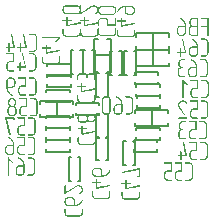
<source format=gbo>
G04*
G04 #@! TF.GenerationSoftware,Altium Limited,Altium Designer,24.4.1 (13)*
G04*
G04 Layer_Color=16776960*
%FSLAX44Y44*%
%MOMM*%
G71*
G04*
G04 #@! TF.SameCoordinates,4536C672-4AD0-40D2-8A8E-5A20E6426CBC*
G04*
G04*
G04 #@! TF.FilePolarity,Positive*
G04*
G01*
G75*
%ADD15C,0.1500*%
G36*
X508930Y407041D02*
X509010Y407031D01*
X509070Y407001D01*
X509129Y406971D01*
X509179Y406941D01*
X509209Y406921D01*
X509229Y406901D01*
X509239Y406891D01*
X512573Y403537D01*
X512623Y403438D01*
X512663Y403358D01*
X512693Y403288D01*
X512713Y403238D01*
X512723Y403198D01*
X512733Y403178D01*
Y403158D01*
X512723Y403068D01*
X512703Y402998D01*
X512683Y402929D01*
X512653Y402869D01*
X512623Y402819D01*
X512593Y402779D01*
X512583Y402759D01*
X512573Y402749D01*
X512503Y402699D01*
X512444Y402659D01*
X512374Y402629D01*
X512314Y402609D01*
X512254Y402599D01*
X512214Y402589D01*
X512174D01*
X512094Y402599D01*
X512024Y402619D01*
X511954Y402639D01*
X511904Y402669D01*
X511855Y402699D01*
X511825Y402729D01*
X511805Y402739D01*
X511795Y402749D01*
X509399Y405154D01*
Y391988D01*
X509389Y391888D01*
X509369Y391798D01*
X509349Y391728D01*
X509319Y391669D01*
X509289Y391629D01*
X509259Y391599D01*
X509249Y391579D01*
X509239Y391569D01*
X509139Y391529D01*
X509049Y391499D01*
X508990Y391469D01*
X508930Y391459D01*
X508890Y391449D01*
X508860Y391439D01*
X508840D01*
X508750Y391449D01*
X508680Y391459D01*
X508610Y391479D01*
X508550Y391509D01*
X508501Y391529D01*
X508471Y391549D01*
X508451Y391559D01*
X508441Y391569D01*
X508391Y391629D01*
X508351Y391698D01*
X508321Y391768D01*
X508301Y391838D01*
X508291Y391898D01*
X508281Y391948D01*
Y391978D01*
Y391988D01*
Y406502D01*
X508291Y406592D01*
X508311Y406672D01*
X508341Y406742D01*
X508371Y406792D01*
X508401Y406842D01*
X508431Y406871D01*
X508451Y406891D01*
X508461Y406901D01*
X508531Y406951D01*
X508590Y406991D01*
X508660Y407011D01*
X508720Y407031D01*
X508770Y407041D01*
X508810Y407051D01*
X508850D01*
X508930Y407041D01*
D02*
G37*
G36*
X528625D02*
X528874Y407011D01*
X529114Y406961D01*
X529333Y406891D01*
X529543Y406822D01*
X529743Y406732D01*
X529922Y406642D01*
X530092Y406552D01*
X530242Y406452D01*
X530372Y406362D01*
X530481Y406273D01*
X530581Y406203D01*
X530651Y406133D01*
X530711Y406083D01*
X530741Y406053D01*
X530751Y406043D01*
X530920Y405853D01*
X531070Y405654D01*
X531200Y405454D01*
X531310Y405254D01*
X531400Y405055D01*
X531479Y404855D01*
X531549Y404675D01*
X531599Y404496D01*
X531639Y404326D01*
X531669Y404176D01*
X531689Y404036D01*
X531699Y403927D01*
X531709Y403827D01*
X531719Y403757D01*
Y403717D01*
Y403697D01*
Y394783D01*
X531709Y394523D01*
X531679Y394284D01*
X531629Y394044D01*
X531559Y393825D01*
X531479Y393615D01*
X531400Y393415D01*
X531300Y393236D01*
X531210Y393076D01*
X531110Y392926D01*
X531020Y392786D01*
X530941Y392677D01*
X530861Y392587D01*
X530791Y392507D01*
X530741Y392457D01*
X530711Y392417D01*
X530701Y392407D01*
X530501Y392238D01*
X530302Y392088D01*
X530102Y391958D01*
X529902Y391848D01*
X529703Y391758D01*
X529513Y391679D01*
X529323Y391609D01*
X529144Y391559D01*
X528984Y391519D01*
X528834Y391489D01*
X528694Y391469D01*
X528585Y391459D01*
X528495Y391449D01*
X528425Y391439D01*
X525590D01*
X525490Y391449D01*
X525410Y391469D01*
X525340Y391489D01*
X525281Y391529D01*
X525241Y391559D01*
X525211Y391579D01*
X525191Y391599D01*
X525181Y391609D01*
X525131Y391679D01*
X525091Y391748D01*
X525071Y391808D01*
X525051Y391868D01*
X525041Y391918D01*
X525031Y391958D01*
Y391988D01*
Y391998D01*
X525041Y392068D01*
X525061Y392138D01*
X525121Y392267D01*
X525151Y392307D01*
X525181Y392347D01*
X525201Y392367D01*
X525211Y392377D01*
X525281Y392437D01*
X525340Y392477D01*
X525410Y392517D01*
X525470Y392537D01*
X525520Y392547D01*
X525560Y392557D01*
X528365D01*
X528535Y392567D01*
X528704Y392587D01*
X528854Y392617D01*
X529004Y392657D01*
X529273Y392767D01*
X529393Y392817D01*
X529503Y392886D01*
X529603Y392946D01*
X529693Y392996D01*
X529773Y393056D01*
X529832Y393106D01*
X529882Y393146D01*
X529922Y393176D01*
X529942Y393196D01*
X529952Y393206D01*
X530062Y393336D01*
X530162Y393465D01*
X530252Y393595D01*
X530332Y393735D01*
X530392Y393865D01*
X530441Y393994D01*
X530521Y394244D01*
X530551Y394354D01*
X530571Y394454D01*
X530581Y394553D01*
X530591Y394633D01*
X530601Y394693D01*
Y394743D01*
Y394773D01*
Y394783D01*
Y403697D01*
X530591Y403867D01*
X530571Y404036D01*
X530541Y404196D01*
X530501Y404346D01*
X530451Y404486D01*
X530392Y404615D01*
X530342Y404735D01*
X530272Y404845D01*
X530212Y404945D01*
X530162Y405035D01*
X530102Y405105D01*
X530052Y405174D01*
X530012Y405214D01*
X529982Y405254D01*
X529962Y405274D01*
X529952Y405284D01*
X529823Y405394D01*
X529693Y405494D01*
X529563Y405584D01*
X529423Y405664D01*
X529293Y405723D01*
X529164Y405773D01*
X528914Y405853D01*
X528794Y405883D01*
X528694Y405903D01*
X528605Y405913D01*
X528525Y405923D01*
X528455Y405933D01*
X525590D01*
X525490Y405943D01*
X525410Y405963D01*
X525340Y405983D01*
X525281Y406023D01*
X525241Y406053D01*
X525211Y406073D01*
X525191Y406093D01*
X525181Y406103D01*
X525131Y406173D01*
X525091Y406242D01*
X525071Y406302D01*
X525051Y406362D01*
X525041Y406412D01*
X525031Y406452D01*
Y406482D01*
Y406492D01*
X525041Y406562D01*
X525061Y406632D01*
X525121Y406762D01*
X525151Y406801D01*
X525181Y406842D01*
X525201Y406861D01*
X525211Y406871D01*
X525281Y406931D01*
X525340Y406971D01*
X525410Y407011D01*
X525470Y407031D01*
X525520Y407041D01*
X525560Y407051D01*
X528365D01*
X528625Y407041D01*
D02*
G37*
G36*
X517984Y407011D02*
X518403Y406822D01*
X518802Y406622D01*
X519182Y406392D01*
X519531Y406153D01*
X519850Y405903D01*
X520150Y405654D01*
X520419Y405404D01*
X520659Y405164D01*
X520878Y404925D01*
X521068Y404705D01*
X521238Y404516D01*
X521368Y404336D01*
X521467Y404196D01*
X521547Y404086D01*
X521577Y404047D01*
X521587Y404016D01*
X521607Y404007D01*
Y403997D01*
X521817Y403627D01*
X521996Y403258D01*
X522156Y402888D01*
X522296Y402519D01*
X522406Y402150D01*
X522505Y401800D01*
X522585Y401461D01*
X522645Y401142D01*
X522695Y400852D01*
X522735Y400583D01*
X522755Y400343D01*
X522775Y400133D01*
X522785Y400054D01*
Y399974D01*
X522795Y399904D01*
Y399844D01*
Y399804D01*
Y399774D01*
Y399754D01*
Y399744D01*
Y394783D01*
X522785Y394523D01*
X522755Y394274D01*
X522695Y394044D01*
X522635Y393815D01*
X522555Y393605D01*
X522466Y393415D01*
X522376Y393236D01*
X522276Y393066D01*
X522186Y392916D01*
X522096Y392786D01*
X522006Y392677D01*
X521927Y392577D01*
X521857Y392507D01*
X521807Y392447D01*
X521777Y392417D01*
X521767Y392407D01*
X521567Y392238D01*
X521368Y392088D01*
X521168Y391958D01*
X520968Y391848D01*
X520779Y391758D01*
X520579Y391679D01*
X520399Y391609D01*
X520220Y391559D01*
X520060Y391519D01*
X519910Y391489D01*
X519780Y391469D01*
X519671Y391459D01*
X519581Y391449D01*
X519511Y391439D01*
X518343D01*
X518083Y391449D01*
X517844Y391479D01*
X517604Y391529D01*
X517385Y391589D01*
X517175Y391669D01*
X516975Y391748D01*
X516796Y391828D01*
X516626Y391928D01*
X516486Y392018D01*
X516347Y392098D01*
X516237Y392188D01*
X516137Y392257D01*
X516067Y392317D01*
X516007Y392367D01*
X515977Y392397D01*
X515967Y392407D01*
X515798Y392597D01*
X515648Y392786D01*
X515518Y392986D01*
X515398Y393196D01*
X515308Y393396D01*
X515229Y393585D01*
X515159Y393785D01*
X515109Y393964D01*
X515069Y394134D01*
X515039Y394294D01*
X515019Y394434D01*
X514999Y394553D01*
Y394643D01*
X514989Y394723D01*
Y394763D01*
Y394783D01*
Y397009D01*
X514999Y397268D01*
X515029Y397518D01*
X515079Y397748D01*
X515139Y397977D01*
X515219Y398187D01*
X515298Y398377D01*
X515388Y398556D01*
X515478Y398726D01*
X515568Y398876D01*
X515658Y399006D01*
X515738Y399115D01*
X515817Y399215D01*
X515877Y399285D01*
X515927Y399345D01*
X515957Y399375D01*
X515967Y399385D01*
X516157Y399554D01*
X516347Y399704D01*
X516546Y399834D01*
X516746Y399954D01*
X516945Y400044D01*
X517145Y400123D01*
X517335Y400193D01*
X517524Y400243D01*
X517694Y400283D01*
X517854Y400313D01*
X517994Y400333D01*
X518113Y400353D01*
X518213D01*
X518293Y400363D01*
X521677D01*
X521667Y400633D01*
X521627Y400912D01*
X521577Y401172D01*
X521527Y401411D01*
X521497Y401511D01*
X521467Y401611D01*
X521447Y401701D01*
X521427Y401771D01*
X521408Y401830D01*
X521387Y401870D01*
X521377Y401900D01*
Y401910D01*
X521258Y402210D01*
X521138Y402489D01*
X521028Y402749D01*
X520918Y402968D01*
X520868Y403068D01*
X520818Y403148D01*
X520779Y403228D01*
X520749Y403288D01*
X520719Y403338D01*
X520699Y403378D01*
X520679Y403398D01*
Y403408D01*
X520559Y403587D01*
X520429Y403757D01*
X520309Y403917D01*
X520190Y404066D01*
X520080Y404196D01*
X519970Y404326D01*
X519860Y404436D01*
X519760Y404546D01*
X519671Y404635D01*
X519591Y404715D01*
X519521Y404775D01*
X519461Y404835D01*
X519411Y404875D01*
X519371Y404915D01*
X519351Y404925D01*
X519341Y404935D01*
X519191Y405055D01*
X519052Y405174D01*
X518912Y405274D01*
X518782Y405364D01*
X518672Y405434D01*
X518582Y405484D01*
X518533Y405524D01*
X518513Y405534D01*
X518044Y405773D01*
X517794Y405883D01*
X517584Y405963D01*
X517505Y406013D01*
X517445Y406053D01*
X517395Y406093D01*
X517355Y406133D01*
X517325Y406163D01*
X517305Y406183D01*
X517295Y406193D01*
Y406203D01*
X517255Y406292D01*
X517235Y406382D01*
X517225Y406452D01*
Y406462D01*
Y406472D01*
X517235Y406552D01*
X517245Y406632D01*
X517275Y406702D01*
X517295Y406762D01*
X517325Y406811D01*
X517355Y406852D01*
X517365Y406871D01*
X517375Y406881D01*
X517435Y406941D01*
X517495Y406981D01*
X517554Y407021D01*
X517614Y407041D01*
X517664Y407051D01*
X517704Y407061D01*
X517744D01*
X517984Y407011D01*
D02*
G37*
G36*
X530733Y457296D02*
X530982Y457266D01*
X531222Y457216D01*
X531441Y457146D01*
X531651Y457076D01*
X531851Y456987D01*
X532030Y456897D01*
X532200Y456807D01*
X532350Y456707D01*
X532480Y456617D01*
X532589Y456527D01*
X532689Y456458D01*
X532759Y456388D01*
X532819Y456338D01*
X532849Y456308D01*
X532859Y456298D01*
X533029Y456108D01*
X533178Y455909D01*
X533308Y455709D01*
X533418Y455509D01*
X533508Y455310D01*
X533588Y455110D01*
X533657Y454930D01*
X533707Y454751D01*
X533747Y454581D01*
X533777Y454431D01*
X533797Y454291D01*
X533807Y454182D01*
X533817Y454082D01*
X533827Y454012D01*
Y453972D01*
Y453952D01*
Y445038D01*
X533817Y444778D01*
X533787Y444539D01*
X533737Y444299D01*
X533667Y444080D01*
X533588Y443870D01*
X533508Y443670D01*
X533408Y443491D01*
X533318Y443331D01*
X533218Y443181D01*
X533128Y443041D01*
X533049Y442932D01*
X532969Y442842D01*
X532899Y442762D01*
X532849Y442712D01*
X532819Y442672D01*
X532809Y442662D01*
X532609Y442492D01*
X532410Y442343D01*
X532210Y442213D01*
X532010Y442103D01*
X531811Y442013D01*
X531621Y441934D01*
X531431Y441864D01*
X531252Y441814D01*
X531092Y441774D01*
X530942Y441744D01*
X530802Y441724D01*
X530693Y441714D01*
X530603Y441704D01*
X530533Y441694D01*
X527698D01*
X527598Y441704D01*
X527518Y441724D01*
X527449Y441744D01*
X527389Y441784D01*
X527349Y441814D01*
X527319Y441834D01*
X527299Y441854D01*
X527289Y441864D01*
X527239Y441934D01*
X527199Y442003D01*
X527179Y442063D01*
X527159Y442123D01*
X527149Y442173D01*
X527139Y442213D01*
Y442243D01*
Y442253D01*
X527149Y442323D01*
X527169Y442393D01*
X527229Y442522D01*
X527259Y442562D01*
X527289Y442602D01*
X527309Y442622D01*
X527319Y442632D01*
X527389Y442692D01*
X527449Y442732D01*
X527518Y442772D01*
X527578Y442792D01*
X527628Y442802D01*
X527668Y442812D01*
X530473D01*
X530643Y442822D01*
X530812Y442842D01*
X530962Y442872D01*
X531112Y442912D01*
X531381Y443022D01*
X531501Y443072D01*
X531611Y443141D01*
X531711Y443201D01*
X531801Y443251D01*
X531881Y443311D01*
X531940Y443361D01*
X531990Y443401D01*
X532030Y443431D01*
X532050Y443451D01*
X532060Y443461D01*
X532170Y443591D01*
X532270Y443720D01*
X532360Y443850D01*
X532440Y443990D01*
X532500Y444120D01*
X532549Y444249D01*
X532629Y444499D01*
X532659Y444609D01*
X532679Y444709D01*
X532689Y444808D01*
X532699Y444888D01*
X532709Y444948D01*
Y444998D01*
Y445028D01*
Y445038D01*
Y453952D01*
X532699Y454122D01*
X532679Y454291D01*
X532649Y454451D01*
X532609Y454601D01*
X532559Y454741D01*
X532500Y454870D01*
X532450Y454990D01*
X532380Y455100D01*
X532320Y455200D01*
X532270Y455290D01*
X532210Y455359D01*
X532160Y455429D01*
X532120Y455469D01*
X532090Y455509D01*
X532070Y455529D01*
X532060Y455539D01*
X531931Y455649D01*
X531801Y455749D01*
X531671Y455839D01*
X531531Y455919D01*
X531401Y455978D01*
X531272Y456028D01*
X531022Y456108D01*
X530902Y456138D01*
X530802Y456158D01*
X530713Y456168D01*
X530633Y456178D01*
X530563Y456188D01*
X527698D01*
X527598Y456198D01*
X527518Y456218D01*
X527449Y456238D01*
X527389Y456278D01*
X527349Y456308D01*
X527319Y456328D01*
X527299Y456348D01*
X527289Y456358D01*
X527239Y456428D01*
X527199Y456497D01*
X527179Y456557D01*
X527159Y456617D01*
X527149Y456667D01*
X527139Y456707D01*
Y456737D01*
Y456747D01*
X527149Y456817D01*
X527169Y456887D01*
X527229Y457017D01*
X527259Y457057D01*
X527289Y457096D01*
X527309Y457116D01*
X527319Y457126D01*
X527389Y457186D01*
X527449Y457226D01*
X527518Y457266D01*
X527578Y457286D01*
X527628Y457296D01*
X527668Y457306D01*
X530473D01*
X530733Y457296D01*
D02*
G37*
G36*
X524454D02*
X524534Y457286D01*
X524604Y457256D01*
X524673Y457216D01*
X524773Y457126D01*
X524833Y457027D01*
X524873Y456927D01*
X524893Y456837D01*
X524903Y456767D01*
Y456757D01*
Y456747D01*
Y450039D01*
X524893Y449939D01*
X524883Y449859D01*
X524853Y449790D01*
X524813Y449720D01*
X524733Y449620D01*
X524623Y449560D01*
X524524Y449520D01*
X524444Y449500D01*
X524374Y449490D01*
X521559D01*
X521389Y449480D01*
X521220Y449460D01*
X521070Y449430D01*
X520920Y449390D01*
X520651Y449280D01*
X520531Y449230D01*
X520421Y449171D01*
X520321Y449101D01*
X520231Y449051D01*
X520162Y448991D01*
X520102Y448941D01*
X520052Y448901D01*
X520012Y448871D01*
X519992Y448851D01*
X519982Y448841D01*
X519872Y448721D01*
X519772Y448592D01*
X519682Y448452D01*
X519603Y448322D01*
X519543Y448192D01*
X519493Y448053D01*
X519413Y447813D01*
X519383Y447693D01*
X519363Y447593D01*
X519353Y447504D01*
X519343Y447424D01*
X519333Y447354D01*
Y447304D01*
Y447274D01*
Y447264D01*
Y445038D01*
X519343Y444868D01*
X519363Y444699D01*
X519393Y444539D01*
X519433Y444399D01*
X519543Y444120D01*
X519593Y444000D01*
X519652Y443890D01*
X519722Y443790D01*
X519772Y443710D01*
X519832Y443630D01*
X519882Y443571D01*
X519922Y443521D01*
X519952Y443481D01*
X519972Y443461D01*
X519982Y443451D01*
X520102Y443341D01*
X520231Y443241D01*
X520371Y443151D01*
X520501Y443081D01*
X520631Y443022D01*
X520770Y442972D01*
X521010Y442892D01*
X521130Y442862D01*
X521230Y442842D01*
X521319Y442832D01*
X521399Y442822D01*
X521469Y442812D01*
X524354D01*
X524454Y442802D01*
X524534Y442782D01*
X524614Y442742D01*
X524664Y442702D01*
X524713Y442662D01*
X524743Y442622D01*
X524763Y442602D01*
X524773Y442592D01*
X524813Y442512D01*
X524843Y442443D01*
X524873Y442393D01*
X524883Y442343D01*
X524893Y442303D01*
X524903Y442273D01*
Y442263D01*
Y442253D01*
X524893Y442173D01*
X524883Y442093D01*
X524863Y442023D01*
X524833Y441963D01*
X524803Y441913D01*
X524783Y441874D01*
X524773Y441854D01*
X524763Y441844D01*
X524703Y441794D01*
X524633Y441754D01*
X524564Y441734D01*
X524494Y441714D01*
X524444Y441704D01*
X524394Y441694D01*
X521549D01*
X521300Y441704D01*
X521060Y441734D01*
X520820Y441784D01*
X520601Y441844D01*
X520401Y441923D01*
X520201Y442003D01*
X520022Y442093D01*
X519862Y442183D01*
X519712Y442273D01*
X519582Y442363D01*
X519473Y442443D01*
X519373Y442522D01*
X519303Y442582D01*
X519243Y442632D01*
X519213Y442662D01*
X519203Y442672D01*
X519034Y442862D01*
X518874Y443061D01*
X518744Y443261D01*
X518634Y443461D01*
X518534Y443660D01*
X518455Y443860D01*
X518395Y444050D01*
X518335Y444229D01*
X518295Y444399D01*
X518265Y444549D01*
X518245Y444689D01*
X518235Y444808D01*
X518225Y444908D01*
X518215Y444978D01*
Y445018D01*
Y445038D01*
Y447264D01*
X518225Y447514D01*
X518255Y447763D01*
X518305Y447993D01*
X518365Y448212D01*
X518445Y448422D01*
X518524Y448612D01*
X518614Y448791D01*
X518704Y448961D01*
X518804Y449111D01*
X518894Y449240D01*
X518974Y449350D01*
X519044Y449450D01*
X519113Y449520D01*
X519163Y449580D01*
X519193Y449610D01*
X519203Y449620D01*
X519393Y449790D01*
X519582Y449949D01*
X519782Y450079D01*
X519982Y450189D01*
X520182Y450289D01*
X520371Y450368D01*
X520561Y450428D01*
X520741Y450488D01*
X520910Y450528D01*
X521060Y450558D01*
X521200Y450578D01*
X521319Y450588D01*
X521419Y450598D01*
X521489Y450608D01*
X523785D01*
Y456188D01*
X518774D01*
X518684Y456198D01*
X518604Y456218D01*
X518534Y456238D01*
X518475Y456278D01*
X518425Y456308D01*
X518395Y456328D01*
X518375Y456348D01*
X518365Y456358D01*
X518315Y456428D01*
X518275Y456497D01*
X518255Y456557D01*
X518235Y456617D01*
X518225Y456667D01*
X518215Y456707D01*
Y456737D01*
Y456747D01*
X518225Y456817D01*
X518245Y456887D01*
X518305Y457017D01*
X518335Y457057D01*
X518365Y457096D01*
X518385Y457116D01*
X518395Y457126D01*
X518465Y457186D01*
X518524Y457226D01*
X518594Y457266D01*
X518654Y457286D01*
X518704Y457296D01*
X518744Y457306D01*
X524354D01*
X524454Y457296D01*
D02*
G37*
G36*
X512795Y457246D02*
X513384Y457076D01*
X513593Y456977D01*
X513793Y456857D01*
X513973Y456737D01*
X514132Y456617D01*
X514262Y456507D01*
X514362Y456418D01*
X514402Y456388D01*
X514432Y456358D01*
X514442Y456348D01*
X514452Y456338D01*
X514621Y456138D01*
X514771Y455928D01*
X514901Y455729D01*
X515011Y455519D01*
X515101Y455320D01*
X515180Y455120D01*
X515250Y454940D01*
X515300Y454761D01*
X515340Y454591D01*
X515370Y454441D01*
X515390Y454311D01*
X515400Y454202D01*
X515410Y454112D01*
X515420Y454042D01*
Y454002D01*
Y453982D01*
Y452834D01*
X515410Y452545D01*
X515370Y452275D01*
X515320Y452025D01*
X515250Y451806D01*
X515220Y451706D01*
X515190Y451626D01*
X515170Y451546D01*
X515140Y451486D01*
X515121Y451437D01*
X515101Y451397D01*
X515090Y451377D01*
Y451367D01*
X514951Y451127D01*
X514801Y450908D01*
X514651Y450718D01*
X514512Y450548D01*
X514382Y450408D01*
X514272Y450308D01*
X514232Y450279D01*
X514202Y450249D01*
X514192Y450239D01*
X514182Y450229D01*
X514492Y450019D01*
X514761Y449790D01*
X514991Y449570D01*
X515090Y449470D01*
X515180Y449360D01*
X515260Y449270D01*
X515330Y449181D01*
X515380Y449101D01*
X515430Y449031D01*
X515470Y448981D01*
X515500Y448941D01*
X515510Y448911D01*
X515520Y448901D01*
X515600Y448751D01*
X515670Y448612D01*
X515789Y448322D01*
X515869Y448043D01*
X515919Y447793D01*
X515939Y447683D01*
X515959Y447573D01*
X515969Y447484D01*
Y447414D01*
X515979Y447344D01*
Y447304D01*
Y447274D01*
Y447264D01*
Y445038D01*
X515969Y444778D01*
X515939Y444529D01*
X515879Y444299D01*
X515819Y444070D01*
X515739Y443860D01*
X515649Y443670D01*
X515560Y443491D01*
X515460Y443321D01*
X515370Y443171D01*
X515280Y443041D01*
X515190Y442932D01*
X515111Y442832D01*
X515041Y442762D01*
X514991Y442702D01*
X514961Y442672D01*
X514951Y442662D01*
X514751Y442492D01*
X514552Y442343D01*
X514352Y442213D01*
X514152Y442103D01*
X513963Y442013D01*
X513763Y441934D01*
X513583Y441864D01*
X513404Y441814D01*
X513244Y441774D01*
X513094Y441744D01*
X512964Y441724D01*
X512854Y441714D01*
X512765Y441704D01*
X512695Y441694D01*
X511527D01*
X511267Y441704D01*
X511028Y441734D01*
X510788Y441784D01*
X510569Y441844D01*
X510359Y441923D01*
X510159Y442003D01*
X509980Y442083D01*
X509810Y442183D01*
X509670Y442273D01*
X509530Y442353D01*
X509421Y442443D01*
X509321Y442512D01*
X509251Y442572D01*
X509191Y442622D01*
X509161Y442652D01*
X509151Y442662D01*
X508981Y442852D01*
X508832Y443041D01*
X508702Y443241D01*
X508582Y443451D01*
X508492Y443650D01*
X508412Y443840D01*
X508343Y444040D01*
X508293Y444219D01*
X508253Y444389D01*
X508223Y444549D01*
X508203Y444689D01*
X508183Y444808D01*
Y444898D01*
X508173Y444978D01*
Y445018D01*
Y445038D01*
Y447264D01*
X508183Y447444D01*
X508193Y447613D01*
X508253Y447933D01*
X508333Y448232D01*
X508382Y448372D01*
X508432Y448502D01*
X508482Y448612D01*
X508532Y448721D01*
X508572Y448811D01*
X508612Y448891D01*
X508642Y448951D01*
X508672Y448991D01*
X508682Y449021D01*
X508692Y449031D01*
X508792Y449181D01*
X508892Y449320D01*
X509001Y449450D01*
X509111Y449570D01*
X509221Y449680D01*
X509321Y449770D01*
X509520Y449939D01*
X509700Y450069D01*
X509780Y450119D01*
X509840Y450159D01*
X509900Y450189D01*
X509940Y450209D01*
X509960Y450229D01*
X509970D01*
X509750Y450428D01*
X509560Y450638D01*
X509401Y450828D01*
X509271Y451007D01*
X509171Y451157D01*
X509131Y451227D01*
X509101Y451277D01*
X509071Y451327D01*
X509051Y451357D01*
X509041Y451377D01*
Y451387D01*
X508941Y451626D01*
X508862Y451876D01*
X508812Y452125D01*
X508772Y452345D01*
X508762Y452445D01*
X508752Y452545D01*
X508742Y452624D01*
X508732Y452694D01*
Y452754D01*
Y452794D01*
Y452824D01*
Y452834D01*
Y453962D01*
Y454311D01*
X508792Y454671D01*
X508961Y455260D01*
X509061Y455479D01*
X509181Y455679D01*
X509301Y455859D01*
X509421Y456018D01*
X509530Y456148D01*
X509620Y456248D01*
X509650Y456278D01*
X509680Y456308D01*
X509690Y456318D01*
X509700Y456328D01*
X509890Y456497D01*
X510089Y456647D01*
X510299Y456777D01*
X510499Y456897D01*
X510698Y456987D01*
X510898Y457066D01*
X511098Y457136D01*
X511277Y457186D01*
X511447Y457226D01*
X511607Y457256D01*
X511746Y457276D01*
X511866Y457296D01*
X511956D01*
X512036Y457306D01*
X512435D01*
X512795Y457246D01*
D02*
G37*
G36*
X674174Y437796D02*
X674423Y437766D01*
X674663Y437716D01*
X674882Y437646D01*
X675092Y437576D01*
X675292Y437487D01*
X675471Y437397D01*
X675641Y437307D01*
X675791Y437207D01*
X675920Y437117D01*
X676030Y437028D01*
X676130Y436958D01*
X676200Y436888D01*
X676260Y436838D01*
X676290Y436808D01*
X676300Y436798D01*
X676469Y436608D01*
X676619Y436409D01*
X676749Y436209D01*
X676859Y436009D01*
X676949Y435810D01*
X677029Y435610D01*
X677098Y435430D01*
X677148Y435251D01*
X677188Y435081D01*
X677218Y434931D01*
X677238Y434791D01*
X677248Y434682D01*
X677258Y434582D01*
X677268Y434512D01*
Y434472D01*
Y434452D01*
Y425538D01*
X677258Y425278D01*
X677228Y425039D01*
X677178Y424799D01*
X677108Y424580D01*
X677029Y424370D01*
X676949Y424170D01*
X676849Y423991D01*
X676759Y423831D01*
X676659Y423681D01*
X676569Y423541D01*
X676489Y423432D01*
X676410Y423342D01*
X676340Y423262D01*
X676290Y423212D01*
X676260Y423172D01*
X676250Y423162D01*
X676050Y422993D01*
X675851Y422843D01*
X675651Y422713D01*
X675451Y422603D01*
X675252Y422513D01*
X675062Y422434D01*
X674872Y422364D01*
X674693Y422314D01*
X674533Y422274D01*
X674383Y422244D01*
X674243Y422224D01*
X674134Y422214D01*
X674044Y422204D01*
X673974Y422194D01*
X671139D01*
X671039Y422204D01*
X670959Y422224D01*
X670890Y422244D01*
X670830Y422284D01*
X670790Y422314D01*
X670760Y422334D01*
X670740Y422354D01*
X670730Y422364D01*
X670680Y422434D01*
X670640Y422503D01*
X670620Y422563D01*
X670600Y422623D01*
X670590Y422673D01*
X670580Y422713D01*
Y422743D01*
Y422753D01*
X670590Y422823D01*
X670610Y422893D01*
X670670Y423022D01*
X670700Y423062D01*
X670730Y423102D01*
X670750Y423122D01*
X670760Y423132D01*
X670830Y423192D01*
X670890Y423232D01*
X670959Y423272D01*
X671019Y423292D01*
X671069Y423302D01*
X671109Y423312D01*
X673914D01*
X674084Y423322D01*
X674253Y423342D01*
X674403Y423372D01*
X674553Y423412D01*
X674822Y423522D01*
X674942Y423572D01*
X675052Y423641D01*
X675152Y423701D01*
X675242Y423751D01*
X675322Y423811D01*
X675381Y423861D01*
X675431Y423901D01*
X675471Y423931D01*
X675491Y423951D01*
X675501Y423961D01*
X675611Y424090D01*
X675711Y424220D01*
X675801Y424350D01*
X675881Y424490D01*
X675940Y424620D01*
X675990Y424749D01*
X676070Y424999D01*
X676100Y425109D01*
X676120Y425209D01*
X676130Y425308D01*
X676140Y425388D01*
X676150Y425448D01*
Y425498D01*
Y425528D01*
Y425538D01*
Y434452D01*
X676140Y434622D01*
X676120Y434791D01*
X676090Y434951D01*
X676050Y435101D01*
X676000Y435241D01*
X675940Y435370D01*
X675891Y435490D01*
X675821Y435600D01*
X675761Y435700D01*
X675711Y435790D01*
X675651Y435860D01*
X675601Y435929D01*
X675561Y435969D01*
X675531Y436009D01*
X675511Y436029D01*
X675501Y436039D01*
X675371Y436149D01*
X675242Y436249D01*
X675112Y436339D01*
X674972Y436419D01*
X674842Y436479D01*
X674713Y436528D01*
X674463Y436608D01*
X674343Y436638D01*
X674243Y436658D01*
X674154Y436668D01*
X674074Y436678D01*
X674004Y436688D01*
X671139D01*
X671039Y436698D01*
X670959Y436718D01*
X670890Y436738D01*
X670830Y436778D01*
X670790Y436808D01*
X670760Y436828D01*
X670740Y436848D01*
X670730Y436858D01*
X670680Y436928D01*
X670640Y436997D01*
X670620Y437057D01*
X670600Y437117D01*
X670590Y437167D01*
X670580Y437207D01*
Y437237D01*
Y437247D01*
X670590Y437317D01*
X670610Y437387D01*
X670670Y437517D01*
X670700Y437556D01*
X670730Y437597D01*
X670750Y437616D01*
X670760Y437626D01*
X670830Y437686D01*
X670890Y437726D01*
X670959Y437766D01*
X671019Y437786D01*
X671069Y437796D01*
X671109Y437806D01*
X673914D01*
X674174Y437796D01*
D02*
G37*
G36*
X667895D02*
X667975Y437786D01*
X668045Y437756D01*
X668114Y437716D01*
X668214Y437626D01*
X668274Y437527D01*
X668314Y437427D01*
X668334Y437337D01*
X668344Y437267D01*
Y437257D01*
Y437247D01*
Y430539D01*
X668334Y430439D01*
X668324Y430359D01*
X668294Y430289D01*
X668254Y430220D01*
X668174Y430120D01*
X668064Y430060D01*
X667965Y430020D01*
X667885Y430000D01*
X667815Y429990D01*
X665000D01*
X664830Y429980D01*
X664661Y429960D01*
X664511Y429930D01*
X664361Y429890D01*
X664092Y429780D01*
X663972Y429730D01*
X663862Y429671D01*
X663762Y429601D01*
X663672Y429551D01*
X663603Y429491D01*
X663543Y429441D01*
X663493Y429401D01*
X663453Y429371D01*
X663433Y429351D01*
X663423Y429341D01*
X663313Y429221D01*
X663213Y429092D01*
X663123Y428952D01*
X663044Y428822D01*
X662984Y428692D01*
X662934Y428553D01*
X662854Y428313D01*
X662824Y428193D01*
X662804Y428093D01*
X662794Y428004D01*
X662784Y427924D01*
X662774Y427854D01*
Y427804D01*
Y427774D01*
Y427764D01*
Y425538D01*
X662784Y425368D01*
X662804Y425199D01*
X662834Y425039D01*
X662874Y424899D01*
X662984Y424620D01*
X663034Y424500D01*
X663093Y424390D01*
X663163Y424290D01*
X663213Y424210D01*
X663273Y424131D01*
X663323Y424071D01*
X663363Y424021D01*
X663393Y423981D01*
X663413Y423961D01*
X663423Y423951D01*
X663543Y423841D01*
X663672Y423741D01*
X663812Y423651D01*
X663942Y423581D01*
X664072Y423522D01*
X664211Y423472D01*
X664451Y423392D01*
X664571Y423362D01*
X664671Y423342D01*
X664760Y423332D01*
X664840Y423322D01*
X664910Y423312D01*
X667795D01*
X667895Y423302D01*
X667975Y423282D01*
X668055Y423242D01*
X668104Y423202D01*
X668154Y423162D01*
X668184Y423122D01*
X668204Y423102D01*
X668214Y423092D01*
X668254Y423013D01*
X668284Y422943D01*
X668314Y422893D01*
X668324Y422843D01*
X668334Y422803D01*
X668344Y422773D01*
Y422763D01*
Y422753D01*
X668334Y422673D01*
X668324Y422593D01*
X668304Y422523D01*
X668274Y422463D01*
X668244Y422413D01*
X668224Y422374D01*
X668214Y422354D01*
X668204Y422344D01*
X668144Y422294D01*
X668074Y422254D01*
X668005Y422234D01*
X667935Y422214D01*
X667885Y422204D01*
X667835Y422194D01*
X664990D01*
X664741Y422204D01*
X664501Y422234D01*
X664261Y422284D01*
X664042Y422344D01*
X663842Y422424D01*
X663642Y422503D01*
X663463Y422593D01*
X663303Y422683D01*
X663153Y422773D01*
X663024Y422863D01*
X662914Y422943D01*
X662814Y423022D01*
X662744Y423082D01*
X662684Y423132D01*
X662654Y423162D01*
X662644Y423172D01*
X662475Y423362D01*
X662315Y423562D01*
X662185Y423761D01*
X662075Y423961D01*
X661975Y424160D01*
X661896Y424360D01*
X661836Y424550D01*
X661776Y424729D01*
X661736Y424899D01*
X661706Y425049D01*
X661686Y425189D01*
X661676Y425308D01*
X661666Y425408D01*
X661656Y425478D01*
Y425518D01*
Y425538D01*
Y427764D01*
X661666Y428013D01*
X661696Y428263D01*
X661746Y428493D01*
X661806Y428712D01*
X661886Y428922D01*
X661965Y429112D01*
X662055Y429291D01*
X662145Y429461D01*
X662245Y429611D01*
X662335Y429740D01*
X662415Y429850D01*
X662485Y429950D01*
X662554Y430020D01*
X662604Y430080D01*
X662634Y430110D01*
X662644Y430120D01*
X662834Y430289D01*
X663024Y430449D01*
X663223Y430579D01*
X663423Y430689D01*
X663622Y430789D01*
X663812Y430868D01*
X664002Y430928D01*
X664182Y430988D01*
X664351Y431028D01*
X664501Y431058D01*
X664641Y431078D01*
X664760Y431088D01*
X664860Y431098D01*
X664930Y431108D01*
X667226D01*
Y436688D01*
X662215D01*
X662125Y436698D01*
X662045Y436718D01*
X661975Y436738D01*
X661916Y436778D01*
X661866Y436808D01*
X661836Y436828D01*
X661816Y436848D01*
X661806Y436858D01*
X661756Y436928D01*
X661716Y436997D01*
X661696Y437057D01*
X661676Y437117D01*
X661666Y437167D01*
X661656Y437207D01*
Y437237D01*
Y437247D01*
X661666Y437317D01*
X661686Y437387D01*
X661746Y437517D01*
X661776Y437556D01*
X661806Y437597D01*
X661826Y437616D01*
X661836Y437626D01*
X661906Y437686D01*
X661965Y437726D01*
X662035Y437766D01*
X662095Y437786D01*
X662145Y437796D01*
X662185Y437806D01*
X667795D01*
X667895Y437796D01*
D02*
G37*
G36*
X658971D02*
X659051Y437776D01*
X659130Y437736D01*
X659180Y437696D01*
X659230Y437656D01*
X659260Y437616D01*
X659280Y437597D01*
X659290Y437587D01*
X659330Y437507D01*
X659360Y437437D01*
X659390Y437387D01*
X659400Y437337D01*
X659410Y437297D01*
X659420Y437267D01*
Y437257D01*
Y437247D01*
X659410Y437167D01*
X659400Y437087D01*
X659380Y437018D01*
X659350Y436958D01*
X659320Y436908D01*
X659300Y436868D01*
X659290Y436848D01*
X659280Y436838D01*
X659220Y436788D01*
X659150Y436748D01*
X659081Y436728D01*
X659011Y436708D01*
X658961Y436698D01*
X658911Y436688D01*
X656645D01*
X656475Y436678D01*
X656305Y436658D01*
X656146Y436628D01*
X655996Y436588D01*
X655856Y436538D01*
X655726Y436479D01*
X655607Y436419D01*
X655497Y436359D01*
X655397Y436299D01*
X655307Y436239D01*
X655237Y436179D01*
X655167Y436129D01*
X655128Y436089D01*
X655088Y436059D01*
X655068Y436039D01*
X655058Y436029D01*
X654948Y435910D01*
X654848Y435780D01*
X654758Y435640D01*
X654678Y435510D01*
X654619Y435380D01*
X654569Y435241D01*
X654489Y435001D01*
X654459Y434881D01*
X654439Y434781D01*
X654429Y434692D01*
X654419Y434612D01*
X654409Y434542D01*
Y434492D01*
Y434462D01*
Y434452D01*
Y433344D01*
X654419Y433174D01*
X654439Y433005D01*
X654469Y432845D01*
X654509Y432705D01*
X654619Y432426D01*
X654668Y432306D01*
X654728Y432196D01*
X654798Y432096D01*
X654848Y432016D01*
X654908Y431937D01*
X654958Y431877D01*
X654998Y431827D01*
X655028Y431787D01*
X655048Y431767D01*
X655058Y431757D01*
X655178Y431647D01*
X655307Y431547D01*
X655447Y431457D01*
X655577Y431387D01*
X655716Y431328D01*
X655846Y431278D01*
X656096Y431198D01*
X656206Y431168D01*
X656316Y431148D01*
X656405Y431138D01*
X656485Y431128D01*
X656555Y431118D01*
X656645D01*
X656745Y431108D01*
X656825Y431088D01*
X656904Y431048D01*
X656954Y431008D01*
X657004Y430968D01*
X657034Y430928D01*
X657054Y430908D01*
X657064Y430898D01*
X657104Y430818D01*
X657134Y430749D01*
X657164Y430699D01*
X657174Y430649D01*
X657184Y430609D01*
X657194Y430579D01*
Y430569D01*
Y430559D01*
X657184Y430479D01*
X657174Y430399D01*
X657154Y430329D01*
X657124Y430270D01*
X657094Y430220D01*
X657074Y430180D01*
X657064Y430160D01*
X657054Y430150D01*
X656994Y430100D01*
X656924Y430060D01*
X656854Y430040D01*
X656785Y430020D01*
X656735Y430010D01*
X656685Y430000D01*
X656086D01*
X655916Y429990D01*
X655747Y429970D01*
X655587Y429940D01*
X655437Y429900D01*
X655297Y429850D01*
X655167Y429790D01*
X655048Y429730D01*
X654938Y429671D01*
X654838Y429611D01*
X654748Y429551D01*
X654678Y429491D01*
X654609Y429441D01*
X654569Y429401D01*
X654529Y429371D01*
X654509Y429351D01*
X654499Y429341D01*
X654389Y429221D01*
X654289Y429092D01*
X654199Y428952D01*
X654119Y428822D01*
X654060Y428692D01*
X654010Y428553D01*
X653930Y428313D01*
X653900Y428193D01*
X653880Y428093D01*
X653870Y428004D01*
X653860Y427924D01*
X653850Y427854D01*
Y427804D01*
Y427774D01*
Y427764D01*
Y425538D01*
X653860Y425368D01*
X653880Y425199D01*
X653910Y425039D01*
X653950Y424899D01*
X654060Y424620D01*
X654109Y424500D01*
X654169Y424390D01*
X654239Y424290D01*
X654289Y424210D01*
X654349Y424131D01*
X654399Y424071D01*
X654439Y424021D01*
X654469Y423981D01*
X654489Y423961D01*
X654499Y423951D01*
X654619Y423841D01*
X654748Y423741D01*
X654888Y423651D01*
X655018Y423581D01*
X655157Y423522D01*
X655287Y423472D01*
X655537Y423392D01*
X655647Y423362D01*
X655757Y423342D01*
X655846Y423332D01*
X655926Y423322D01*
X655996Y423312D01*
X658871D01*
X658971Y423302D01*
X659051Y423282D01*
X659130Y423242D01*
X659180Y423202D01*
X659230Y423162D01*
X659260Y423122D01*
X659280Y423102D01*
X659290Y423092D01*
X659330Y423013D01*
X659360Y422943D01*
X659390Y422893D01*
X659400Y422843D01*
X659410Y422803D01*
X659420Y422773D01*
Y422763D01*
Y422753D01*
X659410Y422673D01*
X659400Y422593D01*
X659380Y422523D01*
X659350Y422463D01*
X659320Y422413D01*
X659300Y422374D01*
X659290Y422354D01*
X659280Y422344D01*
X659220Y422294D01*
X659150Y422254D01*
X659081Y422234D01*
X659011Y422214D01*
X658961Y422204D01*
X658911Y422194D01*
X656076D01*
X655816Y422204D01*
X655577Y422234D01*
X655337Y422284D01*
X655118Y422344D01*
X654908Y422424D01*
X654718Y422503D01*
X654539Y422583D01*
X654369Y422683D01*
X654219Y422773D01*
X654089Y422853D01*
X653980Y422943D01*
X653880Y423013D01*
X653810Y423072D01*
X653750Y423122D01*
X653720Y423152D01*
X653710Y423162D01*
X653540Y423352D01*
X653391Y423541D01*
X653261Y423741D01*
X653141Y423951D01*
X653051Y424150D01*
X652971Y424340D01*
X652902Y424540D01*
X652852Y424719D01*
X652812Y424889D01*
X652782Y425049D01*
X652762Y425189D01*
X652742Y425308D01*
Y425398D01*
X652732Y425478D01*
Y425518D01*
Y425538D01*
Y427764D01*
X652742Y427944D01*
X652752Y428113D01*
X652812Y428433D01*
X652892Y428732D01*
X652942Y428872D01*
X652991Y429002D01*
X653041Y429112D01*
X653091Y429221D01*
X653131Y429311D01*
X653171Y429391D01*
X653201Y429451D01*
X653231Y429491D01*
X653241Y429521D01*
X653251Y429531D01*
X653351Y429681D01*
X653451Y429820D01*
X653560Y429950D01*
X653670Y430070D01*
X653780Y430180D01*
X653880Y430280D01*
X653990Y430369D01*
X654080Y430449D01*
X654259Y430569D01*
X654339Y430619D01*
X654399Y430659D01*
X654459Y430689D01*
X654499Y430709D01*
X654519Y430729D01*
X654529D01*
X654309Y430938D01*
X654119Y431148D01*
X653960Y431348D01*
X653830Y431527D01*
X653730Y431677D01*
X653690Y431737D01*
X653660Y431797D01*
X653630Y431837D01*
X653610Y431867D01*
X653600Y431887D01*
Y431897D01*
X653530Y432016D01*
X653481Y432136D01*
X653441Y432236D01*
X653401Y432336D01*
X653381Y432416D01*
X653371Y432476D01*
X653361Y432515D01*
Y432525D01*
X653291Y432755D01*
Y432975D01*
Y433344D01*
Y434452D01*
X653301Y434712D01*
X653331Y434961D01*
X653381Y435191D01*
X653441Y435420D01*
X653521Y435630D01*
X653600Y435820D01*
X653690Y435999D01*
X653780Y436169D01*
X653870Y436319D01*
X653960Y436449D01*
X654040Y436558D01*
X654119Y436658D01*
X654179Y436728D01*
X654229Y436788D01*
X654259Y436818D01*
X654269Y436828D01*
X654459Y436997D01*
X654648Y437147D01*
X654848Y437277D01*
X655048Y437397D01*
X655247Y437487D01*
X655447Y437566D01*
X655637Y437636D01*
X655816Y437686D01*
X655986Y437726D01*
X656146Y437756D01*
X656285Y437776D01*
X656405Y437796D01*
X656505D01*
X656585Y437806D01*
X658871D01*
X658971Y437796D01*
D02*
G37*
G36*
X677937Y525291D02*
X678017Y525281D01*
X678087Y525251D01*
X678157Y525211D01*
X678256Y525121D01*
X678316Y525022D01*
X678356Y524922D01*
X678376Y524832D01*
X678386Y524762D01*
Y524752D01*
Y524742D01*
Y510238D01*
X678376Y510138D01*
X678356Y510048D01*
X678336Y509978D01*
X678306Y509919D01*
X678276Y509879D01*
X678246Y509849D01*
X678236Y509829D01*
X678226Y509819D01*
X678127Y509779D01*
X678037Y509749D01*
X677977Y509719D01*
X677917Y509709D01*
X677877Y509699D01*
X677847Y509689D01*
X677827D01*
X677737Y509699D01*
X677667Y509709D01*
X677598Y509729D01*
X677538Y509759D01*
X677488Y509779D01*
X677458Y509799D01*
X677438Y509809D01*
X677428Y509819D01*
X677378Y509879D01*
X677338Y509949D01*
X677308Y510018D01*
X677288Y510088D01*
X677278Y510148D01*
X677268Y510198D01*
Y510228D01*
Y510238D01*
Y517485D01*
X672257D01*
X672157Y517495D01*
X672077Y517515D01*
X672008Y517535D01*
X671948Y517575D01*
X671908Y517605D01*
X671878Y517625D01*
X671858Y517645D01*
X671848Y517655D01*
X671798Y517725D01*
X671758Y517794D01*
X671738Y517854D01*
X671718Y517914D01*
X671708Y517964D01*
X671698Y518004D01*
Y518034D01*
Y518044D01*
X671708Y518114D01*
X671728Y518184D01*
X671788Y518314D01*
X671818Y518354D01*
X671848Y518393D01*
X671868Y518413D01*
X671878Y518423D01*
X671948Y518483D01*
X672008Y518523D01*
X672077Y518563D01*
X672137Y518583D01*
X672187Y518593D01*
X672227Y518603D01*
X677268D01*
Y524183D01*
X672257D01*
X672157Y524193D01*
X672077Y524213D01*
X672008Y524233D01*
X671948Y524273D01*
X671908Y524303D01*
X671878Y524323D01*
X671858Y524343D01*
X671848Y524353D01*
X671798Y524423D01*
X671758Y524493D01*
X671738Y524552D01*
X671718Y524612D01*
X671708Y524662D01*
X671698Y524702D01*
Y524732D01*
Y524742D01*
X671708Y524812D01*
X671728Y524882D01*
X671788Y525012D01*
X671818Y525052D01*
X671848Y525092D01*
X671868Y525111D01*
X671878Y525121D01*
X671948Y525181D01*
X672008Y525221D01*
X672077Y525261D01*
X672137Y525281D01*
X672187Y525291D01*
X672227Y525301D01*
X677837D01*
X677937Y525291D01*
D02*
G37*
G36*
X669003D02*
X669083Y525281D01*
X669163Y525251D01*
X669222Y525211D01*
X669322Y525121D01*
X669392Y525022D01*
X669432Y524922D01*
X669452Y524832D01*
X669462Y524762D01*
Y524752D01*
Y524742D01*
Y510238D01*
X669452Y510138D01*
X669442Y510058D01*
X669412Y509988D01*
X669372Y509919D01*
X669292Y509819D01*
X669183Y509759D01*
X669083Y509719D01*
X669003Y509699D01*
X668933Y509689D01*
X665010D01*
X664770Y509699D01*
X664541Y509729D01*
X664321Y509779D01*
X664112Y509849D01*
X663902Y509919D01*
X663712Y510008D01*
X663533Y510098D01*
X663373Y510188D01*
X663223Y510278D01*
X663093Y510368D01*
X662974Y510458D01*
X662874Y510527D01*
X662794Y510597D01*
X662744Y510647D01*
X662704Y510677D01*
X662694Y510687D01*
X662504Y510877D01*
X662345Y511077D01*
X662205Y511276D01*
X662085Y511476D01*
X661985Y511675D01*
X661906Y511875D01*
X661836Y512065D01*
X661776Y512234D01*
X661736Y512404D01*
X661706Y512554D01*
X661676Y512694D01*
X661666Y512813D01*
X661656Y512903D01*
X661646Y512973D01*
Y513023D01*
Y513033D01*
Y515259D01*
X661656Y515429D01*
X661666Y515588D01*
X661726Y515908D01*
X661806Y516197D01*
X661856Y516337D01*
X661906Y516457D01*
X661955Y516577D01*
X662005Y516676D01*
X662045Y516766D01*
X662085Y516846D01*
X662115Y516906D01*
X662145Y516946D01*
X662155Y516976D01*
X662165Y516986D01*
X662265Y517136D01*
X662365Y517285D01*
X662475Y517415D01*
X662584Y517535D01*
X662804Y517745D01*
X663014Y517924D01*
X663193Y518064D01*
X663273Y518114D01*
X663343Y518154D01*
X663393Y518194D01*
X663433Y518214D01*
X663463Y518234D01*
X663473D01*
X663243Y518443D01*
X663054Y518643D01*
X662884Y518833D01*
X662754Y519012D01*
X662654Y519172D01*
X662614Y519232D01*
X662584Y519292D01*
X662554Y519332D01*
X662534Y519362D01*
X662524Y519382D01*
Y519392D01*
X662425Y519631D01*
X662345Y519881D01*
X662295Y520130D01*
X662255Y520350D01*
X662245Y520450D01*
X662235Y520550D01*
X662225Y520629D01*
X662215Y520699D01*
Y520759D01*
Y520799D01*
Y520829D01*
Y520839D01*
Y521957D01*
Y522296D01*
X662275Y522656D01*
X662445Y523245D01*
X662544Y523464D01*
X662664Y523664D01*
X662784Y523844D01*
X662904Y524003D01*
X663014Y524133D01*
X663103Y524233D01*
X663133Y524263D01*
X663163Y524293D01*
X663173Y524303D01*
X663183Y524313D01*
X663373Y524483D01*
X663572Y524642D01*
X663772Y524772D01*
X663972Y524882D01*
X664172Y524982D01*
X664371Y525061D01*
X664561Y525121D01*
X664741Y525181D01*
X664910Y525221D01*
X665060Y525251D01*
X665200Y525271D01*
X665319Y525281D01*
X665419Y525291D01*
X665489Y525301D01*
X668903D01*
X669003Y525291D01*
D02*
G37*
G36*
X654609Y525261D02*
X655028Y525071D01*
X655427Y524872D01*
X655806Y524642D01*
X656156Y524403D01*
X656475Y524153D01*
X656775Y523904D01*
X657044Y523654D01*
X657284Y523414D01*
X657503Y523175D01*
X657693Y522955D01*
X657863Y522766D01*
X657992Y522586D01*
X658092Y522446D01*
X658172Y522336D01*
X658202Y522296D01*
X658212Y522267D01*
X658232Y522257D01*
Y522247D01*
X658442Y521877D01*
X658621Y521508D01*
X658781Y521138D01*
X658921Y520769D01*
X659031Y520400D01*
X659130Y520051D01*
X659210Y519711D01*
X659270Y519392D01*
X659320Y519102D01*
X659360Y518833D01*
X659380Y518593D01*
X659400Y518383D01*
X659410Y518304D01*
Y518224D01*
X659420Y518154D01*
Y518094D01*
Y518054D01*
Y518024D01*
Y518004D01*
Y517994D01*
Y513033D01*
X659410Y512773D01*
X659380Y512524D01*
X659320Y512294D01*
X659260Y512065D01*
X659180Y511855D01*
X659090Y511665D01*
X659001Y511486D01*
X658901Y511316D01*
X658811Y511166D01*
X658721Y511036D01*
X658631Y510927D01*
X658551Y510827D01*
X658482Y510757D01*
X658432Y510697D01*
X658402Y510667D01*
X658392Y510657D01*
X658192Y510488D01*
X657992Y510338D01*
X657793Y510208D01*
X657593Y510098D01*
X657403Y510008D01*
X657204Y509929D01*
X657024Y509859D01*
X656844Y509809D01*
X656685Y509769D01*
X656535Y509739D01*
X656405Y509719D01*
X656295Y509709D01*
X656206Y509699D01*
X656136Y509689D01*
X654968D01*
X654708Y509699D01*
X654469Y509729D01*
X654229Y509779D01*
X654010Y509839D01*
X653800Y509919D01*
X653600Y509998D01*
X653421Y510078D01*
X653251Y510178D01*
X653111Y510268D01*
X652971Y510348D01*
X652862Y510438D01*
X652762Y510508D01*
X652692Y510567D01*
X652632Y510617D01*
X652602Y510647D01*
X652592Y510657D01*
X652422Y510847D01*
X652273Y511036D01*
X652143Y511236D01*
X652023Y511446D01*
X651933Y511646D01*
X651853Y511835D01*
X651784Y512035D01*
X651734Y512214D01*
X651694Y512384D01*
X651664Y512544D01*
X651644Y512684D01*
X651624Y512803D01*
Y512893D01*
X651614Y512973D01*
Y513013D01*
Y513033D01*
Y515259D01*
X651624Y515519D01*
X651654Y515768D01*
X651704Y515998D01*
X651764Y516227D01*
X651843Y516437D01*
X651923Y516627D01*
X652013Y516806D01*
X652103Y516976D01*
X652193Y517126D01*
X652283Y517256D01*
X652363Y517365D01*
X652442Y517465D01*
X652502Y517535D01*
X652552Y517595D01*
X652582Y517625D01*
X652592Y517635D01*
X652782Y517804D01*
X652971Y517954D01*
X653171Y518084D01*
X653371Y518204D01*
X653570Y518294D01*
X653770Y518373D01*
X653960Y518443D01*
X654149Y518493D01*
X654319Y518533D01*
X654479Y518563D01*
X654619Y518583D01*
X654738Y518603D01*
X654838D01*
X654918Y518613D01*
X658302D01*
X658292Y518883D01*
X658252Y519162D01*
X658202Y519422D01*
X658152Y519661D01*
X658122Y519761D01*
X658092Y519861D01*
X658072Y519951D01*
X658052Y520020D01*
X658032Y520080D01*
X658012Y520120D01*
X658002Y520150D01*
Y520160D01*
X657883Y520460D01*
X657763Y520739D01*
X657653Y520999D01*
X657543Y521218D01*
X657493Y521318D01*
X657443Y521398D01*
X657403Y521478D01*
X657374Y521538D01*
X657344Y521588D01*
X657324Y521628D01*
X657304Y521648D01*
Y521658D01*
X657184Y521837D01*
X657054Y522007D01*
X656934Y522167D01*
X656815Y522316D01*
X656705Y522446D01*
X656595Y522576D01*
X656485Y522686D01*
X656385Y522796D01*
X656295Y522885D01*
X656216Y522965D01*
X656146Y523025D01*
X656086Y523085D01*
X656036Y523125D01*
X655996Y523165D01*
X655976Y523175D01*
X655966Y523185D01*
X655816Y523305D01*
X655677Y523424D01*
X655537Y523524D01*
X655407Y523614D01*
X655297Y523684D01*
X655208Y523734D01*
X655157Y523774D01*
X655138Y523784D01*
X654668Y524023D01*
X654419Y524133D01*
X654209Y524213D01*
X654129Y524263D01*
X654070Y524303D01*
X654020Y524343D01*
X653980Y524383D01*
X653950Y524413D01*
X653930Y524433D01*
X653920Y524443D01*
Y524453D01*
X653880Y524543D01*
X653860Y524632D01*
X653850Y524702D01*
Y524712D01*
Y524722D01*
X653860Y524802D01*
X653870Y524882D01*
X653900Y524952D01*
X653920Y525012D01*
X653950Y525061D01*
X653980Y525102D01*
X653990Y525121D01*
X654000Y525131D01*
X654060Y525191D01*
X654119Y525231D01*
X654179Y525271D01*
X654239Y525291D01*
X654289Y525301D01*
X654329Y525311D01*
X654369D01*
X654609Y525261D01*
D02*
G37*
G36*
X568507Y383676D02*
X568797Y383626D01*
X569066Y383566D01*
X569326Y383476D01*
X569566Y383377D01*
X569785Y383267D01*
X569995Y383147D01*
X570194Y383027D01*
X570364Y382907D01*
X570514Y382788D01*
X570644Y382678D01*
X570763Y382578D01*
X570843Y382488D01*
X570913Y382428D01*
X570953Y382388D01*
X570963Y382368D01*
X571153Y382129D01*
X571322Y381879D01*
X571472Y381630D01*
X571602Y381390D01*
X571702Y381141D01*
X571791Y380911D01*
X571861Y380681D01*
X571921Y380462D01*
X571971Y380262D01*
X572001Y380083D01*
X572031Y379923D01*
X572041Y379783D01*
X572051Y379673D01*
X572061Y379583D01*
Y379514D01*
X572051Y379294D01*
X572031Y379094D01*
X572001Y378895D01*
X571961Y378705D01*
X571921Y378525D01*
X571861Y378355D01*
X571811Y378196D01*
X571752Y378056D01*
X571692Y377926D01*
X571642Y377807D01*
X571582Y377707D01*
X571542Y377627D01*
X571502Y377557D01*
X571472Y377507D01*
X571452Y377477D01*
X571442Y377467D01*
X571312Y377287D01*
X571163Y377118D01*
X571003Y376968D01*
X570833Y376818D01*
X570673Y376688D01*
X570504Y376569D01*
X570334Y376469D01*
X570174Y376369D01*
X570015Y376279D01*
X569875Y376209D01*
X569745Y376149D01*
X569625Y376100D01*
X569536Y376060D01*
X569466Y376030D01*
X569426Y376020D01*
X569406Y376010D01*
X569206Y375970D01*
X569116Y375980D01*
X569036Y376000D01*
X568967Y376020D01*
X568917Y376060D01*
X568867Y376090D01*
X568837Y376110D01*
X568817Y376129D01*
X568807Y376139D01*
X568757Y376209D01*
X568717Y376279D01*
X568697Y376349D01*
X568677Y376409D01*
X568667Y376469D01*
X568657Y376509D01*
Y376549D01*
X568687Y376679D01*
X568717Y376778D01*
X568737Y376818D01*
X568747Y376848D01*
X568757Y376858D01*
Y376868D01*
X568837Y376948D01*
X568927Y377008D01*
X568967Y377028D01*
X568997Y377048D01*
X569016Y377058D01*
X569026D01*
X569216Y377138D01*
X569386Y377218D01*
X569546Y377307D01*
X569695Y377397D01*
X569825Y377487D01*
X569945Y377577D01*
X570055Y377667D01*
X570154Y377747D01*
X570234Y377826D01*
X570304Y377896D01*
X570364Y377956D01*
X570414Y378016D01*
X570444Y378066D01*
X570474Y378096D01*
X570494Y378116D01*
Y378126D01*
X570574Y378256D01*
X570634Y378376D01*
X570743Y378635D01*
X570823Y378875D01*
X570873Y379094D01*
X570883Y379194D01*
X570903Y379284D01*
X570913Y379364D01*
Y379434D01*
X570923Y379483D01*
Y379563D01*
X570913Y379773D01*
X570893Y379973D01*
X570853Y380162D01*
X570813Y380332D01*
X570773Y380472D01*
X570733Y380582D01*
X570723Y380621D01*
X570714Y380651D01*
X570704Y380661D01*
Y380671D01*
X570614Y380871D01*
X570524Y381051D01*
X570424Y381210D01*
X570334Y381350D01*
X570254Y381460D01*
X570184Y381550D01*
X570145Y381600D01*
X570125Y381620D01*
X569975Y381779D01*
X569815Y381919D01*
X569655Y382049D01*
X569496Y382149D01*
X569336Y382239D01*
X569176Y382318D01*
X569026Y382378D01*
X568877Y382428D01*
X568747Y382458D01*
X568617Y382488D01*
X568507Y382508D01*
X568408Y382528D01*
X568328D01*
X568268Y382538D01*
X568228D01*
X568218D01*
X568058Y382528D01*
X567918Y382518D01*
X567779Y382498D01*
X567649Y382468D01*
X567549Y382438D01*
X567469Y382418D01*
X567419Y382408D01*
X567399Y382398D01*
X567000Y382229D01*
X566571Y381999D01*
X557307Y375870D01*
X557217Y375820D01*
X557128Y375800D01*
X557068Y375790D01*
X557048D01*
X557038D01*
X556948Y375800D01*
X556868Y375820D01*
X556798Y375840D01*
X556738Y375870D01*
X556679Y375900D01*
X556639Y375930D01*
X556619Y375940D01*
X556609Y375950D01*
X556549Y376020D01*
X556509Y376090D01*
X556479Y376159D01*
X556459Y376219D01*
X556449Y376269D01*
X556439Y376309D01*
Y383007D01*
X556449Y383107D01*
X556469Y383187D01*
X556489Y383257D01*
X556529Y383317D01*
X556559Y383357D01*
X556579Y383387D01*
X556599Y383406D01*
X556609Y383416D01*
X556679Y383466D01*
X556748Y383506D01*
X556808Y383526D01*
X556868Y383546D01*
X556918Y383556D01*
X556958Y383566D01*
X556988D01*
X556998D01*
X557068Y383556D01*
X557138Y383536D01*
X557267Y383476D01*
X557307Y383447D01*
X557347Y383416D01*
X557367Y383396D01*
X557377Y383387D01*
X557437Y383317D01*
X557477Y383257D01*
X557517Y383187D01*
X557537Y383127D01*
X557547Y383077D01*
X557557Y383037D01*
Y377387D01*
X565942Y382937D01*
X566191Y383077D01*
X566421Y383197D01*
X566631Y383297D01*
X566800Y383377D01*
X566950Y383437D01*
X567010Y383466D01*
X567060Y383486D01*
X567100Y383496D01*
X567130Y383506D01*
X567140Y383516D01*
X567150D01*
X567350Y383576D01*
X567539Y383616D01*
X567719Y383646D01*
X567878Y383666D01*
X568018Y383676D01*
X568128Y383686D01*
X568168D01*
X568198D01*
X568208D01*
X568218D01*
X568507Y383676D01*
D02*
G37*
G36*
X562268Y373534D02*
X562518Y373504D01*
X562748Y373454D01*
X562977Y373394D01*
X563187Y373315D01*
X563377Y373235D01*
X563556Y373145D01*
X563726Y373055D01*
X563876Y372965D01*
X564005Y372875D01*
X564115Y372795D01*
X564215Y372716D01*
X564285Y372656D01*
X564345Y372606D01*
X564375Y372576D01*
X564385Y372566D01*
X564554Y372376D01*
X564704Y372187D01*
X564834Y371987D01*
X564954Y371787D01*
X565044Y371588D01*
X565123Y371388D01*
X565193Y371198D01*
X565243Y371009D01*
X565283Y370839D01*
X565313Y370679D01*
X565333Y370540D01*
X565353Y370420D01*
Y370320D01*
X565363Y370240D01*
Y366856D01*
X565633Y366866D01*
X565912Y366906D01*
X566172Y366956D01*
X566411Y367006D01*
X566511Y367036D01*
X566611Y367066D01*
X566701Y367086D01*
X566771Y367106D01*
X566830Y367126D01*
X566870Y367146D01*
X566900Y367155D01*
X566910D01*
X567210Y367275D01*
X567489Y367395D01*
X567749Y367505D01*
X567968Y367615D01*
X568068Y367665D01*
X568148Y367715D01*
X568228Y367754D01*
X568288Y367784D01*
X568338Y367814D01*
X568378Y367834D01*
X568398Y367854D01*
X568408D01*
X568587Y367974D01*
X568757Y368104D01*
X568917Y368224D01*
X569066Y368343D01*
X569196Y368453D01*
X569326Y368563D01*
X569436Y368673D01*
X569546Y368773D01*
X569635Y368862D01*
X569715Y368942D01*
X569775Y369012D01*
X569835Y369072D01*
X569875Y369122D01*
X569915Y369162D01*
X569925Y369182D01*
X569935Y369192D01*
X570055Y369342D01*
X570174Y369481D01*
X570274Y369621D01*
X570364Y369751D01*
X570434Y369861D01*
X570484Y369950D01*
X570524Y370000D01*
X570534Y370020D01*
X570773Y370490D01*
X570883Y370739D01*
X570963Y370949D01*
X571013Y371029D01*
X571053Y371088D01*
X571093Y371138D01*
X571133Y371178D01*
X571163Y371208D01*
X571183Y371228D01*
X571193Y371238D01*
X571203D01*
X571292Y371278D01*
X571382Y371298D01*
X571452Y371308D01*
X571462D01*
X571472D01*
X571552Y371298D01*
X571632Y371288D01*
X571702Y371258D01*
X571762Y371238D01*
X571811Y371208D01*
X571851Y371178D01*
X571871Y371168D01*
X571881Y371158D01*
X571941Y371099D01*
X571981Y371039D01*
X572021Y370979D01*
X572041Y370919D01*
X572051Y370869D01*
X572061Y370829D01*
Y370789D01*
X572011Y370549D01*
X571822Y370130D01*
X571622Y369731D01*
X571392Y369352D01*
X571153Y369002D01*
X570903Y368683D01*
X570654Y368383D01*
X570404Y368114D01*
X570164Y367874D01*
X569925Y367655D01*
X569705Y367465D01*
X569516Y367295D01*
X569336Y367165D01*
X569196Y367066D01*
X569086Y366986D01*
X569046Y366956D01*
X569016Y366946D01*
X569007Y366926D01*
X568997D01*
X568627Y366716D01*
X568258Y366537D01*
X567888Y366377D01*
X567519Y366237D01*
X567150Y366127D01*
X566800Y366027D01*
X566461Y365948D01*
X566142Y365888D01*
X565852Y365838D01*
X565583Y365798D01*
X565343Y365778D01*
X565133Y365758D01*
X565054Y365748D01*
X564974D01*
X564904Y365738D01*
X564844D01*
X564804D01*
X564774D01*
X564754D01*
X564744D01*
X559783D01*
X559523Y365748D01*
X559274Y365778D01*
X559044Y365838D01*
X558815Y365898D01*
X558605Y365978D01*
X558415Y366067D01*
X558236Y366157D01*
X558066Y366257D01*
X557916Y366347D01*
X557786Y366437D01*
X557677Y366527D01*
X557577Y366606D01*
X557507Y366676D01*
X557447Y366726D01*
X557417Y366756D01*
X557407Y366766D01*
X557238Y366966D01*
X557088Y367165D01*
X556958Y367365D01*
X556848Y367565D01*
X556758Y367754D01*
X556679Y367954D01*
X556609Y368134D01*
X556559Y368313D01*
X556519Y368473D01*
X556489Y368623D01*
X556469Y368753D01*
X556459Y368862D01*
X556449Y368952D01*
X556439Y369022D01*
Y370190D01*
X556449Y370450D01*
X556479Y370689D01*
X556529Y370929D01*
X556589Y371148D01*
X556669Y371358D01*
X556748Y371558D01*
X556828Y371737D01*
X556928Y371907D01*
X557018Y372047D01*
X557098Y372187D01*
X557188Y372296D01*
X557257Y372396D01*
X557317Y372466D01*
X557367Y372526D01*
X557397Y372556D01*
X557407Y372566D01*
X557597Y372736D01*
X557786Y372885D01*
X557986Y373015D01*
X558196Y373135D01*
X558395Y373225D01*
X558585Y373304D01*
X558785Y373374D01*
X558964Y373424D01*
X559134Y373464D01*
X559294Y373494D01*
X559434Y373514D01*
X559553Y373534D01*
X559643D01*
X559723Y373544D01*
X559763D01*
X559783D01*
X562009D01*
X562268Y373534D01*
D02*
G37*
G36*
X571562Y363492D02*
X571632Y363472D01*
X571762Y363412D01*
X571801Y363382D01*
X571842Y363352D01*
X571861Y363332D01*
X571871Y363322D01*
X571931Y363252D01*
X571971Y363193D01*
X572011Y363123D01*
X572031Y363063D01*
X572041Y363013D01*
X572051Y362973D01*
Y360168D01*
X572041Y359908D01*
X572011Y359659D01*
X571961Y359419D01*
X571891Y359200D01*
X571822Y358990D01*
X571732Y358790D01*
X571642Y358611D01*
X571552Y358441D01*
X571452Y358291D01*
X571362Y358162D01*
X571273Y358052D01*
X571203Y357952D01*
X571133Y357882D01*
X571083Y357822D01*
X571053Y357792D01*
X571043Y357782D01*
X570853Y357612D01*
X570654Y357463D01*
X570454Y357333D01*
X570254Y357223D01*
X570055Y357133D01*
X569855Y357053D01*
X569675Y356984D01*
X569496Y356934D01*
X569326Y356894D01*
X569176Y356864D01*
X569036Y356844D01*
X568927Y356834D01*
X568827Y356824D01*
X568757Y356814D01*
X568717D01*
X568697D01*
X559783D01*
X559523Y356824D01*
X559284Y356854D01*
X559044Y356904D01*
X558825Y356974D01*
X558615Y357053D01*
X558415Y357133D01*
X558236Y357233D01*
X558076Y357323D01*
X557926Y357423D01*
X557786Y357513D01*
X557677Y357593D01*
X557587Y357672D01*
X557507Y357742D01*
X557457Y357792D01*
X557417Y357822D01*
X557407Y357832D01*
X557238Y358032D01*
X557088Y358231D01*
X556958Y358431D01*
X556848Y358631D01*
X556758Y358830D01*
X556679Y359020D01*
X556609Y359210D01*
X556559Y359389D01*
X556519Y359549D01*
X556489Y359699D01*
X556469Y359838D01*
X556459Y359948D01*
X556449Y360038D01*
X556439Y360108D01*
Y362943D01*
X556449Y363043D01*
X556469Y363123D01*
X556489Y363193D01*
X556529Y363252D01*
X556559Y363292D01*
X556579Y363322D01*
X556599Y363342D01*
X556609Y363352D01*
X556679Y363402D01*
X556748Y363442D01*
X556808Y363462D01*
X556868Y363482D01*
X556918Y363492D01*
X556958Y363502D01*
X556988D01*
X556998D01*
X557068Y363492D01*
X557138Y363472D01*
X557267Y363412D01*
X557307Y363382D01*
X557347Y363352D01*
X557367Y363332D01*
X557377Y363322D01*
X557437Y363252D01*
X557477Y363193D01*
X557517Y363123D01*
X557537Y363063D01*
X557547Y363013D01*
X557557Y362973D01*
Y360168D01*
X557567Y359998D01*
X557587Y359829D01*
X557617Y359679D01*
X557657Y359529D01*
X557767Y359260D01*
X557817Y359140D01*
X557886Y359030D01*
X557946Y358930D01*
X557996Y358840D01*
X558056Y358760D01*
X558106Y358701D01*
X558146Y358651D01*
X558176Y358611D01*
X558196Y358591D01*
X558206Y358581D01*
X558335Y358471D01*
X558465Y358371D01*
X558595Y358281D01*
X558735Y358201D01*
X558865Y358142D01*
X558994Y358092D01*
X559244Y358012D01*
X559354Y357982D01*
X559454Y357962D01*
X559553Y357952D01*
X559633Y357942D01*
X559693Y357932D01*
X559743D01*
X559773D01*
X559783D01*
X568697D01*
X568867Y357942D01*
X569036Y357962D01*
X569196Y357992D01*
X569346Y358032D01*
X569486Y358082D01*
X569615Y358142D01*
X569735Y358191D01*
X569845Y358261D01*
X569945Y358321D01*
X570035Y358371D01*
X570104Y358431D01*
X570174Y358481D01*
X570214Y358521D01*
X570254Y358551D01*
X570274Y358571D01*
X570284Y358581D01*
X570394Y358711D01*
X570494Y358840D01*
X570584Y358970D01*
X570664Y359110D01*
X570723Y359240D01*
X570773Y359369D01*
X570853Y359619D01*
X570883Y359739D01*
X570903Y359838D01*
X570913Y359928D01*
X570923Y360008D01*
X570933Y360078D01*
Y362943D01*
X570943Y363043D01*
X570963Y363123D01*
X570983Y363193D01*
X571023Y363252D01*
X571053Y363292D01*
X571073Y363322D01*
X571093Y363342D01*
X571103Y363352D01*
X571173Y363402D01*
X571242Y363442D01*
X571302Y363462D01*
X571362Y363482D01*
X571412Y363492D01*
X571452Y363502D01*
X571482D01*
X571492D01*
X571562Y363492D01*
D02*
G37*
G36*
X674733Y490291D02*
X674982Y490261D01*
X675222Y490211D01*
X675441Y490141D01*
X675651Y490071D01*
X675851Y489982D01*
X676030Y489892D01*
X676200Y489802D01*
X676350Y489702D01*
X676479Y489612D01*
X676589Y489523D01*
X676689Y489453D01*
X676759Y489383D01*
X676819Y489333D01*
X676849Y489303D01*
X676859Y489293D01*
X677029Y489103D01*
X677178Y488904D01*
X677308Y488704D01*
X677418Y488504D01*
X677508Y488305D01*
X677588Y488105D01*
X677657Y487925D01*
X677707Y487746D01*
X677747Y487576D01*
X677777Y487426D01*
X677797Y487286D01*
X677807Y487177D01*
X677817Y487077D01*
X677827Y487007D01*
Y486967D01*
Y486947D01*
Y478033D01*
X677817Y477773D01*
X677787Y477534D01*
X677737Y477294D01*
X677667Y477075D01*
X677588Y476865D01*
X677508Y476665D01*
X677408Y476486D01*
X677318Y476326D01*
X677218Y476176D01*
X677128Y476036D01*
X677048Y475927D01*
X676969Y475837D01*
X676899Y475757D01*
X676849Y475707D01*
X676819Y475667D01*
X676809Y475657D01*
X676609Y475488D01*
X676410Y475338D01*
X676210Y475208D01*
X676010Y475098D01*
X675811Y475008D01*
X675621Y474929D01*
X675431Y474859D01*
X675252Y474809D01*
X675092Y474769D01*
X674942Y474739D01*
X674802Y474719D01*
X674693Y474709D01*
X674603Y474699D01*
X674533Y474689D01*
X671698D01*
X671598Y474699D01*
X671518Y474719D01*
X671449Y474739D01*
X671389Y474779D01*
X671349Y474809D01*
X671319Y474829D01*
X671299Y474849D01*
X671289Y474859D01*
X671239Y474929D01*
X671199Y474998D01*
X671179Y475058D01*
X671159Y475118D01*
X671149Y475168D01*
X671139Y475208D01*
Y475238D01*
Y475248D01*
X671149Y475318D01*
X671169Y475388D01*
X671229Y475518D01*
X671259Y475557D01*
X671289Y475597D01*
X671309Y475617D01*
X671319Y475627D01*
X671389Y475687D01*
X671449Y475727D01*
X671518Y475767D01*
X671578Y475787D01*
X671628Y475797D01*
X671668Y475807D01*
X674473D01*
X674643Y475817D01*
X674812Y475837D01*
X674962Y475867D01*
X675112Y475907D01*
X675381Y476017D01*
X675501Y476067D01*
X675611Y476136D01*
X675711Y476196D01*
X675801Y476246D01*
X675881Y476306D01*
X675940Y476356D01*
X675990Y476396D01*
X676030Y476426D01*
X676050Y476446D01*
X676060Y476456D01*
X676170Y476586D01*
X676270Y476715D01*
X676360Y476845D01*
X676440Y476985D01*
X676499Y477115D01*
X676549Y477244D01*
X676629Y477494D01*
X676659Y477604D01*
X676679Y477704D01*
X676689Y477803D01*
X676699Y477883D01*
X676709Y477943D01*
Y477993D01*
Y478023D01*
Y478033D01*
Y486947D01*
X676699Y487117D01*
X676679Y487286D01*
X676649Y487446D01*
X676609Y487596D01*
X676559Y487736D01*
X676499Y487865D01*
X676450Y487985D01*
X676380Y488095D01*
X676320Y488195D01*
X676270Y488285D01*
X676210Y488355D01*
X676160Y488424D01*
X676120Y488464D01*
X676090Y488504D01*
X676070Y488524D01*
X676060Y488534D01*
X675930Y488644D01*
X675801Y488744D01*
X675671Y488834D01*
X675531Y488914D01*
X675401Y488974D01*
X675272Y489023D01*
X675022Y489103D01*
X674902Y489133D01*
X674802Y489153D01*
X674713Y489163D01*
X674633Y489173D01*
X674563Y489183D01*
X671698D01*
X671598Y489193D01*
X671518Y489213D01*
X671449Y489233D01*
X671389Y489273D01*
X671349Y489303D01*
X671319Y489323D01*
X671299Y489343D01*
X671289Y489353D01*
X671239Y489423D01*
X671199Y489492D01*
X671179Y489552D01*
X671159Y489612D01*
X671149Y489662D01*
X671139Y489702D01*
Y489732D01*
Y489742D01*
X671149Y489812D01*
X671169Y489882D01*
X671229Y490012D01*
X671259Y490051D01*
X671289Y490092D01*
X671309Y490111D01*
X671319Y490121D01*
X671389Y490181D01*
X671449Y490221D01*
X671518Y490261D01*
X671578Y490281D01*
X671628Y490291D01*
X671668Y490301D01*
X674473D01*
X674733Y490291D01*
D02*
G37*
G36*
X664092Y490261D02*
X664511Y490071D01*
X664910Y489872D01*
X665290Y489642D01*
X665639Y489403D01*
X665958Y489153D01*
X666258Y488904D01*
X666527Y488654D01*
X666767Y488414D01*
X666986Y488175D01*
X667176Y487955D01*
X667346Y487766D01*
X667476Y487586D01*
X667575Y487446D01*
X667655Y487336D01*
X667685Y487296D01*
X667695Y487267D01*
X667715Y487257D01*
Y487247D01*
X667925Y486877D01*
X668104Y486508D01*
X668264Y486138D01*
X668404Y485769D01*
X668514Y485400D01*
X668614Y485051D01*
X668693Y484711D01*
X668753Y484392D01*
X668803Y484102D01*
X668843Y483833D01*
X668863Y483593D01*
X668883Y483383D01*
X668893Y483304D01*
Y483224D01*
X668903Y483154D01*
Y483094D01*
Y483054D01*
Y483024D01*
Y483004D01*
Y482994D01*
Y478033D01*
X668893Y477773D01*
X668863Y477524D01*
X668803Y477294D01*
X668743Y477065D01*
X668663Y476855D01*
X668574Y476665D01*
X668484Y476486D01*
X668384Y476316D01*
X668294Y476166D01*
X668204Y476036D01*
X668114Y475927D01*
X668035Y475827D01*
X667965Y475757D01*
X667915Y475697D01*
X667885Y475667D01*
X667875Y475657D01*
X667675Y475488D01*
X667476Y475338D01*
X667276Y475208D01*
X667076Y475098D01*
X666887Y475008D01*
X666687Y474929D01*
X666507Y474859D01*
X666328Y474809D01*
X666168Y474769D01*
X666018Y474739D01*
X665888Y474719D01*
X665779Y474709D01*
X665689Y474699D01*
X665619Y474689D01*
X664451D01*
X664191Y474699D01*
X663952Y474729D01*
X663712Y474779D01*
X663493Y474839D01*
X663283Y474919D01*
X663083Y474998D01*
X662904Y475078D01*
X662734Y475178D01*
X662594Y475268D01*
X662455Y475348D01*
X662345Y475438D01*
X662245Y475508D01*
X662175Y475567D01*
X662115Y475617D01*
X662085Y475647D01*
X662075Y475657D01*
X661906Y475847D01*
X661756Y476036D01*
X661626Y476236D01*
X661506Y476446D01*
X661416Y476646D01*
X661337Y476835D01*
X661267Y477035D01*
X661217Y477214D01*
X661177Y477384D01*
X661147Y477544D01*
X661127Y477684D01*
X661107Y477803D01*
Y477893D01*
X661097Y477973D01*
Y478013D01*
Y478033D01*
Y480259D01*
X661107Y480518D01*
X661137Y480768D01*
X661187Y480998D01*
X661247Y481227D01*
X661327Y481437D01*
X661406Y481627D01*
X661496Y481806D01*
X661586Y481976D01*
X661676Y482126D01*
X661766Y482255D01*
X661846Y482365D01*
X661926Y482465D01*
X661985Y482535D01*
X662035Y482595D01*
X662065Y482625D01*
X662075Y482635D01*
X662265Y482804D01*
X662455Y482954D01*
X662654Y483084D01*
X662854Y483204D01*
X663054Y483294D01*
X663253Y483373D01*
X663443Y483443D01*
X663632Y483493D01*
X663802Y483533D01*
X663962Y483563D01*
X664102Y483583D01*
X664221Y483603D01*
X664321D01*
X664401Y483613D01*
X667785D01*
X667775Y483882D01*
X667735Y484162D01*
X667685Y484422D01*
X667635Y484661D01*
X667605Y484761D01*
X667575Y484861D01*
X667555Y484951D01*
X667535Y485020D01*
X667515Y485080D01*
X667495Y485120D01*
X667486Y485150D01*
Y485160D01*
X667366Y485460D01*
X667246Y485739D01*
X667136Y485999D01*
X667026Y486218D01*
X666976Y486318D01*
X666927Y486398D01*
X666887Y486478D01*
X666857Y486538D01*
X666827Y486588D01*
X666807Y486628D01*
X666787Y486648D01*
Y486658D01*
X666667Y486837D01*
X666537Y487007D01*
X666417Y487167D01*
X666298Y487316D01*
X666188Y487446D01*
X666078Y487576D01*
X665968Y487686D01*
X665868Y487796D01*
X665779Y487885D01*
X665699Y487965D01*
X665629Y488025D01*
X665569Y488085D01*
X665519Y488125D01*
X665479Y488165D01*
X665459Y488175D01*
X665449Y488185D01*
X665300Y488305D01*
X665160Y488424D01*
X665020Y488524D01*
X664890Y488614D01*
X664780Y488684D01*
X664690Y488734D01*
X664641Y488774D01*
X664621Y488784D01*
X664152Y489023D01*
X663902Y489133D01*
X663692Y489213D01*
X663613Y489263D01*
X663553Y489303D01*
X663503Y489343D01*
X663463Y489383D01*
X663433Y489413D01*
X663413Y489433D01*
X663403Y489443D01*
Y489453D01*
X663363Y489543D01*
X663343Y489632D01*
X663333Y489702D01*
Y489712D01*
Y489722D01*
X663343Y489802D01*
X663353Y489882D01*
X663383Y489952D01*
X663403Y490012D01*
X663433Y490061D01*
X663463Y490102D01*
X663473Y490121D01*
X663483Y490131D01*
X663543Y490191D01*
X663603Y490231D01*
X663662Y490271D01*
X663722Y490291D01*
X663772Y490301D01*
X663812Y490311D01*
X663852D01*
X664092Y490261D01*
D02*
G37*
G36*
X658412Y490291D02*
X658492Y490271D01*
X658571Y490231D01*
X658621Y490191D01*
X658671Y490151D01*
X658701Y490111D01*
X658721Y490092D01*
X658731Y490081D01*
X658771Y490002D01*
X658801Y489932D01*
X658831Y489882D01*
X658841Y489832D01*
X658851Y489792D01*
X658861Y489762D01*
Y489752D01*
Y489742D01*
X658851Y489662D01*
X658841Y489582D01*
X658821Y489512D01*
X658791Y489453D01*
X658761Y489403D01*
X658741Y489363D01*
X658731Y489343D01*
X658721Y489333D01*
X658661Y489283D01*
X658591Y489243D01*
X658521Y489223D01*
X658452Y489203D01*
X658402Y489193D01*
X658352Y489183D01*
X656086D01*
X655916Y489173D01*
X655747Y489153D01*
X655587Y489123D01*
X655437Y489083D01*
X655297Y489033D01*
X655167Y488974D01*
X655048Y488914D01*
X654938Y488854D01*
X654838Y488794D01*
X654748Y488734D01*
X654678Y488674D01*
X654609Y488624D01*
X654569Y488584D01*
X654529Y488554D01*
X654509Y488534D01*
X654499Y488524D01*
X654389Y488405D01*
X654289Y488275D01*
X654199Y488135D01*
X654119Y488005D01*
X654060Y487875D01*
X654010Y487736D01*
X653930Y487496D01*
X653900Y487376D01*
X653880Y487276D01*
X653870Y487187D01*
X653860Y487107D01*
X653850Y487037D01*
Y486987D01*
Y486957D01*
Y486947D01*
Y485839D01*
X653860Y485669D01*
X653880Y485500D01*
X653910Y485340D01*
X653950Y485200D01*
X654060Y484921D01*
X654109Y484801D01*
X654169Y484691D01*
X654239Y484591D01*
X654289Y484511D01*
X654349Y484432D01*
X654399Y484372D01*
X654439Y484322D01*
X654469Y484282D01*
X654489Y484262D01*
X654499Y484252D01*
X654619Y484142D01*
X654748Y484042D01*
X654888Y483952D01*
X655018Y483882D01*
X655157Y483823D01*
X655287Y483773D01*
X655537Y483693D01*
X655647Y483663D01*
X655757Y483643D01*
X655846Y483633D01*
X655926Y483623D01*
X655996Y483613D01*
X656086D01*
X656186Y483603D01*
X656266Y483583D01*
X656345Y483543D01*
X656395Y483503D01*
X656445Y483463D01*
X656475Y483423D01*
X656495Y483403D01*
X656505Y483393D01*
X656545Y483314D01*
X656575Y483244D01*
X656605Y483194D01*
X656615Y483144D01*
X656625Y483104D01*
X656635Y483074D01*
Y483064D01*
Y483054D01*
X656625Y482974D01*
X656615Y482894D01*
X656595Y482824D01*
X656565Y482765D01*
X656535Y482715D01*
X656515Y482675D01*
X656505Y482655D01*
X656495Y482645D01*
X656435Y482595D01*
X656365Y482555D01*
X656295Y482535D01*
X656226Y482515D01*
X656176Y482505D01*
X656126Y482495D01*
X655527D01*
X655357Y482485D01*
X655188Y482465D01*
X655028Y482435D01*
X654878Y482395D01*
X654738Y482345D01*
X654609Y482285D01*
X654489Y482225D01*
X654379Y482166D01*
X654279Y482106D01*
X654189Y482046D01*
X654119Y481986D01*
X654050Y481936D01*
X654010Y481896D01*
X653970Y481866D01*
X653950Y481846D01*
X653940Y481836D01*
X653830Y481716D01*
X653730Y481587D01*
X653640Y481447D01*
X653560Y481317D01*
X653501Y481187D01*
X653451Y481048D01*
X653371Y480808D01*
X653341Y480688D01*
X653321Y480588D01*
X653311Y480499D01*
X653301Y480419D01*
X653291Y480349D01*
Y480299D01*
Y480269D01*
Y480259D01*
Y478033D01*
X653301Y477863D01*
X653321Y477694D01*
X653351Y477534D01*
X653391Y477394D01*
X653501Y477115D01*
X653550Y476995D01*
X653610Y476885D01*
X653680Y476785D01*
X653730Y476705D01*
X653790Y476626D01*
X653840Y476566D01*
X653880Y476516D01*
X653910Y476476D01*
X653930Y476456D01*
X653940Y476446D01*
X654060Y476336D01*
X654189Y476236D01*
X654329Y476146D01*
X654459Y476077D01*
X654598Y476017D01*
X654728Y475967D01*
X654978Y475887D01*
X655088Y475857D01*
X655198Y475837D01*
X655287Y475827D01*
X655367Y475817D01*
X655437Y475807D01*
X658312D01*
X658412Y475797D01*
X658492Y475777D01*
X658571Y475737D01*
X658621Y475697D01*
X658671Y475657D01*
X658701Y475617D01*
X658721Y475597D01*
X658731Y475587D01*
X658771Y475508D01*
X658801Y475438D01*
X658831Y475388D01*
X658841Y475338D01*
X658851Y475298D01*
X658861Y475268D01*
Y475258D01*
Y475248D01*
X658851Y475168D01*
X658841Y475088D01*
X658821Y475018D01*
X658791Y474958D01*
X658761Y474908D01*
X658741Y474869D01*
X658731Y474849D01*
X658721Y474839D01*
X658661Y474789D01*
X658591Y474749D01*
X658521Y474729D01*
X658452Y474709D01*
X658402Y474699D01*
X658352Y474689D01*
X655517D01*
X655257Y474699D01*
X655018Y474729D01*
X654778Y474779D01*
X654559Y474839D01*
X654349Y474919D01*
X654159Y474998D01*
X653980Y475078D01*
X653810Y475178D01*
X653660Y475268D01*
X653530Y475348D01*
X653421Y475438D01*
X653321Y475508D01*
X653251Y475567D01*
X653191Y475617D01*
X653161Y475647D01*
X653151Y475657D01*
X652981Y475847D01*
X652832Y476036D01*
X652702Y476236D01*
X652582Y476446D01*
X652492Y476646D01*
X652412Y476835D01*
X652343Y477035D01*
X652293Y477214D01*
X652253Y477384D01*
X652223Y477544D01*
X652203Y477684D01*
X652183Y477803D01*
Y477893D01*
X652173Y477973D01*
Y478013D01*
Y478033D01*
Y480259D01*
X652183Y480439D01*
X652193Y480608D01*
X652253Y480928D01*
X652333Y481227D01*
X652383Y481367D01*
X652432Y481497D01*
X652482Y481607D01*
X652532Y481716D01*
X652572Y481806D01*
X652612Y481886D01*
X652642Y481946D01*
X652672Y481986D01*
X652682Y482016D01*
X652692Y482026D01*
X652792Y482176D01*
X652892Y482315D01*
X653001Y482445D01*
X653111Y482565D01*
X653221Y482675D01*
X653321Y482775D01*
X653431Y482864D01*
X653521Y482944D01*
X653700Y483064D01*
X653780Y483114D01*
X653840Y483154D01*
X653900Y483184D01*
X653940Y483204D01*
X653960Y483224D01*
X653970D01*
X653750Y483433D01*
X653560Y483643D01*
X653401Y483843D01*
X653271Y484022D01*
X653171Y484172D01*
X653131Y484232D01*
X653101Y484292D01*
X653071Y484332D01*
X653051Y484362D01*
X653041Y484382D01*
Y484392D01*
X652971Y484511D01*
X652922Y484631D01*
X652882Y484731D01*
X652842Y484831D01*
X652822Y484911D01*
X652812Y484971D01*
X652802Y485010D01*
Y485020D01*
X652732Y485250D01*
Y485470D01*
Y485839D01*
Y486947D01*
X652742Y487207D01*
X652772Y487456D01*
X652822Y487686D01*
X652882Y487915D01*
X652962Y488125D01*
X653041Y488315D01*
X653131Y488494D01*
X653221Y488664D01*
X653311Y488814D01*
X653401Y488943D01*
X653481Y489053D01*
X653560Y489153D01*
X653620Y489223D01*
X653670Y489283D01*
X653700Y489313D01*
X653710Y489323D01*
X653900Y489492D01*
X654089Y489642D01*
X654289Y489772D01*
X654489Y489892D01*
X654688Y489982D01*
X654888Y490061D01*
X655078Y490131D01*
X655257Y490181D01*
X655427Y490221D01*
X655587Y490251D01*
X655726Y490271D01*
X655846Y490291D01*
X655946D01*
X656026Y490301D01*
X658312D01*
X658412Y490291D01*
D02*
G37*
G36*
X656994Y507681D02*
X657044Y507631D01*
X657094Y507581D01*
X657144Y507472D01*
X657164Y507432D01*
X657174Y507392D01*
X657184Y507362D01*
Y507352D01*
X659420Y496202D01*
X659430Y496062D01*
X659420Y495982D01*
X659400Y495912D01*
X659380Y495842D01*
X659350Y495793D01*
X659320Y495743D01*
X659290Y495713D01*
X659280Y495693D01*
X659270Y495683D01*
X659210Y495633D01*
X659140Y495593D01*
X659071Y495573D01*
X659011Y495553D01*
X658951Y495543D01*
X658911Y495533D01*
X654968D01*
Y492738D01*
X654958Y492638D01*
X654938Y492548D01*
X654918Y492478D01*
X654888Y492419D01*
X654858Y492379D01*
X654828Y492349D01*
X654818Y492329D01*
X654808Y492319D01*
X654708Y492279D01*
X654619Y492249D01*
X654559Y492219D01*
X654499Y492209D01*
X654459Y492199D01*
X654429Y492189D01*
X654409D01*
X654319Y492199D01*
X654249Y492209D01*
X654179Y492229D01*
X654119Y492259D01*
X654070Y492279D01*
X654040Y492299D01*
X654020Y492309D01*
X654010Y492319D01*
X653960Y492379D01*
X653920Y492449D01*
X653890Y492518D01*
X653870Y492588D01*
X653860Y492648D01*
X653850Y492698D01*
Y492728D01*
Y492738D01*
Y495533D01*
X652173D01*
X652073Y495543D01*
X651993Y495563D01*
X651923Y495583D01*
X651863Y495623D01*
X651824Y495653D01*
X651794Y495673D01*
X651774Y495693D01*
X651764Y495703D01*
X651714Y495773D01*
X651674Y495842D01*
X651654Y495902D01*
X651634Y495962D01*
X651624Y496012D01*
X651614Y496052D01*
Y496082D01*
Y496092D01*
X651624Y496162D01*
X651644Y496232D01*
X651704Y496362D01*
X651734Y496401D01*
X651764Y496441D01*
X651784Y496461D01*
X651794Y496471D01*
X651853Y496531D01*
X651923Y496571D01*
X651983Y496611D01*
X652043Y496631D01*
X652093Y496641D01*
X652133Y496651D01*
X653850D01*
Y499446D01*
X653860Y499536D01*
X653880Y499616D01*
X653910Y499686D01*
X653940Y499745D01*
X653970Y499795D01*
X654000Y499825D01*
X654020Y499845D01*
X654030Y499855D01*
X654099Y499905D01*
X654159Y499945D01*
X654229Y499965D01*
X654289Y499985D01*
X654339Y499995D01*
X654379Y500005D01*
X654409D01*
X654489Y499995D01*
X654569Y499975D01*
X654639Y499945D01*
X654698Y499915D01*
X654738Y499875D01*
X654778Y499845D01*
X654798Y499825D01*
X654808Y499815D01*
X654858Y499745D01*
X654898Y499676D01*
X654928Y499616D01*
X654948Y499556D01*
X654958Y499516D01*
X654968Y499476D01*
Y499456D01*
Y499446D01*
Y496651D01*
X658192D01*
X656096Y507122D01*
X656086Y507252D01*
X656096Y507342D01*
X656116Y507412D01*
X656136Y507482D01*
X656166Y507542D01*
X656206Y507581D01*
X656226Y507611D01*
X656246Y507631D01*
X656256Y507641D01*
X656326Y507691D01*
X656385Y507731D01*
X656455Y507761D01*
X656515Y507781D01*
X656575Y507791D01*
X656615Y507801D01*
X656655D01*
X656994Y507681D01*
D02*
G37*
G36*
X675292Y507791D02*
X675541Y507761D01*
X675781Y507711D01*
X676000Y507641D01*
X676210Y507571D01*
X676410Y507482D01*
X676589Y507392D01*
X676759Y507302D01*
X676909Y507202D01*
X677038Y507112D01*
X677148Y507023D01*
X677248Y506953D01*
X677318Y506883D01*
X677378Y506833D01*
X677408Y506803D01*
X677418Y506793D01*
X677588Y506603D01*
X677737Y506404D01*
X677867Y506204D01*
X677977Y506004D01*
X678067Y505805D01*
X678147Y505605D01*
X678216Y505425D01*
X678266Y505246D01*
X678306Y505076D01*
X678336Y504926D01*
X678356Y504786D01*
X678366Y504677D01*
X678376Y504577D01*
X678386Y504507D01*
Y504467D01*
Y504447D01*
Y495533D01*
X678376Y495273D01*
X678346Y495034D01*
X678296Y494794D01*
X678226Y494575D01*
X678147Y494365D01*
X678067Y494165D01*
X677967Y493986D01*
X677877Y493826D01*
X677777Y493676D01*
X677687Y493536D01*
X677607Y493427D01*
X677528Y493337D01*
X677458Y493257D01*
X677408Y493207D01*
X677378Y493167D01*
X677368Y493157D01*
X677168Y492988D01*
X676969Y492838D01*
X676769Y492708D01*
X676569Y492598D01*
X676370Y492508D01*
X676180Y492429D01*
X675990Y492359D01*
X675811Y492309D01*
X675651Y492269D01*
X675501Y492239D01*
X675361Y492219D01*
X675252Y492209D01*
X675162Y492199D01*
X675092Y492189D01*
X672257D01*
X672157Y492199D01*
X672077Y492219D01*
X672008Y492239D01*
X671948Y492279D01*
X671908Y492309D01*
X671878Y492329D01*
X671858Y492349D01*
X671848Y492359D01*
X671798Y492429D01*
X671758Y492498D01*
X671738Y492558D01*
X671718Y492618D01*
X671708Y492668D01*
X671698Y492708D01*
Y492738D01*
Y492748D01*
X671708Y492818D01*
X671728Y492888D01*
X671788Y493018D01*
X671818Y493057D01*
X671848Y493097D01*
X671868Y493117D01*
X671878Y493127D01*
X671948Y493187D01*
X672008Y493227D01*
X672077Y493267D01*
X672137Y493287D01*
X672187Y493297D01*
X672227Y493307D01*
X675032D01*
X675202Y493317D01*
X675371Y493337D01*
X675521Y493367D01*
X675671Y493407D01*
X675940Y493517D01*
X676060Y493567D01*
X676170Y493636D01*
X676270Y493696D01*
X676360Y493746D01*
X676440Y493806D01*
X676499Y493856D01*
X676549Y493896D01*
X676589Y493926D01*
X676609Y493946D01*
X676619Y493956D01*
X676729Y494086D01*
X676829Y494215D01*
X676919Y494345D01*
X676999Y494485D01*
X677058Y494615D01*
X677108Y494744D01*
X677188Y494994D01*
X677218Y495104D01*
X677238Y495204D01*
X677248Y495303D01*
X677258Y495383D01*
X677268Y495443D01*
Y495493D01*
Y495523D01*
Y495533D01*
Y504447D01*
X677258Y504617D01*
X677238Y504786D01*
X677208Y504946D01*
X677168Y505096D01*
X677118Y505236D01*
X677058Y505365D01*
X677009Y505485D01*
X676939Y505595D01*
X676879Y505695D01*
X676829Y505785D01*
X676769Y505855D01*
X676719Y505924D01*
X676679Y505964D01*
X676649Y506004D01*
X676629Y506024D01*
X676619Y506034D01*
X676489Y506144D01*
X676360Y506244D01*
X676230Y506334D01*
X676090Y506414D01*
X675960Y506474D01*
X675831Y506523D01*
X675581Y506603D01*
X675461Y506633D01*
X675361Y506653D01*
X675272Y506663D01*
X675192Y506673D01*
X675122Y506683D01*
X672257D01*
X672157Y506693D01*
X672077Y506713D01*
X672008Y506733D01*
X671948Y506773D01*
X671908Y506803D01*
X671878Y506823D01*
X671858Y506843D01*
X671848Y506853D01*
X671798Y506923D01*
X671758Y506992D01*
X671738Y507052D01*
X671718Y507112D01*
X671708Y507162D01*
X671698Y507202D01*
Y507232D01*
Y507242D01*
X671708Y507312D01*
X671728Y507382D01*
X671788Y507512D01*
X671818Y507551D01*
X671848Y507592D01*
X671868Y507611D01*
X671878Y507621D01*
X671948Y507681D01*
X672008Y507721D01*
X672077Y507761D01*
X672137Y507781D01*
X672187Y507791D01*
X672227Y507801D01*
X675032D01*
X675292Y507791D01*
D02*
G37*
G36*
X664651Y507761D02*
X665070Y507571D01*
X665469Y507372D01*
X665848Y507142D01*
X666198Y506903D01*
X666517Y506653D01*
X666817Y506404D01*
X667086Y506154D01*
X667326Y505914D01*
X667545Y505675D01*
X667735Y505455D01*
X667905Y505266D01*
X668035Y505086D01*
X668134Y504946D01*
X668214Y504836D01*
X668244Y504796D01*
X668254Y504767D01*
X668274Y504757D01*
Y504747D01*
X668484Y504377D01*
X668663Y504008D01*
X668823Y503638D01*
X668963Y503269D01*
X669073Y502900D01*
X669173Y502551D01*
X669252Y502211D01*
X669312Y501892D01*
X669362Y501602D01*
X669402Y501333D01*
X669422Y501093D01*
X669442Y500883D01*
X669452Y500804D01*
Y500724D01*
X669462Y500654D01*
Y500594D01*
Y500554D01*
Y500524D01*
Y500504D01*
Y500494D01*
Y495533D01*
X669452Y495273D01*
X669422Y495024D01*
X669362Y494794D01*
X669302Y494565D01*
X669222Y494355D01*
X669133Y494165D01*
X669043Y493986D01*
X668943Y493816D01*
X668853Y493666D01*
X668763Y493536D01*
X668673Y493427D01*
X668594Y493327D01*
X668524Y493257D01*
X668474Y493197D01*
X668444Y493167D01*
X668434Y493157D01*
X668234Y492988D01*
X668035Y492838D01*
X667835Y492708D01*
X667635Y492598D01*
X667446Y492508D01*
X667246Y492429D01*
X667066Y492359D01*
X666887Y492309D01*
X666727Y492269D01*
X666577Y492239D01*
X666447Y492219D01*
X666338Y492209D01*
X666248Y492199D01*
X666178Y492189D01*
X665010D01*
X664750Y492199D01*
X664511Y492229D01*
X664271Y492279D01*
X664052Y492339D01*
X663842Y492419D01*
X663642Y492498D01*
X663463Y492578D01*
X663293Y492678D01*
X663153Y492768D01*
X663014Y492848D01*
X662904Y492938D01*
X662804Y493008D01*
X662734Y493067D01*
X662674Y493117D01*
X662644Y493147D01*
X662634Y493157D01*
X662465Y493347D01*
X662315Y493536D01*
X662185Y493736D01*
X662065Y493946D01*
X661975Y494145D01*
X661896Y494335D01*
X661826Y494535D01*
X661776Y494714D01*
X661736Y494884D01*
X661706Y495044D01*
X661686Y495184D01*
X661666Y495303D01*
Y495393D01*
X661656Y495473D01*
Y495513D01*
Y495533D01*
Y497759D01*
X661666Y498018D01*
X661696Y498268D01*
X661746Y498498D01*
X661806Y498727D01*
X661886Y498937D01*
X661965Y499127D01*
X662055Y499306D01*
X662145Y499476D01*
X662235Y499626D01*
X662325Y499755D01*
X662405Y499865D01*
X662485Y499965D01*
X662544Y500035D01*
X662594Y500095D01*
X662624Y500125D01*
X662634Y500135D01*
X662824Y500304D01*
X663014Y500454D01*
X663213Y500584D01*
X663413Y500704D01*
X663613Y500794D01*
X663812Y500873D01*
X664002Y500943D01*
X664191Y500993D01*
X664361Y501033D01*
X664521Y501063D01*
X664661Y501083D01*
X664780Y501103D01*
X664880D01*
X664960Y501113D01*
X668344D01*
X668334Y501382D01*
X668294Y501662D01*
X668244Y501922D01*
X668194Y502161D01*
X668164Y502261D01*
X668134Y502361D01*
X668114Y502451D01*
X668094Y502520D01*
X668074Y502580D01*
X668055Y502620D01*
X668045Y502650D01*
Y502660D01*
X667925Y502960D01*
X667805Y503239D01*
X667695Y503499D01*
X667585Y503718D01*
X667535Y503818D01*
X667486Y503898D01*
X667446Y503978D01*
X667416Y504038D01*
X667386Y504088D01*
X667366Y504128D01*
X667346Y504148D01*
Y504158D01*
X667226Y504337D01*
X667096Y504507D01*
X666976Y504667D01*
X666857Y504816D01*
X666747Y504946D01*
X666637Y505076D01*
X666527Y505186D01*
X666427Y505296D01*
X666338Y505385D01*
X666258Y505465D01*
X666188Y505525D01*
X666128Y505585D01*
X666078Y505625D01*
X666038Y505665D01*
X666018Y505675D01*
X666008Y505685D01*
X665859Y505805D01*
X665719Y505924D01*
X665579Y506024D01*
X665449Y506114D01*
X665339Y506184D01*
X665249Y506234D01*
X665200Y506274D01*
X665180Y506284D01*
X664710Y506523D01*
X664461Y506633D01*
X664251Y506713D01*
X664172Y506763D01*
X664112Y506803D01*
X664062Y506843D01*
X664022Y506883D01*
X663992Y506913D01*
X663972Y506933D01*
X663962Y506943D01*
Y506953D01*
X663922Y507042D01*
X663902Y507132D01*
X663892Y507202D01*
Y507212D01*
Y507222D01*
X663902Y507302D01*
X663912Y507382D01*
X663942Y507452D01*
X663962Y507512D01*
X663992Y507561D01*
X664022Y507601D01*
X664032Y507621D01*
X664042Y507631D01*
X664102Y507691D01*
X664162Y507731D01*
X664221Y507771D01*
X664281Y507791D01*
X664331Y507801D01*
X664371Y507811D01*
X664411D01*
X664651Y507761D01*
D02*
G37*
G36*
X581757Y535926D02*
X582047Y535876D01*
X582316Y535816D01*
X582576Y535726D01*
X582816Y535627D01*
X583035Y535517D01*
X583245Y535397D01*
X583444Y535277D01*
X583614Y535157D01*
X583764Y535038D01*
X583894Y534928D01*
X584013Y534828D01*
X584093Y534738D01*
X584163Y534678D01*
X584203Y534638D01*
X584213Y534618D01*
X584403Y534379D01*
X584572Y534129D01*
X584722Y533880D01*
X584852Y533640D01*
X584952Y533391D01*
X584988Y533298D01*
X585003Y533336D01*
X585093Y533515D01*
X585183Y533685D01*
X585273Y533825D01*
X585363Y533965D01*
X585443Y534074D01*
X585522Y534174D01*
X585582Y534244D01*
X585632Y534304D01*
X585662Y534334D01*
X585672Y534344D01*
X585862Y534514D01*
X586062Y534673D01*
X586261Y534803D01*
X586461Y534913D01*
X586660Y535013D01*
X586860Y535093D01*
X587050Y535152D01*
X587229Y535212D01*
X587399Y535252D01*
X587549Y535282D01*
X587689Y535302D01*
X587808Y535312D01*
X587908Y535322D01*
X587978Y535332D01*
X588018D01*
X588038D01*
X596952D01*
X597212Y535322D01*
X597451Y535292D01*
X597691Y535242D01*
X597910Y535172D01*
X598120Y535103D01*
X598320Y535013D01*
X598499Y534923D01*
X598669Y534833D01*
X598809Y534743D01*
X598949Y534653D01*
X599058Y534563D01*
X599158Y534494D01*
X599228Y534424D01*
X599288Y534374D01*
X599318Y534344D01*
X599328Y534334D01*
X599497Y534144D01*
X599647Y533945D01*
X599777Y533745D01*
X599897Y533545D01*
X599987Y533346D01*
X600066Y533156D01*
X600136Y532966D01*
X600186Y532777D01*
X600226Y532607D01*
X600256Y532457D01*
X600276Y532318D01*
X600296Y532198D01*
Y532098D01*
X600306Y532028D01*
Y530860D01*
X600296Y530601D01*
X600266Y530351D01*
X600216Y530121D01*
X600146Y529892D01*
X600076Y529682D01*
X599987Y529492D01*
X599897Y529313D01*
X599807Y529143D01*
X599707Y528993D01*
X599617Y528864D01*
X599528Y528754D01*
X599458Y528654D01*
X599388Y528584D01*
X599338Y528524D01*
X599308Y528494D01*
X599298Y528484D01*
X599108Y528315D01*
X598909Y528165D01*
X598709Y528035D01*
X598509Y527925D01*
X598310Y527836D01*
X598110Y527756D01*
X597930Y527686D01*
X597751Y527636D01*
X597581Y527596D01*
X597431Y527566D01*
X597291Y527546D01*
X597182Y527536D01*
X597082Y527526D01*
X597012Y527516D01*
X596972D01*
X596952D01*
X588038D01*
X587778Y527526D01*
X587529Y527556D01*
X587299Y527616D01*
X587070Y527676D01*
X586860Y527756D01*
X586670Y527845D01*
X586491Y527935D01*
X586321Y528035D01*
X586171Y528125D01*
X586041Y528215D01*
X585932Y528305D01*
X585832Y528385D01*
X585762Y528454D01*
X585702Y528504D01*
X585672Y528534D01*
X585662Y528544D01*
X585493Y528744D01*
X585343Y528943D01*
X585213Y529143D01*
X585103Y529343D01*
X585013Y529533D01*
X584934Y529732D01*
X584864Y529912D01*
X584845Y529979D01*
X584832Y529957D01*
X584792Y529877D01*
X584752Y529807D01*
X584722Y529757D01*
X584702Y529727D01*
X584692Y529717D01*
X584562Y529537D01*
X584413Y529368D01*
X584253Y529218D01*
X584083Y529068D01*
X583923Y528938D01*
X583754Y528819D01*
X583584Y528719D01*
X583424Y528619D01*
X583265Y528529D01*
X583125Y528459D01*
X582995Y528400D01*
X582875Y528349D01*
X582786Y528310D01*
X582716Y528280D01*
X582676Y528270D01*
X582656Y528260D01*
X582456Y528220D01*
X582366Y528230D01*
X582286Y528250D01*
X582217Y528270D01*
X582167Y528310D01*
X582117Y528340D01*
X582087Y528359D01*
X582067Y528380D01*
X582057Y528390D01*
X582007Y528459D01*
X581967Y528529D01*
X581947Y528599D01*
X581927Y528659D01*
X581917Y528719D01*
X581907Y528759D01*
Y528799D01*
X581937Y528928D01*
X581967Y529028D01*
X581987Y529068D01*
X581997Y529098D01*
X582007Y529108D01*
Y529118D01*
X582087Y529198D01*
X582177Y529258D01*
X582217Y529278D01*
X582247Y529298D01*
X582267Y529308D01*
X582276D01*
X582466Y529388D01*
X582636Y529468D01*
X582795Y529557D01*
X582945Y529647D01*
X583075Y529737D01*
X583195Y529827D01*
X583305Y529917D01*
X583404Y529997D01*
X583484Y530076D01*
X583554Y530146D01*
X583614Y530206D01*
X583664Y530266D01*
X583694Y530316D01*
X583724Y530346D01*
X583744Y530366D01*
Y530376D01*
X583824Y530506D01*
X583884Y530625D01*
X583993Y530885D01*
X584073Y531125D01*
X584123Y531344D01*
X584133Y531444D01*
X584153Y531534D01*
X584163Y531614D01*
Y531684D01*
X584173Y531734D01*
Y531813D01*
X584163Y532023D01*
X584143Y532223D01*
X584103Y532412D01*
X584063Y532582D01*
X584023Y532722D01*
X583983Y532831D01*
X583973Y532872D01*
X583963Y532901D01*
X583954Y532911D01*
Y532921D01*
X583864Y533121D01*
X583774Y533301D01*
X583674Y533460D01*
X583584Y533600D01*
X583504Y533710D01*
X583434Y533800D01*
X583395Y533850D01*
X583374Y533870D01*
X583225Y534029D01*
X583065Y534169D01*
X582905Y534299D01*
X582746Y534399D01*
X582586Y534489D01*
X582426Y534568D01*
X582276Y534628D01*
X582127Y534678D01*
X581997Y534708D01*
X581867Y534738D01*
X581757Y534758D01*
X581658Y534778D01*
X581578D01*
X581518Y534788D01*
X581478D01*
X581468D01*
X581308Y534778D01*
X581168Y534768D01*
X581029Y534748D01*
X580899Y534718D01*
X580799Y534688D01*
X580719Y534668D01*
X580669Y534658D01*
X580649Y534648D01*
X580250Y534479D01*
X579821Y534249D01*
X570557Y528120D01*
X570467Y528070D01*
X570378Y528050D01*
X570318Y528040D01*
X570298D01*
X570288D01*
X570198Y528050D01*
X570118Y528070D01*
X570048Y528090D01*
X569988Y528120D01*
X569929Y528150D01*
X569888Y528180D01*
X569869Y528190D01*
X569859Y528200D01*
X569799Y528270D01*
X569759Y528340D01*
X569729Y528409D01*
X569709Y528469D01*
X569699Y528519D01*
X569689Y528559D01*
Y529526D01*
X569617Y529423D01*
X569528Y529313D01*
X569458Y529213D01*
X569388Y529143D01*
X569338Y529083D01*
X569308Y529053D01*
X569298Y529043D01*
X569108Y528874D01*
X568909Y528724D01*
X568709Y528594D01*
X568509Y528484D01*
X568310Y528395D01*
X568110Y528315D01*
X567930Y528245D01*
X567751Y528195D01*
X567581Y528155D01*
X567431Y528125D01*
X567291Y528105D01*
X567182Y528095D01*
X567082Y528085D01*
X567012Y528075D01*
X566972D01*
X566952D01*
X558038D01*
X557778Y528085D01*
X557529Y528115D01*
X557299Y528175D01*
X557070Y528235D01*
X556860Y528315D01*
X556670Y528405D01*
X556491Y528494D01*
X556321Y528594D01*
X556171Y528684D01*
X556041Y528774D01*
X555932Y528864D01*
X555832Y528943D01*
X555762Y529013D01*
X555702Y529063D01*
X555672Y529093D01*
X555662Y529103D01*
X555493Y529303D01*
X555343Y529502D01*
X555213Y529702D01*
X555103Y529902D01*
X555013Y530092D01*
X554934Y530291D01*
X554864Y530471D01*
X554814Y530650D01*
X554774Y530810D01*
X554744Y530960D01*
X554724Y531090D01*
X554714Y531199D01*
X554704Y531289D01*
X554694Y531359D01*
Y532527D01*
X554704Y532787D01*
X554734Y533026D01*
X554784Y533266D01*
X554844Y533485D01*
X554924Y533695D01*
X555003Y533895D01*
X555093Y534074D01*
X555183Y534244D01*
X555273Y534384D01*
X555363Y534524D01*
X555443Y534633D01*
X555522Y534733D01*
X555582Y534803D01*
X555632Y534863D01*
X555662Y534893D01*
X555672Y534903D01*
X555862Y535073D01*
X556062Y535232D01*
X556261Y535362D01*
X556461Y535472D01*
X556660Y535572D01*
X556860Y535652D01*
X557050Y535712D01*
X557229Y535771D01*
X557399Y535811D01*
X557549Y535841D01*
X557689Y535861D01*
X557808Y535871D01*
X557908Y535881D01*
X557978Y535891D01*
X558018D01*
X558038D01*
X566952D01*
X567212Y535881D01*
X567451Y535851D01*
X567691Y535801D01*
X567910Y535731D01*
X568120Y535662D01*
X568320Y535572D01*
X568499Y535482D01*
X568669Y535392D01*
X568809Y535302D01*
X568949Y535212D01*
X569058Y535122D01*
X569158Y535053D01*
X569228Y534983D01*
X569288Y534933D01*
X569318Y534903D01*
X569328Y534893D01*
X569497Y534703D01*
X569647Y534504D01*
X569689Y534440D01*
Y535257D01*
X569699Y535357D01*
X569719Y535437D01*
X569739Y535507D01*
X569779Y535567D01*
X569809Y535607D01*
X569829Y535636D01*
X569849Y535657D01*
X569859Y535667D01*
X569929Y535716D01*
X569998Y535756D01*
X570058Y535776D01*
X570118Y535796D01*
X570168Y535806D01*
X570208Y535816D01*
X570238D01*
X570248D01*
X570318Y535806D01*
X570388Y535786D01*
X570517Y535726D01*
X570557Y535696D01*
X570597Y535667D01*
X570617Y535647D01*
X570627Y535636D01*
X570687Y535567D01*
X570727Y535507D01*
X570767Y535437D01*
X570787Y535377D01*
X570797Y535327D01*
X570807Y535287D01*
Y529637D01*
X579192Y535187D01*
X579441Y535327D01*
X579671Y535447D01*
X579881Y535547D01*
X580050Y535627D01*
X580200Y535686D01*
X580260Y535716D01*
X580310Y535736D01*
X580350Y535746D01*
X580380Y535756D01*
X580390Y535766D01*
X580400D01*
X580599Y535826D01*
X580789Y535866D01*
X580969Y535896D01*
X581129Y535916D01*
X581268Y535926D01*
X581378Y535936D01*
X581418D01*
X581448D01*
X581458D01*
X581468D01*
X581757Y535926D01*
D02*
G37*
G36*
X573662Y525784D02*
X573732Y525764D01*
X573862Y525704D01*
X573901Y525674D01*
X573941Y525644D01*
X573961Y525624D01*
X573971Y525614D01*
X574031Y525555D01*
X574071Y525485D01*
X574111Y525425D01*
X574131Y525365D01*
X574141Y525315D01*
X574151Y525275D01*
Y523558D01*
X576946D01*
X577036Y523548D01*
X577116Y523528D01*
X577186Y523498D01*
X577245Y523468D01*
X577295Y523438D01*
X577325Y523408D01*
X577345Y523388D01*
X577355Y523378D01*
X577405Y523308D01*
X577445Y523249D01*
X577465Y523179D01*
X577485Y523119D01*
X577495Y523069D01*
X577505Y523029D01*
Y522999D01*
X577495Y522919D01*
X577475Y522839D01*
X577445Y522770D01*
X577415Y522710D01*
X577375Y522670D01*
X577345Y522630D01*
X577325Y522610D01*
X577315Y522600D01*
X577245Y522550D01*
X577176Y522510D01*
X577116Y522480D01*
X577056Y522460D01*
X577016Y522450D01*
X576976Y522440D01*
X576956D01*
X576946D01*
X574151D01*
Y519216D01*
X584622Y521312D01*
X584694Y521318D01*
Y521946D01*
X584704Y522196D01*
X584734Y522435D01*
X584784Y522675D01*
X584844Y522894D01*
X584924Y523094D01*
X585003Y523294D01*
X585093Y523473D01*
X585183Y523633D01*
X585273Y523783D01*
X585363Y523913D01*
X585443Y524022D01*
X585522Y524122D01*
X585582Y524192D01*
X585632Y524252D01*
X585662Y524282D01*
X585672Y524292D01*
X585862Y524462D01*
X586062Y524621D01*
X586261Y524751D01*
X586461Y524861D01*
X586660Y524961D01*
X586860Y525041D01*
X587050Y525100D01*
X587229Y525160D01*
X587399Y525200D01*
X587549Y525230D01*
X587689Y525250D01*
X587808Y525260D01*
X587908Y525270D01*
X587978Y525280D01*
X588018D01*
X588038D01*
X590264D01*
X590514Y525270D01*
X590763Y525240D01*
X590993Y525190D01*
X591212Y525130D01*
X591422Y525051D01*
X591612Y524971D01*
X591791Y524881D01*
X591961Y524791D01*
X592111Y524691D01*
X592240Y524601D01*
X592350Y524521D01*
X592450Y524451D01*
X592520Y524382D01*
X592580Y524332D01*
X592610Y524302D01*
X592620Y524292D01*
X592789Y524102D01*
X592949Y523913D01*
X593079Y523713D01*
X593189Y523513D01*
X593289Y523314D01*
X593368Y523124D01*
X593428Y522934D01*
X593488Y522755D01*
X593528Y522585D01*
X593558Y522435D01*
X593578Y522295D01*
X593588Y522176D01*
X593598Y522076D01*
X593608Y522006D01*
Y519710D01*
X599188D01*
Y524721D01*
X599198Y524811D01*
X599218Y524891D01*
X599238Y524961D01*
X599278Y525020D01*
X599308Y525070D01*
X599328Y525100D01*
X599348Y525120D01*
X599358Y525130D01*
X599428Y525180D01*
X599497Y525220D01*
X599557Y525240D01*
X599617Y525260D01*
X599667Y525270D01*
X599707Y525280D01*
X599737D01*
X599747D01*
X599817Y525270D01*
X599887Y525250D01*
X600017Y525190D01*
X600056Y525160D01*
X600097Y525130D01*
X600116Y525110D01*
X600126Y525100D01*
X600186Y525031D01*
X600226Y524971D01*
X600266Y524901D01*
X600286Y524841D01*
X600296Y524791D01*
X600306Y524751D01*
Y519141D01*
X600296Y519041D01*
X600286Y518961D01*
X600256Y518891D01*
X600216Y518822D01*
X600126Y518722D01*
X600027Y518662D01*
X599927Y518622D01*
X599837Y518602D01*
X599767Y518592D01*
X599757D01*
X599747D01*
X593039D01*
X592939Y518602D01*
X592859Y518612D01*
X592789Y518642D01*
X592720Y518682D01*
X592620Y518762D01*
X592560Y518871D01*
X592520Y518971D01*
X592500Y519051D01*
X592490Y519121D01*
Y521936D01*
X592480Y522106D01*
X592460Y522275D01*
X592430Y522425D01*
X592390Y522575D01*
X592280Y522844D01*
X592230Y522964D01*
X592171Y523074D01*
X592101Y523174D01*
X592051Y523264D01*
X591991Y523334D01*
X591941Y523393D01*
X591901Y523443D01*
X591871Y523483D01*
X591851Y523503D01*
X591841Y523513D01*
X591721Y523623D01*
X591592Y523723D01*
X591452Y523813D01*
X591322Y523893D01*
X591192Y523952D01*
X591053Y524002D01*
X590813Y524082D01*
X590693Y524112D01*
X590593Y524132D01*
X590504Y524142D01*
X590424Y524152D01*
X590354Y524162D01*
X590304D01*
X590274D01*
X590264D01*
X588038D01*
X587868Y524152D01*
X587699Y524132D01*
X587539Y524102D01*
X587399Y524062D01*
X587120Y523952D01*
X587000Y523903D01*
X586890Y523843D01*
X586790Y523773D01*
X586710Y523723D01*
X586631Y523663D01*
X586571Y523613D01*
X586521Y523573D01*
X586481Y523543D01*
X586461Y523523D01*
X586451Y523513D01*
X586341Y523393D01*
X586241Y523264D01*
X586151Y523124D01*
X586082Y522994D01*
X586022Y522864D01*
X585972Y522725D01*
X585892Y522485D01*
X585862Y522365D01*
X585842Y522265D01*
X585832Y522176D01*
X585822Y522096D01*
X585812Y522026D01*
Y519141D01*
X585802Y519041D01*
X585782Y518961D01*
X585742Y518881D01*
X585702Y518832D01*
X585662Y518782D01*
X585622Y518752D01*
X585602Y518732D01*
X585592Y518722D01*
X585513Y518682D01*
X585443Y518652D01*
X585393Y518622D01*
X585343Y518612D01*
X585303Y518602D01*
X585273Y518592D01*
X585263D01*
X585253D01*
X585173Y518602D01*
X585093Y518612D01*
X585023Y518632D01*
X584963Y518662D01*
X584913Y518692D01*
X584874Y518712D01*
X584854Y518722D01*
X584844Y518732D01*
X584794Y518792D01*
X584754Y518862D01*
X584734Y518931D01*
X584714Y519001D01*
X584704Y519051D01*
X584694Y519101D01*
Y520192D01*
X573702Y517988D01*
X573562Y517978D01*
X573482Y517988D01*
X573412Y518008D01*
X573342Y518028D01*
X573293Y518058D01*
X573243Y518088D01*
X573213Y518118D01*
X573193Y518128D01*
X573183Y518138D01*
X573133Y518198D01*
X573093Y518268D01*
X573073Y518337D01*
X573053Y518397D01*
X573043Y518457D01*
X573033Y518497D01*
Y522440D01*
X570238D01*
X570138Y522450D01*
X570048Y522470D01*
X569978Y522490D01*
X569919Y522520D01*
X569879Y522550D01*
X569849Y522580D01*
X569829Y522590D01*
X569819Y522600D01*
X569779Y522700D01*
X569749Y522789D01*
X569719Y522849D01*
X569709Y522909D01*
X569699Y522949D01*
X569689Y522979D01*
Y522999D01*
X569699Y523089D01*
X569709Y523159D01*
X569729Y523229D01*
X569759Y523289D01*
X569779Y523339D01*
X569799Y523368D01*
X569809Y523388D01*
X569819Y523398D01*
X569879Y523448D01*
X569948Y523488D01*
X570018Y523518D01*
X570088Y523538D01*
X570148Y523548D01*
X570198Y523558D01*
X570228D01*
X570238D01*
X573033D01*
Y525235D01*
X573043Y525335D01*
X573063Y525415D01*
X573083Y525485D01*
X573123Y525545D01*
X573153Y525584D01*
X573173Y525614D01*
X573193Y525634D01*
X573203Y525644D01*
X573273Y525694D01*
X573342Y525734D01*
X573402Y525754D01*
X573462Y525774D01*
X573512Y525784D01*
X573552Y525794D01*
X573582D01*
X573592D01*
X573662Y525784D01*
D02*
G37*
G36*
X558667Y525829D02*
X558737Y525809D01*
X558867Y525749D01*
X558906Y525719D01*
X558946Y525689D01*
X558966Y525669D01*
X558976Y525659D01*
X559036Y525600D01*
X559076Y525530D01*
X559116Y525470D01*
X559136Y525410D01*
X559146Y525360D01*
X559156Y525320D01*
Y523603D01*
X561951D01*
X562041Y523593D01*
X562121Y523573D01*
X562191Y523543D01*
X562250Y523513D01*
X562300Y523483D01*
X562330Y523453D01*
X562350Y523433D01*
X562360Y523423D01*
X562410Y523354D01*
X562450Y523294D01*
X562470Y523224D01*
X562490Y523164D01*
X562500Y523114D01*
X562510Y523074D01*
Y523044D01*
X562500Y522964D01*
X562480Y522884D01*
X562450Y522814D01*
X562420Y522755D01*
X562380Y522715D01*
X562350Y522675D01*
X562330Y522655D01*
X562320Y522645D01*
X562250Y522595D01*
X562181Y522555D01*
X562121Y522525D01*
X562061Y522505D01*
X562021Y522495D01*
X561981Y522485D01*
X561961D01*
X561951D01*
X559156D01*
Y519261D01*
X569627Y521357D01*
X569757Y521367D01*
X569847Y521357D01*
X569917Y521337D01*
X569987Y521317D01*
X570047Y521287D01*
X570087Y521247D01*
X570116Y521227D01*
X570136Y521207D01*
X570146Y521197D01*
X570196Y521128D01*
X570236Y521068D01*
X570266Y520998D01*
X570286Y520938D01*
X570296Y520878D01*
X570306Y520838D01*
Y520798D01*
X570186Y520459D01*
X570136Y520409D01*
X570087Y520359D01*
X569977Y520309D01*
X569937Y520289D01*
X569897Y520279D01*
X569867Y520269D01*
X569857D01*
X558707Y518033D01*
X558567Y518023D01*
X558487Y518033D01*
X558417Y518053D01*
X558347Y518073D01*
X558298Y518103D01*
X558248Y518133D01*
X558218Y518163D01*
X558198Y518173D01*
X558188Y518183D01*
X558138Y518243D01*
X558098Y518312D01*
X558078Y518382D01*
X558058Y518442D01*
X558048Y518502D01*
X558038Y518542D01*
Y522485D01*
X555243D01*
X555143Y522495D01*
X555053Y522515D01*
X554983Y522535D01*
X554924Y522565D01*
X554884Y522595D01*
X554854Y522625D01*
X554834Y522635D01*
X554824Y522645D01*
X554784Y522745D01*
X554754Y522834D01*
X554724Y522894D01*
X554714Y522954D01*
X554704Y522994D01*
X554694Y523024D01*
Y523044D01*
X554704Y523134D01*
X554714Y523204D01*
X554734Y523274D01*
X554764Y523334D01*
X554784Y523383D01*
X554804Y523413D01*
X554814Y523433D01*
X554824Y523443D01*
X554884Y523493D01*
X554953Y523533D01*
X555023Y523563D01*
X555093Y523583D01*
X555153Y523593D01*
X555203Y523603D01*
X555233D01*
X555243D01*
X558038D01*
Y525280D01*
X558048Y525380D01*
X558068Y525460D01*
X558088Y525530D01*
X558128Y525589D01*
X558158Y525629D01*
X558178Y525659D01*
X558198Y525679D01*
X558208Y525689D01*
X558278Y525739D01*
X558347Y525779D01*
X558407Y525799D01*
X558467Y525819D01*
X558517Y525829D01*
X558557Y525839D01*
X558587D01*
X558597D01*
X558667Y525829D01*
D02*
G37*
G36*
X599817Y516346D02*
X599887Y516326D01*
X600017Y516266D01*
X600056Y516236D01*
X600097Y516206D01*
X600116Y516186D01*
X600126Y516176D01*
X600186Y516106D01*
X600226Y516046D01*
X600266Y515977D01*
X600286Y515917D01*
X600296Y515867D01*
X600306Y515827D01*
Y513022D01*
X600296Y512762D01*
X600266Y512513D01*
X600216Y512273D01*
X600146Y512054D01*
X600076Y511844D01*
X599987Y511644D01*
X599897Y511465D01*
X599807Y511295D01*
X599707Y511145D01*
X599617Y511016D01*
X599528Y510906D01*
X599458Y510806D01*
X599388Y510736D01*
X599338Y510676D01*
X599308Y510646D01*
X599298Y510636D01*
X599108Y510466D01*
X598909Y510317D01*
X598709Y510187D01*
X598509Y510077D01*
X598310Y509987D01*
X598110Y509907D01*
X597930Y509838D01*
X597751Y509788D01*
X597581Y509748D01*
X597431Y509718D01*
X597291Y509698D01*
X597182Y509688D01*
X597082Y509678D01*
X597012Y509668D01*
X596972D01*
X596952D01*
X588038D01*
X587778Y509678D01*
X587539Y509708D01*
X587299Y509758D01*
X587080Y509828D01*
X586870Y509907D01*
X586670Y509987D01*
X586491Y510087D01*
X586331Y510177D01*
X586181Y510277D01*
X586041Y510367D01*
X585932Y510447D01*
X585842Y510526D01*
X585762Y510596D01*
X585712Y510646D01*
X585672Y510676D01*
X585662Y510686D01*
X585493Y510886D01*
X585343Y511085D01*
X585213Y511285D01*
X585134Y511428D01*
X585071Y511240D01*
X584982Y511040D01*
X584892Y510861D01*
X584802Y510691D01*
X584702Y510541D01*
X584612Y510411D01*
X584523Y510302D01*
X584453Y510202D01*
X584383Y510132D01*
X584333Y510072D01*
X584303Y510042D01*
X584293Y510032D01*
X584103Y509863D01*
X583904Y509713D01*
X583704Y509583D01*
X583504Y509473D01*
X583305Y509383D01*
X583105Y509304D01*
X582925Y509234D01*
X582746Y509184D01*
X582576Y509144D01*
X582426Y509114D01*
X582286Y509094D01*
X582177Y509084D01*
X582077Y509074D01*
X582007Y509064D01*
X581967D01*
X581947D01*
X573033D01*
X572773Y509074D01*
X572534Y509104D01*
X572294Y509154D01*
X572075Y509224D01*
X571865Y509304D01*
X571665Y509383D01*
X571486Y509483D01*
X571326Y509573D01*
X571176Y509673D01*
X571036Y509763D01*
X570927Y509842D01*
X570837Y509922D01*
X570757Y509992D01*
X570707Y510042D01*
X570667Y510072D01*
X570657Y510082D01*
X570488Y510282D01*
X570338Y510481D01*
X570208Y510681D01*
X570098Y510881D01*
X570008Y511080D01*
X569997Y511108D01*
X569987Y511085D01*
X569897Y510906D01*
X569807Y510736D01*
X569707Y510586D01*
X569617Y510457D01*
X569528Y510347D01*
X569458Y510247D01*
X569388Y510177D01*
X569338Y510117D01*
X569308Y510087D01*
X569298Y510077D01*
X569108Y509907D01*
X568909Y509758D01*
X568709Y509628D01*
X568509Y509518D01*
X568310Y509428D01*
X568110Y509348D01*
X567930Y509279D01*
X567751Y509229D01*
X567581Y509189D01*
X567431Y509159D01*
X567291Y509139D01*
X567182Y509129D01*
X567082Y509119D01*
X567012Y509109D01*
X566972D01*
X566952D01*
X558038D01*
X557778Y509119D01*
X557539Y509149D01*
X557299Y509199D01*
X557080Y509269D01*
X556870Y509348D01*
X556670Y509428D01*
X556491Y509528D01*
X556331Y509618D01*
X556181Y509718D01*
X556041Y509808D01*
X555932Y509888D01*
X555842Y509967D01*
X555762Y510037D01*
X555712Y510087D01*
X555672Y510117D01*
X555662Y510127D01*
X555493Y510327D01*
X555343Y510526D01*
X555213Y510726D01*
X555103Y510926D01*
X555013Y511125D01*
X554934Y511315D01*
X554864Y511505D01*
X554814Y511684D01*
X554774Y511844D01*
X554744Y511994D01*
X554724Y512133D01*
X554714Y512243D01*
X554704Y512333D01*
X554694Y512403D01*
Y515238D01*
X554704Y515338D01*
X554724Y515418D01*
X554744Y515488D01*
X554784Y515547D01*
X554814Y515587D01*
X554834Y515617D01*
X554854Y515637D01*
X554864Y515647D01*
X554934Y515697D01*
X555003Y515737D01*
X555063Y515757D01*
X555123Y515777D01*
X555173Y515787D01*
X555213Y515797D01*
X555243D01*
X555253D01*
X555323Y515787D01*
X555393Y515767D01*
X555522Y515707D01*
X555562Y515677D01*
X555602Y515647D01*
X555622Y515627D01*
X555632Y515617D01*
X555692Y515547D01*
X555732Y515488D01*
X555772Y515418D01*
X555792Y515358D01*
X555802Y515308D01*
X555812Y515268D01*
Y512463D01*
X555822Y512293D01*
X555842Y512123D01*
X555872Y511974D01*
X555912Y511824D01*
X556021Y511554D01*
X556072Y511435D01*
X556141Y511325D01*
X556201Y511225D01*
X556251Y511135D01*
X556311Y511055D01*
X556361Y510995D01*
X556401Y510946D01*
X556431Y510906D01*
X556451Y510886D01*
X556461Y510876D01*
X556590Y510766D01*
X556720Y510666D01*
X556850Y510576D01*
X556990Y510496D01*
X557120Y510437D01*
X557249Y510387D01*
X557499Y510307D01*
X557609Y510277D01*
X557709Y510257D01*
X557808Y510247D01*
X557888Y510237D01*
X557948Y510227D01*
X557998D01*
X558028D01*
X558038D01*
X566952D01*
X567122Y510237D01*
X567291Y510257D01*
X567451Y510287D01*
X567601Y510327D01*
X567741Y510377D01*
X567870Y510437D01*
X567990Y510486D01*
X568100Y510556D01*
X568200Y510616D01*
X568290Y510666D01*
X568359Y510726D01*
X568429Y510776D01*
X568469Y510816D01*
X568509Y510846D01*
X568529Y510866D01*
X568539Y510876D01*
X568649Y511006D01*
X568749Y511135D01*
X568839Y511265D01*
X568918Y511405D01*
X568978Y511535D01*
X569028Y511664D01*
X569108Y511914D01*
X569138Y512034D01*
X569158Y512133D01*
X569168Y512223D01*
X569178Y512303D01*
X569188Y512373D01*
Y515238D01*
X569198Y515338D01*
X569218Y515418D01*
X569238Y515488D01*
X569278Y515547D01*
X569308Y515587D01*
X569328Y515617D01*
X569348Y515637D01*
X569358Y515647D01*
X569428Y515697D01*
X569497Y515737D01*
X569557Y515757D01*
X569617Y515777D01*
X569667Y515787D01*
X569707Y515797D01*
X569737D01*
X569747D01*
X569817Y515787D01*
X569887Y515767D01*
X570017Y515707D01*
X570025Y515701D01*
X570058Y515712D01*
X570118Y515732D01*
X570168Y515742D01*
X570208Y515752D01*
X570238D01*
X570248D01*
X570318Y515742D01*
X570388Y515722D01*
X570517Y515662D01*
X570557Y515632D01*
X570597Y515602D01*
X570617Y515582D01*
X570627Y515572D01*
X570687Y515502D01*
X570727Y515443D01*
X570767Y515373D01*
X570787Y515313D01*
X570797Y515263D01*
X570807Y515223D01*
Y512418D01*
X570817Y512248D01*
X570837Y512079D01*
X570867Y511929D01*
X570907Y511779D01*
X571017Y511510D01*
X571066Y511390D01*
X571136Y511280D01*
X571196Y511180D01*
X571246Y511090D01*
X571306Y511011D01*
X571356Y510951D01*
X571396Y510901D01*
X571426Y510861D01*
X571446Y510841D01*
X571456Y510831D01*
X571586Y510721D01*
X571715Y510621D01*
X571845Y510531D01*
X571985Y510452D01*
X572115Y510392D01*
X572244Y510342D01*
X572494Y510262D01*
X572604Y510232D01*
X572704Y510212D01*
X572803Y510202D01*
X572883Y510192D01*
X572943Y510182D01*
X572993D01*
X573023D01*
X573033D01*
X581947D01*
X582117Y510192D01*
X582286Y510212D01*
X582446Y510242D01*
X582596Y510282D01*
X582736Y510332D01*
X582865Y510392D01*
X582985Y510442D01*
X583095Y510511D01*
X583195Y510571D01*
X583285Y510621D01*
X583354Y510681D01*
X583424Y510731D01*
X583464Y510771D01*
X583504Y510801D01*
X583524Y510821D01*
X583534Y510831D01*
X583644Y510961D01*
X583744Y511090D01*
X583834Y511220D01*
X583913Y511360D01*
X583973Y511490D01*
X584023Y511619D01*
X584103Y511869D01*
X584133Y511989D01*
X584153Y512089D01*
X584163Y512178D01*
X584173Y512258D01*
X584183Y512328D01*
Y515193D01*
X584193Y515293D01*
X584213Y515373D01*
X584233Y515443D01*
X584273Y515502D01*
X584303Y515542D01*
X584323Y515572D01*
X584343Y515592D01*
X584353Y515602D01*
X584423Y515652D01*
X584492Y515692D01*
X584552Y515712D01*
X584612Y515732D01*
X584662Y515742D01*
X584694Y515750D01*
Y515797D01*
X584704Y515897D01*
X584724Y515977D01*
X584744Y516046D01*
X584784Y516106D01*
X584814Y516146D01*
X584834Y516176D01*
X584854Y516196D01*
X584864Y516206D01*
X584934Y516256D01*
X585003Y516296D01*
X585063Y516316D01*
X585123Y516336D01*
X585173Y516346D01*
X585213Y516356D01*
X585243D01*
X585253D01*
X585323Y516346D01*
X585393Y516326D01*
X585522Y516266D01*
X585562Y516236D01*
X585602Y516206D01*
X585622Y516186D01*
X585632Y516176D01*
X585692Y516106D01*
X585732Y516046D01*
X585772Y515977D01*
X585792Y515917D01*
X585802Y515867D01*
X585812Y515827D01*
Y513022D01*
X585822Y512852D01*
X585842Y512682D01*
X585872Y512533D01*
X585912Y512383D01*
X586022Y512113D01*
X586072Y511994D01*
X586141Y511884D01*
X586201Y511784D01*
X586251Y511694D01*
X586311Y511614D01*
X586361Y511554D01*
X586401Y511505D01*
X586431Y511465D01*
X586451Y511445D01*
X586461Y511435D01*
X586590Y511325D01*
X586720Y511225D01*
X586850Y511135D01*
X586990Y511055D01*
X587120Y510995D01*
X587249Y510946D01*
X587499Y510866D01*
X587609Y510836D01*
X587709Y510816D01*
X587808Y510806D01*
X587888Y510796D01*
X587948Y510786D01*
X587998D01*
X588028D01*
X588038D01*
X596952D01*
X597122Y510796D01*
X597291Y510816D01*
X597451Y510846D01*
X597601Y510886D01*
X597741Y510936D01*
X597870Y510995D01*
X597990Y511045D01*
X598100Y511115D01*
X598200Y511175D01*
X598290Y511225D01*
X598360Y511285D01*
X598429Y511335D01*
X598469Y511375D01*
X598509Y511405D01*
X598529Y511425D01*
X598539Y511435D01*
X598649Y511564D01*
X598749Y511694D01*
X598839Y511824D01*
X598919Y511964D01*
X598979Y512094D01*
X599028Y512223D01*
X599108Y512473D01*
X599138Y512593D01*
X599158Y512692D01*
X599168Y512782D01*
X599178Y512862D01*
X599188Y512932D01*
Y515797D01*
X599198Y515897D01*
X599218Y515977D01*
X599238Y516046D01*
X599278Y516106D01*
X599308Y516146D01*
X599328Y516176D01*
X599348Y516196D01*
X599358Y516206D01*
X599428Y516256D01*
X599497Y516296D01*
X599557Y516316D01*
X599617Y516336D01*
X599667Y516346D01*
X599707Y516356D01*
X599737D01*
X599747D01*
X599817Y516346D01*
D02*
G37*
G36*
X611547Y458791D02*
X611796Y458761D01*
X612036Y458711D01*
X612255Y458641D01*
X612465Y458572D01*
X612665Y458482D01*
X612844Y458392D01*
X613014Y458302D01*
X613164Y458202D01*
X613293Y458112D01*
X613403Y458022D01*
X613503Y457953D01*
X613573Y457883D01*
X613633Y457833D01*
X613663Y457803D01*
X613673Y457793D01*
X613843Y457603D01*
X613992Y457404D01*
X614122Y457204D01*
X614232Y457004D01*
X614322Y456805D01*
X614402Y456605D01*
X614471Y456425D01*
X614521Y456246D01*
X614561Y456076D01*
X614591Y455926D01*
X614611Y455787D01*
X614621Y455677D01*
X614631Y455577D01*
X614641Y455507D01*
Y455467D01*
Y455447D01*
Y446533D01*
X614631Y446273D01*
X614601Y446034D01*
X614551Y445794D01*
X614481Y445575D01*
X614402Y445365D01*
X614322Y445165D01*
X614222Y444986D01*
X614132Y444826D01*
X614032Y444676D01*
X613942Y444537D01*
X613862Y444427D01*
X613783Y444337D01*
X613713Y444257D01*
X613663Y444207D01*
X613633Y444167D01*
X613623Y444157D01*
X613423Y443988D01*
X613224Y443838D01*
X613024Y443708D01*
X612824Y443598D01*
X612625Y443508D01*
X612435Y443428D01*
X612245Y443359D01*
X612066Y443309D01*
X611906Y443269D01*
X611756Y443239D01*
X611617Y443219D01*
X611507Y443209D01*
X611417Y443199D01*
X611347Y443189D01*
X608512D01*
X608412Y443199D01*
X608332Y443219D01*
X608262Y443239D01*
X608203Y443279D01*
X608163Y443309D01*
X608133Y443329D01*
X608113Y443349D01*
X608103Y443359D01*
X608053Y443428D01*
X608013Y443498D01*
X607993Y443558D01*
X607973Y443618D01*
X607963Y443668D01*
X607953Y443708D01*
Y443738D01*
Y443748D01*
X607963Y443818D01*
X607983Y443888D01*
X608043Y444017D01*
X608073Y444057D01*
X608103Y444097D01*
X608123Y444117D01*
X608133Y444127D01*
X608203Y444187D01*
X608262Y444227D01*
X608332Y444267D01*
X608392Y444287D01*
X608442Y444297D01*
X608482Y444307D01*
X611287D01*
X611457Y444317D01*
X611627Y444337D01*
X611776Y444367D01*
X611926Y444407D01*
X612196Y444517D01*
X612315Y444566D01*
X612425Y444636D01*
X612525Y444696D01*
X612615Y444746D01*
X612695Y444806D01*
X612755Y444856D01*
X612804Y444896D01*
X612844Y444926D01*
X612864Y444946D01*
X612874Y444956D01*
X612984Y445086D01*
X613084Y445215D01*
X613174Y445345D01*
X613254Y445485D01*
X613313Y445615D01*
X613363Y445744D01*
X613443Y445994D01*
X613473Y446104D01*
X613493Y446204D01*
X613503Y446303D01*
X613513Y446383D01*
X613523Y446443D01*
Y446493D01*
Y446523D01*
Y446533D01*
Y455447D01*
X613513Y455617D01*
X613493Y455787D01*
X613463Y455946D01*
X613423Y456096D01*
X613373Y456236D01*
X613313Y456366D01*
X613264Y456485D01*
X613194Y456595D01*
X613134Y456695D01*
X613084Y456785D01*
X613024Y456855D01*
X612974Y456925D01*
X612934Y456964D01*
X612904Y457004D01*
X612884Y457024D01*
X612874Y457034D01*
X612744Y457144D01*
X612615Y457244D01*
X612485Y457334D01*
X612345Y457414D01*
X612215Y457473D01*
X612086Y457523D01*
X611836Y457603D01*
X611716Y457633D01*
X611617Y457653D01*
X611527Y457663D01*
X611447Y457673D01*
X611377Y457683D01*
X608512D01*
X608412Y457693D01*
X608332Y457713D01*
X608262Y457733D01*
X608203Y457773D01*
X608163Y457803D01*
X608133Y457823D01*
X608113Y457843D01*
X608103Y457853D01*
X608053Y457923D01*
X608013Y457993D01*
X607993Y458052D01*
X607973Y458112D01*
X607963Y458162D01*
X607953Y458202D01*
Y458232D01*
Y458242D01*
X607963Y458312D01*
X607983Y458382D01*
X608043Y458512D01*
X608073Y458552D01*
X608103Y458591D01*
X608123Y458611D01*
X608133Y458621D01*
X608203Y458681D01*
X608262Y458721D01*
X608332Y458761D01*
X608392Y458781D01*
X608442Y458791D01*
X608482Y458801D01*
X611287D01*
X611547Y458791D01*
D02*
G37*
G36*
X600906Y458761D02*
X601325Y458572D01*
X601724Y458372D01*
X602104Y458142D01*
X602453Y457903D01*
X602772Y457653D01*
X603072Y457404D01*
X603341Y457154D01*
X603581Y456914D01*
X603800Y456675D01*
X603990Y456455D01*
X604160Y456266D01*
X604290Y456086D01*
X604389Y455946D01*
X604469Y455836D01*
X604499Y455797D01*
X604509Y455766D01*
X604529Y455756D01*
Y455747D01*
X604739Y455377D01*
X604918Y455008D01*
X605078Y454638D01*
X605218Y454269D01*
X605328Y453900D01*
X605428Y453550D01*
X605507Y453211D01*
X605567Y452892D01*
X605617Y452602D01*
X605657Y452333D01*
X605677Y452093D01*
X605697Y451883D01*
X605707Y451804D01*
Y451724D01*
X605717Y451654D01*
Y451594D01*
Y451554D01*
Y451524D01*
Y451504D01*
Y451494D01*
Y446533D01*
X605707Y446273D01*
X605677Y446024D01*
X605617Y445794D01*
X605557Y445565D01*
X605477Y445355D01*
X605388Y445165D01*
X605298Y444986D01*
X605198Y444816D01*
X605108Y444666D01*
X605018Y444537D01*
X604928Y444427D01*
X604849Y444327D01*
X604779Y444257D01*
X604729Y444197D01*
X604699Y444167D01*
X604689Y444157D01*
X604489Y443988D01*
X604290Y443838D01*
X604090Y443708D01*
X603890Y443598D01*
X603701Y443508D01*
X603501Y443428D01*
X603321Y443359D01*
X603142Y443309D01*
X602982Y443269D01*
X602832Y443239D01*
X602702Y443219D01*
X602593Y443209D01*
X602503Y443199D01*
X602433Y443189D01*
X601265D01*
X601005Y443199D01*
X600766Y443229D01*
X600526Y443279D01*
X600307Y443339D01*
X600097Y443419D01*
X599897Y443498D01*
X599718Y443578D01*
X599548Y443678D01*
X599408Y443768D01*
X599268Y443848D01*
X599159Y443938D01*
X599059Y444007D01*
X598989Y444067D01*
X598929Y444117D01*
X598899Y444147D01*
X598889Y444157D01*
X598719Y444347D01*
X598570Y444537D01*
X598440Y444736D01*
X598320Y444946D01*
X598230Y445145D01*
X598150Y445335D01*
X598081Y445535D01*
X598031Y445714D01*
X597991Y445884D01*
X597961Y446044D01*
X597941Y446184D01*
X597921Y446303D01*
Y446393D01*
X597911Y446473D01*
Y446513D01*
Y446533D01*
Y448759D01*
X597921Y449019D01*
X597951Y449268D01*
X598001Y449498D01*
X598061Y449727D01*
X598140Y449937D01*
X598220Y450127D01*
X598310Y450306D01*
X598400Y450476D01*
X598490Y450626D01*
X598580Y450756D01*
X598660Y450865D01*
X598740Y450965D01*
X598799Y451035D01*
X598849Y451095D01*
X598879Y451125D01*
X598889Y451135D01*
X599079Y451305D01*
X599268Y451454D01*
X599468Y451584D01*
X599668Y451704D01*
X599868Y451794D01*
X600067Y451874D01*
X600257Y451943D01*
X600446Y451993D01*
X600616Y452033D01*
X600776Y452063D01*
X600916Y452083D01*
X601035Y452103D01*
X601135D01*
X601215Y452113D01*
X604599D01*
X604589Y452383D01*
X604549Y452662D01*
X604499Y452922D01*
X604449Y453161D01*
X604419Y453261D01*
X604389Y453361D01*
X604369Y453451D01*
X604350Y453521D01*
X604329Y453580D01*
X604310Y453620D01*
X604300Y453650D01*
Y453660D01*
X604180Y453960D01*
X604060Y454239D01*
X603950Y454499D01*
X603840Y454718D01*
X603791Y454818D01*
X603741Y454898D01*
X603701Y454978D01*
X603671Y455038D01*
X603641Y455088D01*
X603621Y455128D01*
X603601Y455148D01*
Y455158D01*
X603481Y455337D01*
X603351Y455507D01*
X603232Y455667D01*
X603112Y455816D01*
X603002Y455946D01*
X602892Y456076D01*
X602782Y456186D01*
X602682Y456296D01*
X602593Y456385D01*
X602513Y456465D01*
X602443Y456525D01*
X602383Y456585D01*
X602333Y456625D01*
X602293Y456665D01*
X602273Y456675D01*
X602263Y456685D01*
X602113Y456805D01*
X601974Y456925D01*
X601834Y457024D01*
X601704Y457114D01*
X601594Y457184D01*
X601505Y457234D01*
X601455Y457274D01*
X601435Y457284D01*
X600965Y457523D01*
X600716Y457633D01*
X600506Y457713D01*
X600426Y457763D01*
X600367Y457803D01*
X600317Y457843D01*
X600277Y457883D01*
X600247Y457913D01*
X600227Y457933D01*
X600217Y457943D01*
Y457953D01*
X600177Y458042D01*
X600157Y458132D01*
X600147Y458202D01*
Y458212D01*
Y458222D01*
X600157Y458302D01*
X600167Y458382D01*
X600197Y458452D01*
X600217Y458512D01*
X600247Y458562D01*
X600277Y458601D01*
X600287Y458621D01*
X600297Y458631D01*
X600357Y458691D01*
X600416Y458731D01*
X600476Y458771D01*
X600536Y458791D01*
X600586Y458801D01*
X600626Y458811D01*
X600666D01*
X600906Y458761D01*
D02*
G37*
G36*
X592590Y458791D02*
X592840Y458761D01*
X593070Y458711D01*
X593299Y458641D01*
X593509Y458572D01*
X593699Y458482D01*
X593878Y458392D01*
X594048Y458302D01*
X594198Y458202D01*
X594327Y458112D01*
X594437Y458022D01*
X594537Y457953D01*
X594607Y457883D01*
X594667Y457833D01*
X594697Y457803D01*
X594707Y457793D01*
X594876Y457603D01*
X595026Y457404D01*
X595156Y457204D01*
X595266Y457004D01*
X595355Y456805D01*
X595435Y456605D01*
X595505Y456425D01*
X595555Y456246D01*
X595595Y456076D01*
X595625Y455926D01*
X595645Y455787D01*
X595655Y455677D01*
X595665Y455577D01*
X595675Y455507D01*
Y455467D01*
Y455447D01*
Y446533D01*
X595665Y446273D01*
X595635Y446024D01*
X595575Y445794D01*
X595515Y445565D01*
X595435Y445355D01*
X595345Y445165D01*
X595256Y444986D01*
X595156Y444816D01*
X595066Y444666D01*
X594976Y444537D01*
X594886Y444427D01*
X594807Y444327D01*
X594737Y444257D01*
X594687Y444197D01*
X594657Y444167D01*
X594647Y444157D01*
X594447Y443988D01*
X594248Y443838D01*
X594048Y443708D01*
X593848Y443598D01*
X593658Y443508D01*
X593459Y443428D01*
X593279Y443359D01*
X593100Y443309D01*
X592940Y443269D01*
X592790Y443239D01*
X592660Y443219D01*
X592551Y443209D01*
X592461Y443199D01*
X592391Y443189D01*
X591223D01*
X590963Y443199D01*
X590724Y443229D01*
X590484Y443279D01*
X590265Y443339D01*
X590055Y443419D01*
X589855Y443498D01*
X589676Y443588D01*
X589506Y443678D01*
X589366Y443768D01*
X589226Y443858D01*
X589117Y443938D01*
X589017Y444017D01*
X588947Y444077D01*
X588887Y444127D01*
X588857Y444157D01*
X588847Y444167D01*
X588677Y444357D01*
X588518Y444557D01*
X588388Y444756D01*
X588278Y444956D01*
X588178Y445155D01*
X588098Y445355D01*
X588038Y445545D01*
X587979Y445724D01*
X587939Y445894D01*
X587909Y446044D01*
X587889Y446184D01*
X587879Y446303D01*
X587869Y446403D01*
X587859Y446473D01*
Y446513D01*
Y446533D01*
Y455447D01*
X587869Y455707D01*
X587899Y455946D01*
X587949Y456186D01*
X588019Y456405D01*
X588088Y456615D01*
X588178Y456815D01*
X588268Y456994D01*
X588358Y457164D01*
X588448Y457304D01*
X588538Y457444D01*
X588628Y457553D01*
X588697Y457653D01*
X588767Y457723D01*
X588817Y457783D01*
X588847Y457813D01*
X588857Y457823D01*
X589047Y457993D01*
X589246Y458142D01*
X589446Y458272D01*
X589646Y458392D01*
X589845Y458482D01*
X590035Y458562D01*
X590225Y458631D01*
X590414Y458681D01*
X590584Y458721D01*
X590734Y458751D01*
X590873Y458771D01*
X590993Y458791D01*
X591093D01*
X591163Y458801D01*
X592331D01*
X592590Y458791D01*
D02*
G37*
G36*
X573194Y444126D02*
X573363Y444116D01*
X573683Y444056D01*
X573982Y443976D01*
X574122Y443927D01*
X574252Y443877D01*
X574362Y443827D01*
X574471Y443777D01*
X574561Y443737D01*
X574641Y443697D01*
X574701Y443667D01*
X574741Y443637D01*
X574771Y443627D01*
X574781Y443617D01*
X574931Y443517D01*
X575070Y443417D01*
X575200Y443308D01*
X575320Y443198D01*
X575430Y443088D01*
X575519Y442988D01*
X575689Y442789D01*
X575819Y442609D01*
X575869Y442529D01*
X575909Y442469D01*
X575939Y442409D01*
X575959Y442369D01*
X575979Y442349D01*
Y442339D01*
X576178Y442559D01*
X576388Y442749D01*
X576578Y442908D01*
X576757Y443038D01*
X576907Y443138D01*
X576977Y443178D01*
X577027Y443208D01*
X577077Y443238D01*
X577107Y443258D01*
X577127Y443268D01*
X577137D01*
X577376Y443368D01*
X577626Y443447D01*
X577875Y443497D01*
X578095Y443537D01*
X578195Y443547D01*
X578295Y443557D01*
X578374Y443567D01*
X578444Y443577D01*
X578504D01*
X578544D01*
X578574D01*
X578584D01*
X579712D01*
X580061D01*
X580421Y443517D01*
X581010Y443348D01*
X581229Y443248D01*
X581429Y443128D01*
X581609Y443008D01*
X581768Y442888D01*
X581898Y442779D01*
X581998Y442689D01*
X582028Y442659D01*
X582058Y442629D01*
X582068Y442619D01*
X582078Y442609D01*
X582248Y442419D01*
X582397Y442220D01*
X582527Y442010D01*
X582647Y441810D01*
X582737Y441611D01*
X582817Y441411D01*
X582886Y441211D01*
X582936Y441032D01*
X582976Y440862D01*
X583006Y440702D01*
X583026Y440563D01*
X583046Y440443D01*
Y440353D01*
X583056Y440273D01*
Y439874D01*
X582996Y439514D01*
X582826Y438925D01*
X582727Y438716D01*
X582607Y438516D01*
X582487Y438336D01*
X582367Y438177D01*
X582257Y438047D01*
X582168Y437947D01*
X582138Y437907D01*
X582108Y437877D01*
X582098Y437867D01*
X582088Y437857D01*
X581888Y437688D01*
X581679Y437538D01*
X581479Y437408D01*
X581269Y437298D01*
X581070Y437209D01*
X580870Y437129D01*
X580690Y437059D01*
X580511Y437009D01*
X580341Y436969D01*
X580191Y436939D01*
X580061Y436919D01*
X579952Y436909D01*
X579862Y436899D01*
X579792Y436889D01*
X579752D01*
X579732D01*
X578584D01*
X578295Y436899D01*
X578025Y436939D01*
X577775Y436989D01*
X577556Y437059D01*
X577456Y437089D01*
X577376Y437119D01*
X577296Y437139D01*
X577237Y437169D01*
X577187Y437188D01*
X577147Y437209D01*
X577127Y437219D01*
X577117D01*
X576877Y437358D01*
X576657Y437508D01*
X576468Y437658D01*
X576298Y437797D01*
X576158Y437927D01*
X576059Y438037D01*
X576029Y438077D01*
X575999Y438107D01*
X575989Y438117D01*
X575979Y438127D01*
X575769Y437817D01*
X575540Y437548D01*
X575320Y437318D01*
X575220Y437219D01*
X575110Y437129D01*
X575020Y437049D01*
X574931Y436979D01*
X574851Y436929D01*
X574781Y436879D01*
X574731Y436839D01*
X574691Y436809D01*
X574661Y436799D01*
X574651Y436789D01*
X574501Y436709D01*
X574362Y436640D01*
X574072Y436520D01*
X573793Y436440D01*
X573543Y436390D01*
X573433Y436370D01*
X573323Y436350D01*
X573234Y436340D01*
X573164D01*
X573094Y436330D01*
X573054D01*
X573024D01*
X573014D01*
X570788D01*
X570528Y436340D01*
X570279Y436370D01*
X570049Y436430D01*
X569820Y436490D01*
X569610Y436570D01*
X569420Y436660D01*
X569241Y436749D01*
X569071Y436849D01*
X568921Y436939D01*
X568792Y437029D01*
X568682Y437119D01*
X568582Y437198D01*
X568512Y437268D01*
X568452Y437318D01*
X568422Y437348D01*
X568412Y437358D01*
X568242Y437558D01*
X568093Y437757D01*
X567963Y437957D01*
X567853Y438157D01*
X567763Y438346D01*
X567683Y438546D01*
X567614Y438726D01*
X567564Y438905D01*
X567524Y439065D01*
X567494Y439215D01*
X567474Y439345D01*
X567464Y439454D01*
X567454Y439544D01*
X567444Y439614D01*
Y440782D01*
X567454Y441042D01*
X567484Y441281D01*
X567534Y441521D01*
X567594Y441740D01*
X567673Y441950D01*
X567753Y442150D01*
X567833Y442329D01*
X567933Y442499D01*
X568023Y442639D01*
X568103Y442779D01*
X568193Y442888D01*
X568262Y442988D01*
X568322Y443058D01*
X568372Y443118D01*
X568402Y443148D01*
X568412Y443158D01*
X568602Y443328D01*
X568792Y443477D01*
X568991Y443607D01*
X569201Y443727D01*
X569400Y443817D01*
X569590Y443896D01*
X569790Y443966D01*
X569969Y444016D01*
X570139Y444056D01*
X570299Y444086D01*
X570439Y444106D01*
X570558Y444126D01*
X570648D01*
X570728Y444136D01*
X570768D01*
X570788D01*
X573014D01*
X573194Y444126D01*
D02*
G37*
G36*
X571417Y434084D02*
X571487Y434064D01*
X571617Y434004D01*
X571656Y433974D01*
X571696Y433944D01*
X571716Y433924D01*
X571726Y433914D01*
X571786Y433854D01*
X571826Y433785D01*
X571866Y433725D01*
X571886Y433665D01*
X571896Y433615D01*
X571906Y433575D01*
Y431858D01*
X574701D01*
X574791Y431848D01*
X574871Y431828D01*
X574941Y431798D01*
X575000Y431768D01*
X575050Y431738D01*
X575080Y431708D01*
X575100Y431688D01*
X575110Y431678D01*
X575160Y431609D01*
X575200Y431549D01*
X575220Y431479D01*
X575240Y431419D01*
X575250Y431369D01*
X575260Y431329D01*
Y431299D01*
X575250Y431219D01*
X575230Y431139D01*
X575200Y431069D01*
X575170Y431009D01*
X575130Y430970D01*
X575100Y430930D01*
X575080Y430910D01*
X575070Y430900D01*
X575000Y430850D01*
X574931Y430810D01*
X574871Y430780D01*
X574811Y430760D01*
X574771Y430750D01*
X574731Y430740D01*
X574711D01*
X574701D01*
X571906D01*
Y427516D01*
X582377Y429612D01*
X582507Y429622D01*
X582597Y429612D01*
X582667Y429592D01*
X582737Y429572D01*
X582797Y429542D01*
X582836Y429502D01*
X582866Y429482D01*
X582886Y429462D01*
X582896Y429452D01*
X582946Y429382D01*
X582986Y429323D01*
X583016Y429253D01*
X583036Y429193D01*
X583046Y429133D01*
X583056Y429093D01*
Y429053D01*
X582936Y428714D01*
X582886Y428664D01*
X582836Y428614D01*
X582727Y428564D01*
X582687Y428544D01*
X582647Y428534D01*
X582617Y428524D01*
X582607D01*
X571457Y426288D01*
X571317Y426278D01*
X571237Y426288D01*
X571167Y426308D01*
X571097Y426328D01*
X571048Y426358D01*
X570998Y426388D01*
X570968Y426418D01*
X570948Y426428D01*
X570938Y426438D01*
X570888Y426498D01*
X570848Y426567D01*
X570828Y426637D01*
X570808Y426697D01*
X570798Y426757D01*
X570788Y426797D01*
Y430740D01*
X567993D01*
X567893Y430750D01*
X567803Y430770D01*
X567733Y430790D01*
X567673Y430820D01*
X567634Y430850D01*
X567604Y430880D01*
X567584Y430890D01*
X567574Y430900D01*
X567534Y430999D01*
X567504Y431089D01*
X567474Y431149D01*
X567464Y431209D01*
X567454Y431249D01*
X567444Y431279D01*
Y431299D01*
X567454Y431389D01*
X567464Y431459D01*
X567484Y431529D01*
X567514Y431589D01*
X567534Y431638D01*
X567554Y431668D01*
X567564Y431688D01*
X567574Y431698D01*
X567634Y431748D01*
X567704Y431788D01*
X567773Y431818D01*
X567843Y431838D01*
X567903Y431848D01*
X567953Y431858D01*
X567983D01*
X567993D01*
X570788D01*
Y433535D01*
X570798Y433635D01*
X570818Y433715D01*
X570838Y433785D01*
X570878Y433844D01*
X570908Y433884D01*
X570928Y433914D01*
X570948Y433934D01*
X570958Y433944D01*
X571027Y433994D01*
X571097Y434034D01*
X571157Y434054D01*
X571217Y434074D01*
X571267Y434084D01*
X571307Y434094D01*
X571337D01*
X571347D01*
X571417Y434084D01*
D02*
G37*
G36*
X582567Y424042D02*
X582637Y424022D01*
X582767Y423962D01*
X582807Y423932D01*
X582846Y423902D01*
X582866Y423882D01*
X582876Y423872D01*
X582936Y423802D01*
X582976Y423742D01*
X583016Y423673D01*
X583036Y423613D01*
X583046Y423563D01*
X583056Y423523D01*
Y420718D01*
X583046Y420458D01*
X583016Y420209D01*
X582966Y419969D01*
X582896Y419750D01*
X582826Y419540D01*
X582737Y419340D01*
X582647Y419161D01*
X582557Y418991D01*
X582457Y418841D01*
X582367Y418712D01*
X582277Y418602D01*
X582208Y418502D01*
X582138Y418432D01*
X582088Y418372D01*
X582058Y418342D01*
X582048Y418332D01*
X581858Y418162D01*
X581659Y418013D01*
X581459Y417883D01*
X581259Y417773D01*
X581060Y417683D01*
X580860Y417603D01*
X580680Y417534D01*
X580501Y417484D01*
X580331Y417444D01*
X580181Y417414D01*
X580042Y417394D01*
X579932Y417384D01*
X579832Y417374D01*
X579762Y417364D01*
X579722D01*
X579702D01*
X570788D01*
X570528Y417374D01*
X570289Y417404D01*
X570049Y417454D01*
X569830Y417524D01*
X569620Y417603D01*
X569420Y417683D01*
X569241Y417783D01*
X569081Y417873D01*
X568931Y417973D01*
X568792Y418063D01*
X568682Y418143D01*
X568592Y418222D01*
X568512Y418292D01*
X568462Y418342D01*
X568422Y418372D01*
X568412Y418382D01*
X568242Y418582D01*
X568093Y418781D01*
X567963Y418981D01*
X567853Y419181D01*
X567763Y419380D01*
X567683Y419570D01*
X567614Y419760D01*
X567564Y419939D01*
X567524Y420099D01*
X567494Y420249D01*
X567474Y420388D01*
X567464Y420498D01*
X567454Y420588D01*
X567444Y420658D01*
Y423493D01*
X567454Y423593D01*
X567474Y423673D01*
X567494Y423742D01*
X567534Y423802D01*
X567564Y423842D01*
X567584Y423872D01*
X567604Y423892D01*
X567614Y423902D01*
X567683Y423952D01*
X567753Y423992D01*
X567813Y424012D01*
X567873Y424032D01*
X567923Y424042D01*
X567963Y424052D01*
X567993D01*
X568003D01*
X568073Y424042D01*
X568143Y424022D01*
X568272Y423962D01*
X568312Y423932D01*
X568352Y423902D01*
X568372Y423882D01*
X568382Y423872D01*
X568442Y423802D01*
X568482Y423742D01*
X568522Y423673D01*
X568542Y423613D01*
X568552Y423563D01*
X568562Y423523D01*
Y420718D01*
X568572Y420548D01*
X568592Y420378D01*
X568622Y420229D01*
X568662Y420079D01*
X568772Y419809D01*
X568821Y419690D01*
X568891Y419580D01*
X568951Y419480D01*
X569001Y419390D01*
X569061Y419310D01*
X569111Y419250D01*
X569151Y419201D01*
X569181Y419161D01*
X569201Y419141D01*
X569211Y419131D01*
X569341Y419021D01*
X569470Y418921D01*
X569600Y418831D01*
X569740Y418751D01*
X569870Y418691D01*
X569999Y418642D01*
X570249Y418562D01*
X570359Y418532D01*
X570458Y418512D01*
X570558Y418502D01*
X570638Y418492D01*
X570698Y418482D01*
X570748D01*
X570778D01*
X570788D01*
X579702D01*
X579872Y418492D01*
X580042Y418512D01*
X580201Y418542D01*
X580351Y418582D01*
X580491Y418632D01*
X580620Y418691D01*
X580740Y418741D01*
X580850Y418811D01*
X580950Y418871D01*
X581040Y418921D01*
X581110Y418981D01*
X581179Y419031D01*
X581219Y419071D01*
X581259Y419101D01*
X581279Y419121D01*
X581289Y419131D01*
X581399Y419260D01*
X581499Y419390D01*
X581589Y419520D01*
X581669Y419660D01*
X581729Y419790D01*
X581778Y419919D01*
X581858Y420169D01*
X581888Y420289D01*
X581908Y420388D01*
X581918Y420478D01*
X581928Y420558D01*
X581938Y420628D01*
Y423493D01*
X581948Y423593D01*
X581968Y423673D01*
X581988Y423742D01*
X582028Y423802D01*
X582058Y423842D01*
X582078Y423872D01*
X582098Y423892D01*
X582108Y423902D01*
X582178Y423952D01*
X582248Y423992D01*
X582307Y424012D01*
X582367Y424032D01*
X582417Y424042D01*
X582457Y424052D01*
X582487D01*
X582497D01*
X582567Y424042D01*
D02*
G37*
G36*
X619877Y397881D02*
X619947Y397871D01*
X620017Y397841D01*
X620066Y397811D01*
X620106Y397781D01*
X620136Y397761D01*
X620156Y397741D01*
X620166Y397731D01*
X620216Y397672D01*
X620246Y397602D01*
X620286Y397472D01*
X620296Y397422D01*
X620306Y397372D01*
Y390624D01*
X620296Y390524D01*
X620286Y390444D01*
X620256Y390374D01*
X620216Y390305D01*
X620126Y390205D01*
X620027Y390145D01*
X619927Y390105D01*
X619837Y390085D01*
X619767Y390075D01*
X619757D01*
X619747D01*
X618080D01*
X617980Y390085D01*
X617890Y390105D01*
X617821Y390125D01*
X617761Y390155D01*
X617721Y390185D01*
X617691Y390215D01*
X617671Y390225D01*
X617661Y390235D01*
X617621Y390335D01*
X617591Y390424D01*
X617561Y390484D01*
X617551Y390544D01*
X617541Y390584D01*
X617531Y390614D01*
Y390634D01*
X617541Y390724D01*
X617551Y390794D01*
X617571Y390864D01*
X617601Y390924D01*
X617621Y390974D01*
X617641Y391003D01*
X617651Y391023D01*
X617661Y391033D01*
X617721Y391083D01*
X617791Y391123D01*
X617860Y391153D01*
X617930Y391173D01*
X617990Y391183D01*
X618040Y391193D01*
X618070D01*
X618080D01*
X619188D01*
Y396623D01*
X605373Y393429D01*
X605223Y393399D01*
X605133Y393409D01*
X605053Y393429D01*
X604983Y393459D01*
X604924Y393489D01*
X604884Y393519D01*
X604854Y393549D01*
X604834Y393569D01*
X604824Y393579D01*
X604784Y393649D01*
X604754Y393728D01*
X604714Y393858D01*
X604704Y393908D01*
X604694Y393948D01*
Y393978D01*
X604804Y394318D01*
X604884Y394377D01*
X604953Y394427D01*
X605013Y394457D01*
X605053Y394487D01*
X605083Y394497D01*
X605103Y394507D01*
X605123Y394517D01*
X619617Y397871D01*
X619787Y397891D01*
X619877Y397881D01*
D02*
G37*
G36*
X608667Y387829D02*
X608737Y387809D01*
X608867Y387749D01*
X608906Y387719D01*
X608946Y387689D01*
X608966Y387669D01*
X608976Y387659D01*
X609036Y387599D01*
X609076Y387530D01*
X609116Y387470D01*
X609136Y387410D01*
X609146Y387360D01*
X609156Y387320D01*
Y385603D01*
X611951D01*
X612041Y385593D01*
X612121Y385573D01*
X612191Y385543D01*
X612250Y385513D01*
X612300Y385483D01*
X612330Y385453D01*
X612350Y385433D01*
X612360Y385423D01*
X612410Y385354D01*
X612450Y385294D01*
X612470Y385224D01*
X612490Y385164D01*
X612500Y385114D01*
X612510Y385074D01*
Y385044D01*
X612500Y384964D01*
X612480Y384884D01*
X612450Y384814D01*
X612420Y384755D01*
X612380Y384715D01*
X612350Y384675D01*
X612330Y384655D01*
X612320Y384645D01*
X612250Y384595D01*
X612181Y384555D01*
X612121Y384525D01*
X612061Y384505D01*
X612021Y384495D01*
X611981Y384485D01*
X611961D01*
X611951D01*
X609156D01*
Y381261D01*
X619627Y383357D01*
X619757Y383367D01*
X619847Y383357D01*
X619917Y383337D01*
X619987Y383317D01*
X620047Y383287D01*
X620087Y383247D01*
X620116Y383227D01*
X620136Y383207D01*
X620146Y383197D01*
X620196Y383128D01*
X620236Y383068D01*
X620266Y382998D01*
X620286Y382938D01*
X620296Y382878D01*
X620306Y382838D01*
Y382798D01*
X620186Y382459D01*
X620136Y382409D01*
X620087Y382359D01*
X619977Y382309D01*
X619937Y382289D01*
X619897Y382279D01*
X619867Y382269D01*
X619857D01*
X608707Y380033D01*
X608567Y380023D01*
X608487Y380033D01*
X608417Y380053D01*
X608347Y380073D01*
X608298Y380103D01*
X608248Y380133D01*
X608218Y380163D01*
X608198Y380173D01*
X608188Y380183D01*
X608138Y380243D01*
X608098Y380312D01*
X608078Y380382D01*
X608058Y380442D01*
X608048Y380502D01*
X608038Y380542D01*
Y384485D01*
X605243D01*
X605143Y384495D01*
X605053Y384515D01*
X604983Y384535D01*
X604924Y384565D01*
X604884Y384595D01*
X604854Y384625D01*
X604834Y384635D01*
X604824Y384645D01*
X604784Y384745D01*
X604754Y384834D01*
X604724Y384894D01*
X604714Y384954D01*
X604704Y384994D01*
X604694Y385024D01*
Y385044D01*
X604704Y385134D01*
X604714Y385204D01*
X604734Y385274D01*
X604764Y385334D01*
X604784Y385383D01*
X604804Y385413D01*
X604814Y385433D01*
X604824Y385443D01*
X604884Y385493D01*
X604953Y385533D01*
X605023Y385563D01*
X605093Y385583D01*
X605153Y385593D01*
X605203Y385603D01*
X605233D01*
X605243D01*
X608038D01*
Y387280D01*
X608048Y387380D01*
X608068Y387460D01*
X608088Y387530D01*
X608128Y387589D01*
X608158Y387629D01*
X608178Y387659D01*
X608198Y387679D01*
X608208Y387689D01*
X608278Y387739D01*
X608347Y387779D01*
X608407Y387799D01*
X608467Y387819D01*
X608517Y387829D01*
X608557Y387839D01*
X608587D01*
X608597D01*
X608667Y387829D01*
D02*
G37*
G36*
X619817Y377787D02*
X619887Y377767D01*
X620017Y377707D01*
X620056Y377677D01*
X620096Y377647D01*
X620116Y377627D01*
X620126Y377617D01*
X620186Y377547D01*
X620226Y377487D01*
X620266Y377418D01*
X620286Y377358D01*
X620296Y377308D01*
X620306Y377268D01*
Y374463D01*
X620296Y374203D01*
X620266Y373954D01*
X620216Y373714D01*
X620146Y373495D01*
X620076Y373285D01*
X619987Y373085D01*
X619897Y372906D01*
X619807Y372736D01*
X619707Y372586D01*
X619617Y372457D01*
X619528Y372347D01*
X619458Y372247D01*
X619388Y372177D01*
X619338Y372117D01*
X619308Y372087D01*
X619298Y372077D01*
X619108Y371908D01*
X618909Y371758D01*
X618709Y371628D01*
X618509Y371518D01*
X618310Y371428D01*
X618110Y371348D01*
X617930Y371279D01*
X617751Y371229D01*
X617581Y371189D01*
X617431Y371159D01*
X617291Y371139D01*
X617182Y371129D01*
X617082Y371119D01*
X617012Y371109D01*
X616972D01*
X616952D01*
X608038D01*
X607778Y371119D01*
X607539Y371149D01*
X607299Y371199D01*
X607080Y371269D01*
X606870Y371348D01*
X606670Y371428D01*
X606491Y371528D01*
X606331Y371618D01*
X606181Y371718D01*
X606041Y371808D01*
X605932Y371888D01*
X605842Y371967D01*
X605762Y372037D01*
X605712Y372087D01*
X605672Y372117D01*
X605662Y372127D01*
X605493Y372327D01*
X605343Y372526D01*
X605213Y372726D01*
X605103Y372926D01*
X605013Y373125D01*
X604934Y373315D01*
X604864Y373505D01*
X604814Y373684D01*
X604774Y373844D01*
X604744Y373994D01*
X604724Y374133D01*
X604714Y374243D01*
X604704Y374333D01*
X604694Y374403D01*
Y377238D01*
X604704Y377338D01*
X604724Y377418D01*
X604744Y377487D01*
X604784Y377547D01*
X604814Y377587D01*
X604834Y377617D01*
X604854Y377637D01*
X604864Y377647D01*
X604934Y377697D01*
X605003Y377737D01*
X605063Y377757D01*
X605123Y377777D01*
X605173Y377787D01*
X605213Y377797D01*
X605243D01*
X605253D01*
X605323Y377787D01*
X605393Y377767D01*
X605522Y377707D01*
X605562Y377677D01*
X605602Y377647D01*
X605622Y377627D01*
X605632Y377617D01*
X605692Y377547D01*
X605732Y377487D01*
X605772Y377418D01*
X605792Y377358D01*
X605802Y377308D01*
X605812Y377268D01*
Y374463D01*
X605822Y374293D01*
X605842Y374123D01*
X605872Y373974D01*
X605912Y373824D01*
X606021Y373554D01*
X606072Y373435D01*
X606141Y373325D01*
X606201Y373225D01*
X606251Y373135D01*
X606311Y373055D01*
X606361Y372995D01*
X606401Y372946D01*
X606431Y372906D01*
X606451Y372886D01*
X606461Y372876D01*
X606590Y372766D01*
X606720Y372666D01*
X606850Y372576D01*
X606990Y372496D01*
X607120Y372436D01*
X607249Y372387D01*
X607499Y372307D01*
X607609Y372277D01*
X607709Y372257D01*
X607808Y372247D01*
X607888Y372237D01*
X607948Y372227D01*
X607998D01*
X608028D01*
X608038D01*
X616952D01*
X617122Y372237D01*
X617291Y372257D01*
X617451Y372287D01*
X617601Y372327D01*
X617741Y372377D01*
X617870Y372436D01*
X617990Y372486D01*
X618100Y372556D01*
X618200Y372616D01*
X618290Y372666D01*
X618359Y372726D01*
X618429Y372776D01*
X618469Y372816D01*
X618509Y372846D01*
X618529Y372866D01*
X618539Y372876D01*
X618649Y373005D01*
X618749Y373135D01*
X618839Y373265D01*
X618918Y373405D01*
X618978Y373535D01*
X619028Y373664D01*
X619108Y373914D01*
X619138Y374034D01*
X619158Y374133D01*
X619168Y374223D01*
X619178Y374303D01*
X619188Y374373D01*
Y377238D01*
X619198Y377338D01*
X619218Y377418D01*
X619238Y377487D01*
X619278Y377547D01*
X619308Y377587D01*
X619328Y377617D01*
X619348Y377637D01*
X619358Y377647D01*
X619428Y377697D01*
X619497Y377737D01*
X619557Y377757D01*
X619617Y377777D01*
X619667Y377787D01*
X619707Y377797D01*
X619737D01*
X619747D01*
X619817Y377787D01*
D02*
G37*
G36*
X585518Y398376D02*
X585768Y398346D01*
X585998Y398296D01*
X586227Y398236D01*
X586437Y398157D01*
X586627Y398077D01*
X586806Y397987D01*
X586976Y397897D01*
X587126Y397807D01*
X587255Y397717D01*
X587365Y397637D01*
X587465Y397558D01*
X587535Y397498D01*
X587595Y397448D01*
X587625Y397418D01*
X587635Y397408D01*
X587804Y397218D01*
X587954Y397029D01*
X588084Y396829D01*
X588204Y396629D01*
X588294Y396430D01*
X588373Y396230D01*
X588443Y396040D01*
X588493Y395851D01*
X588533Y395681D01*
X588563Y395521D01*
X588583Y395382D01*
X588603Y395262D01*
Y395162D01*
X588613Y395082D01*
Y391698D01*
X588882Y391708D01*
X589162Y391748D01*
X589422Y391798D01*
X589661Y391848D01*
X589761Y391878D01*
X589861Y391908D01*
X589951Y391928D01*
X590020Y391948D01*
X590080Y391968D01*
X590120Y391987D01*
X590150Y391997D01*
X590160D01*
X590460Y392117D01*
X590739Y392237D01*
X590999Y392347D01*
X591218Y392457D01*
X591318Y392507D01*
X591398Y392556D01*
X591478Y392596D01*
X591538Y392626D01*
X591588Y392656D01*
X591628Y392676D01*
X591648Y392696D01*
X591658D01*
X591837Y392816D01*
X592007Y392946D01*
X592167Y393066D01*
X592316Y393185D01*
X592446Y393295D01*
X592576Y393405D01*
X592686Y393515D01*
X592796Y393615D01*
X592885Y393704D01*
X592965Y393784D01*
X593025Y393854D01*
X593085Y393914D01*
X593125Y393964D01*
X593165Y394004D01*
X593175Y394024D01*
X593185Y394034D01*
X593305Y394184D01*
X593424Y394323D01*
X593524Y394463D01*
X593614Y394593D01*
X593684Y394703D01*
X593734Y394793D01*
X593774Y394842D01*
X593784Y394862D01*
X594023Y395332D01*
X594133Y395581D01*
X594213Y395791D01*
X594263Y395871D01*
X594303Y395930D01*
X594343Y395980D01*
X594383Y396020D01*
X594413Y396050D01*
X594433Y396070D01*
X594443Y396080D01*
X594453D01*
X594542Y396120D01*
X594632Y396140D01*
X594702Y396150D01*
X594712D01*
X594722D01*
X594802Y396140D01*
X594882Y396130D01*
X594952Y396100D01*
X595012Y396080D01*
X595061Y396050D01*
X595102Y396020D01*
X595121Y396010D01*
X595131Y396000D01*
X595191Y395941D01*
X595231Y395881D01*
X595271Y395821D01*
X595291Y395761D01*
X595301Y395711D01*
X595311Y395671D01*
Y395631D01*
X595261Y395392D01*
X595071Y394972D01*
X594872Y394573D01*
X594642Y394194D01*
X594403Y393844D01*
X594153Y393525D01*
X593904Y393225D01*
X593654Y392956D01*
X593414Y392716D01*
X593175Y392497D01*
X592955Y392307D01*
X592766Y392137D01*
X592586Y392007D01*
X592446Y391908D01*
X592336Y391828D01*
X592296Y391798D01*
X592267Y391788D01*
X592257Y391768D01*
X592247D01*
X591877Y391558D01*
X591508Y391379D01*
X591138Y391219D01*
X590769Y391079D01*
X590400Y390969D01*
X590051Y390869D01*
X589711Y390790D01*
X589392Y390730D01*
X589102Y390680D01*
X588833Y390640D01*
X588593Y390620D01*
X588383Y390600D01*
X588304Y390590D01*
X588224D01*
X588154Y390580D01*
X588094D01*
X588054D01*
X588024D01*
X588004D01*
X587994D01*
X583033D01*
X582773Y390590D01*
X582524Y390620D01*
X582294Y390680D01*
X582065Y390740D01*
X581855Y390820D01*
X581665Y390910D01*
X581486Y390999D01*
X581316Y391099D01*
X581166Y391189D01*
X581036Y391279D01*
X580927Y391369D01*
X580827Y391449D01*
X580757Y391518D01*
X580697Y391568D01*
X580667Y391598D01*
X580657Y391608D01*
X580488Y391808D01*
X580338Y392007D01*
X580208Y392207D01*
X580098Y392407D01*
X580008Y392596D01*
X579929Y392796D01*
X579859Y392976D01*
X579809Y393155D01*
X579769Y393315D01*
X579739Y393465D01*
X579719Y393595D01*
X579709Y393704D01*
X579699Y393794D01*
X579689Y393864D01*
Y395032D01*
X579699Y395292D01*
X579729Y395531D01*
X579779Y395771D01*
X579839Y395990D01*
X579919Y396200D01*
X579998Y396400D01*
X580078Y396579D01*
X580178Y396749D01*
X580268Y396889D01*
X580348Y397029D01*
X580438Y397138D01*
X580508Y397238D01*
X580567Y397308D01*
X580617Y397368D01*
X580647Y397398D01*
X580657Y397408D01*
X580847Y397578D01*
X581036Y397727D01*
X581236Y397857D01*
X581446Y397977D01*
X581645Y398067D01*
X581835Y398147D01*
X582035Y398216D01*
X582214Y398266D01*
X582384Y398306D01*
X582544Y398336D01*
X582684Y398356D01*
X582803Y398376D01*
X582893D01*
X582973Y398386D01*
X583013D01*
X583033D01*
X585259D01*
X585518Y398376D01*
D02*
G37*
G36*
X583662Y388334D02*
X583732Y388314D01*
X583862Y388254D01*
X583901Y388224D01*
X583941Y388194D01*
X583961Y388174D01*
X583971Y388164D01*
X584031Y388105D01*
X584071Y388035D01*
X584111Y387975D01*
X584131Y387915D01*
X584141Y387865D01*
X584151Y387825D01*
Y386108D01*
X586946D01*
X587036Y386098D01*
X587116Y386078D01*
X587186Y386048D01*
X587245Y386018D01*
X587295Y385988D01*
X587325Y385958D01*
X587345Y385938D01*
X587355Y385928D01*
X587405Y385858D01*
X587445Y385799D01*
X587465Y385729D01*
X587485Y385669D01*
X587495Y385619D01*
X587505Y385579D01*
Y385549D01*
X587495Y385469D01*
X587475Y385389D01*
X587445Y385319D01*
X587415Y385260D01*
X587375Y385220D01*
X587345Y385180D01*
X587325Y385160D01*
X587315Y385150D01*
X587245Y385100D01*
X587176Y385060D01*
X587116Y385030D01*
X587056Y385010D01*
X587016Y385000D01*
X586976Y384990D01*
X586956D01*
X586946D01*
X584151D01*
Y381766D01*
X594622Y383862D01*
X594752Y383872D01*
X594842Y383862D01*
X594912Y383842D01*
X594982Y383822D01*
X595042Y383792D01*
X595081Y383752D01*
X595111Y383732D01*
X595131Y383712D01*
X595141Y383702D01*
X595191Y383632D01*
X595231Y383573D01*
X595261Y383503D01*
X595281Y383443D01*
X595291Y383383D01*
X595301Y383343D01*
Y383303D01*
X595181Y382964D01*
X595131Y382914D01*
X595081Y382864D01*
X594972Y382814D01*
X594932Y382794D01*
X594892Y382784D01*
X594862Y382774D01*
X594852D01*
X583702Y380538D01*
X583562Y380528D01*
X583482Y380538D01*
X583412Y380558D01*
X583342Y380578D01*
X583293Y380608D01*
X583243Y380638D01*
X583213Y380668D01*
X583193Y380678D01*
X583183Y380688D01*
X583133Y380748D01*
X583093Y380817D01*
X583073Y380887D01*
X583053Y380947D01*
X583043Y381007D01*
X583033Y381047D01*
Y384990D01*
X580238D01*
X580138Y385000D01*
X580048Y385020D01*
X579978Y385040D01*
X579919Y385070D01*
X579879Y385100D01*
X579849Y385130D01*
X579829Y385140D01*
X579819Y385150D01*
X579779Y385249D01*
X579749Y385339D01*
X579719Y385399D01*
X579709Y385459D01*
X579699Y385499D01*
X579689Y385529D01*
Y385549D01*
X579699Y385639D01*
X579709Y385709D01*
X579729Y385779D01*
X579759Y385839D01*
X579779Y385888D01*
X579799Y385918D01*
X579809Y385938D01*
X579819Y385948D01*
X579879Y385998D01*
X579949Y386038D01*
X580018Y386068D01*
X580088Y386088D01*
X580148Y386098D01*
X580198Y386108D01*
X580228D01*
X580238D01*
X583033D01*
Y387785D01*
X583043Y387885D01*
X583063Y387965D01*
X583083Y388035D01*
X583123Y388094D01*
X583153Y388134D01*
X583173Y388164D01*
X583193Y388184D01*
X583203Y388194D01*
X583273Y388244D01*
X583342Y388284D01*
X583402Y388304D01*
X583462Y388324D01*
X583512Y388334D01*
X583552Y388344D01*
X583582D01*
X583592D01*
X583662Y388334D01*
D02*
G37*
G36*
X594812Y378292D02*
X594882Y378272D01*
X595012Y378212D01*
X595051Y378182D01*
X595092Y378152D01*
X595111Y378132D01*
X595121Y378122D01*
X595181Y378052D01*
X595221Y377993D01*
X595261Y377923D01*
X595281Y377863D01*
X595291Y377813D01*
X595301Y377773D01*
Y374968D01*
X595291Y374708D01*
X595261Y374459D01*
X595211Y374219D01*
X595141Y374000D01*
X595071Y373790D01*
X594982Y373590D01*
X594892Y373411D01*
X594802Y373241D01*
X594702Y373091D01*
X594612Y372962D01*
X594523Y372852D01*
X594453Y372752D01*
X594383Y372682D01*
X594333Y372622D01*
X594303Y372592D01*
X594293Y372582D01*
X594103Y372412D01*
X593904Y372263D01*
X593704Y372133D01*
X593504Y372023D01*
X593305Y371933D01*
X593105Y371853D01*
X592925Y371784D01*
X592746Y371734D01*
X592576Y371694D01*
X592426Y371664D01*
X592286Y371644D01*
X592177Y371634D01*
X592077Y371624D01*
X592007Y371614D01*
X591967D01*
X591947D01*
X583033D01*
X582773Y371624D01*
X582534Y371654D01*
X582294Y371704D01*
X582075Y371774D01*
X581865Y371853D01*
X581665Y371933D01*
X581486Y372033D01*
X581326Y372123D01*
X581176Y372223D01*
X581036Y372313D01*
X580927Y372393D01*
X580837Y372472D01*
X580757Y372542D01*
X580707Y372592D01*
X580667Y372622D01*
X580657Y372632D01*
X580488Y372832D01*
X580338Y373031D01*
X580208Y373231D01*
X580098Y373431D01*
X580008Y373630D01*
X579929Y373820D01*
X579859Y374010D01*
X579809Y374189D01*
X579769Y374349D01*
X579739Y374499D01*
X579719Y374638D01*
X579709Y374748D01*
X579699Y374838D01*
X579689Y374908D01*
Y377743D01*
X579699Y377843D01*
X579719Y377923D01*
X579739Y377993D01*
X579779Y378052D01*
X579809Y378092D01*
X579829Y378122D01*
X579849Y378142D01*
X579859Y378152D01*
X579929Y378202D01*
X579998Y378242D01*
X580058Y378262D01*
X580118Y378282D01*
X580168Y378292D01*
X580208Y378302D01*
X580238D01*
X580248D01*
X580318Y378292D01*
X580388Y378272D01*
X580518Y378212D01*
X580557Y378182D01*
X580597Y378152D01*
X580617Y378132D01*
X580627Y378122D01*
X580687Y378052D01*
X580727Y377993D01*
X580767Y377923D01*
X580787Y377863D01*
X580797Y377813D01*
X580807Y377773D01*
Y374968D01*
X580817Y374798D01*
X580837Y374628D01*
X580867Y374479D01*
X580907Y374329D01*
X581017Y374059D01*
X581067Y373940D01*
X581136Y373830D01*
X581196Y373730D01*
X581246Y373640D01*
X581306Y373560D01*
X581356Y373501D01*
X581396Y373451D01*
X581426Y373411D01*
X581446Y373391D01*
X581456Y373381D01*
X581586Y373271D01*
X581715Y373171D01*
X581845Y373081D01*
X581985Y373001D01*
X582115Y372942D01*
X582244Y372892D01*
X582494Y372812D01*
X582604Y372782D01*
X582704Y372762D01*
X582803Y372752D01*
X582883Y372742D01*
X582943Y372732D01*
X582993D01*
X583023D01*
X583033D01*
X591947D01*
X592117Y372742D01*
X592286Y372762D01*
X592446Y372792D01*
X592596Y372832D01*
X592736Y372882D01*
X592865Y372942D01*
X592985Y372991D01*
X593095Y373061D01*
X593195Y373121D01*
X593285Y373171D01*
X593355Y373231D01*
X593424Y373281D01*
X593464Y373321D01*
X593504Y373351D01*
X593524Y373371D01*
X593534Y373381D01*
X593644Y373511D01*
X593744Y373640D01*
X593834Y373770D01*
X593914Y373910D01*
X593974Y374039D01*
X594023Y374169D01*
X594103Y374419D01*
X594133Y374539D01*
X594153Y374638D01*
X594163Y374728D01*
X594173Y374808D01*
X594183Y374878D01*
Y377743D01*
X594193Y377843D01*
X594213Y377923D01*
X594233Y377993D01*
X594273Y378052D01*
X594303Y378092D01*
X594323Y378122D01*
X594343Y378142D01*
X594353Y378152D01*
X594423Y378202D01*
X594492Y378242D01*
X594552Y378262D01*
X594612Y378282D01*
X594662Y378292D01*
X594702Y378302D01*
X594732D01*
X594742D01*
X594812Y378292D01*
D02*
G37*
G36*
X528733Y424541D02*
X528982Y424511D01*
X529222Y424461D01*
X529441Y424391D01*
X529651Y424322D01*
X529851Y424232D01*
X530030Y424142D01*
X530200Y424052D01*
X530350Y423952D01*
X530480Y423862D01*
X530589Y423773D01*
X530689Y423703D01*
X530759Y423633D01*
X530819Y423583D01*
X530849Y423553D01*
X530859Y423543D01*
X531029Y423353D01*
X531178Y423154D01*
X531308Y422954D01*
X531418Y422754D01*
X531508Y422555D01*
X531588Y422355D01*
X531657Y422175D01*
X531707Y421996D01*
X531747Y421826D01*
X531777Y421676D01*
X531797Y421536D01*
X531807Y421427D01*
X531817Y421327D01*
X531827Y421257D01*
Y421217D01*
Y421197D01*
Y412283D01*
X531817Y412024D01*
X531787Y411784D01*
X531737Y411544D01*
X531667Y411325D01*
X531588Y411115D01*
X531508Y410915D01*
X531408Y410736D01*
X531318Y410576D01*
X531218Y410426D01*
X531128Y410287D01*
X531049Y410177D01*
X530969Y410087D01*
X530899Y410007D01*
X530849Y409957D01*
X530819Y409917D01*
X530809Y409907D01*
X530609Y409738D01*
X530410Y409588D01*
X530210Y409458D01*
X530010Y409348D01*
X529811Y409258D01*
X529621Y409179D01*
X529431Y409109D01*
X529252Y409059D01*
X529092Y409019D01*
X528942Y408989D01*
X528802Y408969D01*
X528693Y408959D01*
X528603Y408949D01*
X528533Y408939D01*
X525698D01*
X525598Y408949D01*
X525518Y408969D01*
X525448Y408989D01*
X525389Y409029D01*
X525349Y409059D01*
X525319Y409079D01*
X525299Y409099D01*
X525289Y409109D01*
X525239Y409179D01*
X525199Y409248D01*
X525179Y409308D01*
X525159Y409368D01*
X525149Y409418D01*
X525139Y409458D01*
Y409488D01*
Y409498D01*
X525149Y409568D01*
X525169Y409638D01*
X525229Y409767D01*
X525259Y409807D01*
X525289Y409847D01*
X525309Y409867D01*
X525319Y409877D01*
X525389Y409937D01*
X525448Y409977D01*
X525518Y410017D01*
X525578Y410037D01*
X525628Y410047D01*
X525668Y410057D01*
X528473D01*
X528643Y410067D01*
X528812Y410087D01*
X528962Y410117D01*
X529112Y410157D01*
X529381Y410267D01*
X529501Y410317D01*
X529611Y410386D01*
X529711Y410446D01*
X529801Y410496D01*
X529881Y410556D01*
X529940Y410606D01*
X529990Y410646D01*
X530030Y410676D01*
X530050Y410696D01*
X530060Y410706D01*
X530170Y410836D01*
X530270Y410965D01*
X530360Y411095D01*
X530440Y411235D01*
X530499Y411365D01*
X530549Y411494D01*
X530629Y411744D01*
X530659Y411854D01*
X530679Y411954D01*
X530689Y412053D01*
X530699Y412133D01*
X530709Y412193D01*
Y412243D01*
Y412273D01*
Y412283D01*
Y421197D01*
X530699Y421367D01*
X530679Y421536D01*
X530649Y421696D01*
X530609Y421846D01*
X530559Y421986D01*
X530499Y422116D01*
X530450Y422235D01*
X530380Y422345D01*
X530320Y422445D01*
X530270Y422535D01*
X530210Y422605D01*
X530160Y422674D01*
X530120Y422714D01*
X530090Y422754D01*
X530070Y422774D01*
X530060Y422784D01*
X529930Y422894D01*
X529801Y422994D01*
X529671Y423084D01*
X529531Y423164D01*
X529402Y423223D01*
X529272Y423273D01*
X529022Y423353D01*
X528902Y423383D01*
X528802Y423403D01*
X528713Y423413D01*
X528633Y423423D01*
X528563Y423433D01*
X525698D01*
X525598Y423443D01*
X525518Y423463D01*
X525448Y423483D01*
X525389Y423523D01*
X525349Y423553D01*
X525319Y423573D01*
X525299Y423593D01*
X525289Y423603D01*
X525239Y423673D01*
X525199Y423743D01*
X525179Y423802D01*
X525159Y423862D01*
X525149Y423912D01*
X525139Y423952D01*
Y423982D01*
Y423992D01*
X525149Y424062D01*
X525169Y424132D01*
X525229Y424262D01*
X525259Y424302D01*
X525289Y424342D01*
X525309Y424361D01*
X525319Y424371D01*
X525389Y424431D01*
X525448Y424471D01*
X525518Y424511D01*
X525578Y424531D01*
X525628Y424541D01*
X525668Y424551D01*
X528473D01*
X528733Y424541D01*
D02*
G37*
G36*
X522454D02*
X522534Y424531D01*
X522604Y424501D01*
X522673Y424461D01*
X522773Y424371D01*
X522833Y424272D01*
X522873Y424172D01*
X522893Y424082D01*
X522903Y424012D01*
Y424002D01*
Y423992D01*
Y417284D01*
X522893Y417184D01*
X522883Y417104D01*
X522853Y417034D01*
X522813Y416965D01*
X522733Y416865D01*
X522623Y416805D01*
X522524Y416765D01*
X522444Y416745D01*
X522374Y416735D01*
X519559D01*
X519389Y416725D01*
X519220Y416705D01*
X519070Y416675D01*
X518920Y416635D01*
X518651Y416525D01*
X518531Y416475D01*
X518421Y416416D01*
X518321Y416346D01*
X518231Y416296D01*
X518162Y416236D01*
X518102Y416186D01*
X518052Y416146D01*
X518012Y416116D01*
X517992Y416096D01*
X517982Y416086D01*
X517872Y415966D01*
X517772Y415837D01*
X517682Y415697D01*
X517603Y415567D01*
X517543Y415437D01*
X517493Y415298D01*
X517413Y415058D01*
X517383Y414938D01*
X517363Y414838D01*
X517353Y414749D01*
X517343Y414669D01*
X517333Y414599D01*
Y414549D01*
Y414519D01*
Y414509D01*
Y412283D01*
X517343Y412113D01*
X517363Y411944D01*
X517393Y411784D01*
X517433Y411644D01*
X517543Y411365D01*
X517593Y411245D01*
X517652Y411135D01*
X517722Y411035D01*
X517772Y410955D01*
X517832Y410876D01*
X517882Y410816D01*
X517922Y410766D01*
X517952Y410726D01*
X517972Y410706D01*
X517982Y410696D01*
X518102Y410586D01*
X518231Y410486D01*
X518371Y410396D01*
X518501Y410326D01*
X518631Y410267D01*
X518770Y410217D01*
X519010Y410137D01*
X519130Y410107D01*
X519230Y410087D01*
X519319Y410077D01*
X519399Y410067D01*
X519469Y410057D01*
X522354D01*
X522454Y410047D01*
X522534Y410027D01*
X522614Y409987D01*
X522663Y409947D01*
X522713Y409907D01*
X522743Y409867D01*
X522763Y409847D01*
X522773Y409837D01*
X522813Y409757D01*
X522843Y409688D01*
X522873Y409638D01*
X522883Y409588D01*
X522893Y409548D01*
X522903Y409518D01*
Y409508D01*
Y409498D01*
X522893Y409418D01*
X522883Y409338D01*
X522863Y409268D01*
X522833Y409208D01*
X522803Y409159D01*
X522783Y409119D01*
X522773Y409099D01*
X522763Y409089D01*
X522703Y409039D01*
X522634Y408999D01*
X522564Y408979D01*
X522494Y408959D01*
X522444Y408949D01*
X522394Y408939D01*
X519549D01*
X519300Y408949D01*
X519060Y408979D01*
X518820Y409029D01*
X518601Y409089D01*
X518401Y409169D01*
X518201Y409248D01*
X518022Y409338D01*
X517862Y409428D01*
X517712Y409518D01*
X517583Y409608D01*
X517473Y409688D01*
X517373Y409767D01*
X517303Y409827D01*
X517243Y409877D01*
X517213Y409907D01*
X517203Y409917D01*
X517034Y410107D01*
X516874Y410307D01*
X516744Y410506D01*
X516634Y410706D01*
X516534Y410905D01*
X516455Y411105D01*
X516395Y411295D01*
X516335Y411474D01*
X516295Y411644D01*
X516265Y411794D01*
X516245Y411934D01*
X516235Y412053D01*
X516225Y412153D01*
X516215Y412223D01*
Y412263D01*
Y412283D01*
Y414509D01*
X516225Y414759D01*
X516255Y415008D01*
X516305Y415238D01*
X516365Y415457D01*
X516445Y415667D01*
X516524Y415857D01*
X516614Y416036D01*
X516704Y416206D01*
X516804Y416356D01*
X516894Y416485D01*
X516974Y416595D01*
X517043Y416695D01*
X517113Y416765D01*
X517163Y416825D01*
X517193Y416855D01*
X517203Y416865D01*
X517393Y417034D01*
X517583Y417194D01*
X517782Y417324D01*
X517982Y417434D01*
X518181Y417534D01*
X518371Y417613D01*
X518561Y417673D01*
X518741Y417733D01*
X518910Y417773D01*
X519060Y417803D01*
X519200Y417823D01*
X519319Y417833D01*
X519419Y417843D01*
X519489Y417853D01*
X521785D01*
Y423433D01*
X516774D01*
X516684Y423443D01*
X516604Y423463D01*
X516534Y423483D01*
X516474Y423523D01*
X516425Y423553D01*
X516395Y423573D01*
X516375Y423593D01*
X516365Y423603D01*
X516315Y423673D01*
X516275Y423743D01*
X516255Y423802D01*
X516235Y423862D01*
X516225Y423912D01*
X516215Y423952D01*
Y423982D01*
Y423992D01*
X516225Y424062D01*
X516245Y424132D01*
X516305Y424262D01*
X516335Y424302D01*
X516365Y424342D01*
X516385Y424361D01*
X516395Y424371D01*
X516465Y424431D01*
X516524Y424471D01*
X516594Y424511D01*
X516654Y424531D01*
X516704Y424541D01*
X516744Y424551D01*
X522354D01*
X522454Y424541D01*
D02*
G37*
G36*
X509168Y424511D02*
X509587Y424322D01*
X509986Y424122D01*
X510365Y423892D01*
X510715Y423653D01*
X511034Y423403D01*
X511334Y423154D01*
X511603Y422904D01*
X511843Y422664D01*
X512062Y422425D01*
X512252Y422205D01*
X512422Y422016D01*
X512551Y421836D01*
X512651Y421696D01*
X512731Y421586D01*
X512761Y421547D01*
X512771Y421516D01*
X512791Y421507D01*
Y421497D01*
X513001Y421127D01*
X513180Y420758D01*
X513340Y420388D01*
X513480Y420019D01*
X513590Y419650D01*
X513689Y419300D01*
X513769Y418961D01*
X513829Y418642D01*
X513879Y418352D01*
X513919Y418083D01*
X513939Y417843D01*
X513959Y417634D01*
X513969Y417554D01*
Y417474D01*
X513979Y417404D01*
Y417344D01*
Y417304D01*
Y417274D01*
Y417254D01*
Y417244D01*
Y412283D01*
X513969Y412024D01*
X513939Y411774D01*
X513879Y411544D01*
X513819Y411315D01*
X513739Y411105D01*
X513649Y410915D01*
X513560Y410736D01*
X513460Y410566D01*
X513370Y410416D01*
X513280Y410287D01*
X513190Y410177D01*
X513111Y410077D01*
X513041Y410007D01*
X512991Y409947D01*
X512961Y409917D01*
X512951Y409907D01*
X512751Y409738D01*
X512551Y409588D01*
X512352Y409458D01*
X512152Y409348D01*
X511963Y409258D01*
X511763Y409179D01*
X511583Y409109D01*
X511404Y409059D01*
X511244Y409019D01*
X511094Y408989D01*
X510964Y408969D01*
X510854Y408959D01*
X510765Y408949D01*
X510695Y408939D01*
X509527D01*
X509267Y408949D01*
X509028Y408979D01*
X508788Y409029D01*
X508569Y409089D01*
X508359Y409169D01*
X508159Y409248D01*
X507980Y409328D01*
X507810Y409428D01*
X507670Y409518D01*
X507531Y409598D01*
X507421Y409688D01*
X507321Y409757D01*
X507251Y409817D01*
X507191Y409867D01*
X507161Y409897D01*
X507151Y409907D01*
X506981Y410097D01*
X506832Y410287D01*
X506702Y410486D01*
X506582Y410696D01*
X506492Y410896D01*
X506412Y411085D01*
X506343Y411285D01*
X506293Y411465D01*
X506253Y411634D01*
X506223Y411794D01*
X506203Y411934D01*
X506183Y412053D01*
Y412143D01*
X506173Y412223D01*
Y412263D01*
Y412283D01*
Y414509D01*
X506183Y414769D01*
X506213Y415018D01*
X506263Y415248D01*
X506323Y415477D01*
X506403Y415687D01*
X506482Y415877D01*
X506572Y416056D01*
X506662Y416226D01*
X506752Y416376D01*
X506842Y416506D01*
X506922Y416615D01*
X507001Y416715D01*
X507061Y416785D01*
X507111Y416845D01*
X507141Y416875D01*
X507151Y416885D01*
X507341Y417054D01*
X507531Y417204D01*
X507730Y417334D01*
X507930Y417454D01*
X508129Y417544D01*
X508329Y417623D01*
X508519Y417693D01*
X508708Y417743D01*
X508878Y417783D01*
X509038Y417813D01*
X509178Y417833D01*
X509297Y417853D01*
X509397D01*
X509477Y417863D01*
X512861D01*
X512851Y418133D01*
X512811Y418412D01*
X512761Y418672D01*
X512711Y418911D01*
X512681Y419011D01*
X512651Y419111D01*
X512631Y419201D01*
X512611Y419271D01*
X512591Y419330D01*
X512571Y419370D01*
X512561Y419400D01*
Y419410D01*
X512442Y419710D01*
X512322Y419989D01*
X512212Y420249D01*
X512102Y420468D01*
X512052Y420568D01*
X512002Y420648D01*
X511963Y420728D01*
X511933Y420788D01*
X511903Y420838D01*
X511883Y420878D01*
X511863Y420898D01*
Y420908D01*
X511743Y421087D01*
X511613Y421257D01*
X511493Y421417D01*
X511374Y421566D01*
X511264Y421696D01*
X511154Y421826D01*
X511044Y421936D01*
X510944Y422046D01*
X510854Y422135D01*
X510775Y422215D01*
X510705Y422275D01*
X510645Y422335D01*
X510595Y422375D01*
X510555Y422415D01*
X510535Y422425D01*
X510525Y422435D01*
X510375Y422555D01*
X510236Y422674D01*
X510096Y422774D01*
X509966Y422864D01*
X509856Y422934D01*
X509767Y422984D01*
X509717Y423024D01*
X509697Y423034D01*
X509227Y423273D01*
X508978Y423383D01*
X508768Y423463D01*
X508688Y423513D01*
X508629Y423553D01*
X508579Y423593D01*
X508539Y423633D01*
X508509Y423663D01*
X508489Y423683D01*
X508479Y423693D01*
Y423703D01*
X508439Y423792D01*
X508419Y423882D01*
X508409Y423952D01*
Y423962D01*
Y423972D01*
X508419Y424052D01*
X508429Y424132D01*
X508459Y424202D01*
X508479Y424262D01*
X508509Y424311D01*
X508539Y424352D01*
X508549Y424371D01*
X508559Y424381D01*
X508619Y424441D01*
X508678Y424481D01*
X508738Y424521D01*
X508798Y424541D01*
X508848Y424551D01*
X508888Y424561D01*
X508928D01*
X509168Y424511D01*
D02*
G37*
G36*
X662174Y402796D02*
X662423Y402766D01*
X662663Y402716D01*
X662882Y402646D01*
X663092Y402576D01*
X663292Y402487D01*
X663471Y402397D01*
X663641Y402307D01*
X663791Y402207D01*
X663921Y402117D01*
X664030Y402028D01*
X664130Y401958D01*
X664200Y401888D01*
X664260Y401838D01*
X664290Y401808D01*
X664300Y401798D01*
X664470Y401608D01*
X664619Y401409D01*
X664749Y401209D01*
X664859Y401009D01*
X664949Y400810D01*
X665029Y400610D01*
X665098Y400430D01*
X665148Y400251D01*
X665188Y400081D01*
X665218Y399931D01*
X665238Y399791D01*
X665248Y399682D01*
X665258Y399582D01*
X665268Y399512D01*
Y399472D01*
Y399452D01*
Y390538D01*
X665258Y390278D01*
X665228Y390039D01*
X665178Y389799D01*
X665108Y389580D01*
X665029Y389370D01*
X664949Y389170D01*
X664849Y388991D01*
X664759Y388831D01*
X664659Y388681D01*
X664569Y388541D01*
X664490Y388432D01*
X664410Y388342D01*
X664340Y388262D01*
X664290Y388212D01*
X664260Y388172D01*
X664250Y388162D01*
X664050Y387993D01*
X663851Y387843D01*
X663651Y387713D01*
X663451Y387603D01*
X663252Y387513D01*
X663062Y387434D01*
X662872Y387364D01*
X662693Y387314D01*
X662533Y387274D01*
X662383Y387244D01*
X662243Y387224D01*
X662134Y387214D01*
X662044Y387204D01*
X661974Y387194D01*
X659139D01*
X659039Y387204D01*
X658959Y387224D01*
X658889Y387244D01*
X658830Y387284D01*
X658790Y387314D01*
X658760Y387334D01*
X658740Y387354D01*
X658730Y387364D01*
X658680Y387434D01*
X658640Y387503D01*
X658620Y387563D01*
X658600Y387623D01*
X658590Y387673D01*
X658580Y387713D01*
Y387743D01*
Y387753D01*
X658590Y387823D01*
X658610Y387893D01*
X658670Y388022D01*
X658700Y388062D01*
X658730Y388102D01*
X658750Y388122D01*
X658760Y388132D01*
X658830Y388192D01*
X658889Y388232D01*
X658959Y388272D01*
X659019Y388292D01*
X659069Y388302D01*
X659109Y388312D01*
X661914D01*
X662084Y388322D01*
X662253Y388342D01*
X662403Y388372D01*
X662553Y388412D01*
X662822Y388521D01*
X662942Y388572D01*
X663052Y388641D01*
X663152Y388701D01*
X663242Y388751D01*
X663322Y388811D01*
X663382Y388861D01*
X663431Y388901D01*
X663471Y388931D01*
X663491Y388951D01*
X663501Y388961D01*
X663611Y389090D01*
X663711Y389220D01*
X663801Y389350D01*
X663881Y389490D01*
X663941Y389620D01*
X663990Y389749D01*
X664070Y389999D01*
X664100Y390109D01*
X664120Y390209D01*
X664130Y390308D01*
X664140Y390388D01*
X664150Y390448D01*
Y390498D01*
Y390528D01*
Y390538D01*
Y399452D01*
X664140Y399622D01*
X664120Y399791D01*
X664090Y399951D01*
X664050Y400101D01*
X664000Y400241D01*
X663941Y400370D01*
X663891Y400490D01*
X663821Y400600D01*
X663761Y400700D01*
X663711Y400790D01*
X663651Y400859D01*
X663601Y400929D01*
X663561Y400969D01*
X663531Y401009D01*
X663511Y401029D01*
X663501Y401039D01*
X663372Y401149D01*
X663242Y401249D01*
X663112Y401339D01*
X662972Y401419D01*
X662842Y401478D01*
X662713Y401528D01*
X662463Y401608D01*
X662343Y401638D01*
X662243Y401658D01*
X662154Y401668D01*
X662074Y401678D01*
X662004Y401688D01*
X659139D01*
X659039Y401698D01*
X658959Y401718D01*
X658889Y401738D01*
X658830Y401778D01*
X658790Y401808D01*
X658760Y401828D01*
X658740Y401848D01*
X658730Y401858D01*
X658680Y401928D01*
X658640Y401997D01*
X658620Y402057D01*
X658600Y402117D01*
X658590Y402167D01*
X658580Y402207D01*
Y402237D01*
Y402247D01*
X658590Y402317D01*
X658610Y402387D01*
X658670Y402517D01*
X658700Y402556D01*
X658730Y402597D01*
X658750Y402616D01*
X658760Y402626D01*
X658830Y402686D01*
X658889Y402726D01*
X658959Y402766D01*
X659019Y402786D01*
X659069Y402796D01*
X659109Y402806D01*
X661914D01*
X662174Y402796D01*
D02*
G37*
G36*
X655895D02*
X655975Y402786D01*
X656045Y402756D01*
X656115Y402716D01*
X656214Y402626D01*
X656274Y402527D01*
X656314Y402427D01*
X656334Y402337D01*
X656344Y402267D01*
Y402257D01*
Y402247D01*
Y395539D01*
X656334Y395439D01*
X656324Y395359D01*
X656294Y395289D01*
X656254Y395220D01*
X656174Y395120D01*
X656065Y395060D01*
X655965Y395020D01*
X655885Y395000D01*
X655815Y394990D01*
X653000D01*
X652830Y394980D01*
X652661Y394960D01*
X652511Y394930D01*
X652361Y394890D01*
X652092Y394780D01*
X651972Y394730D01*
X651862Y394671D01*
X651762Y394601D01*
X651672Y394551D01*
X651602Y394491D01*
X651543Y394441D01*
X651493Y394401D01*
X651453Y394371D01*
X651433Y394351D01*
X651423Y394341D01*
X651313Y394221D01*
X651213Y394092D01*
X651123Y393952D01*
X651043Y393822D01*
X650984Y393692D01*
X650934Y393553D01*
X650854Y393313D01*
X650824Y393193D01*
X650804Y393093D01*
X650794Y393004D01*
X650784Y392924D01*
X650774Y392854D01*
Y392804D01*
Y392774D01*
Y392764D01*
Y390538D01*
X650784Y390368D01*
X650804Y390199D01*
X650834Y390039D01*
X650874Y389899D01*
X650984Y389620D01*
X651033Y389500D01*
X651093Y389390D01*
X651163Y389290D01*
X651213Y389210D01*
X651273Y389131D01*
X651323Y389071D01*
X651363Y389021D01*
X651393Y388981D01*
X651413Y388961D01*
X651423Y388951D01*
X651543Y388841D01*
X651672Y388741D01*
X651812Y388651D01*
X651942Y388581D01*
X652072Y388521D01*
X652211Y388472D01*
X652451Y388392D01*
X652571Y388362D01*
X652671Y388342D01*
X652760Y388332D01*
X652840Y388322D01*
X652910Y388312D01*
X655795D01*
X655895Y388302D01*
X655975Y388282D01*
X656055Y388242D01*
X656105Y388202D01*
X656154Y388162D01*
X656184Y388122D01*
X656204Y388102D01*
X656214Y388092D01*
X656254Y388013D01*
X656284Y387943D01*
X656314Y387893D01*
X656324Y387843D01*
X656334Y387803D01*
X656344Y387773D01*
Y387763D01*
Y387753D01*
X656334Y387673D01*
X656324Y387593D01*
X656304Y387523D01*
X656274Y387463D01*
X656244Y387413D01*
X656224Y387374D01*
X656214Y387354D01*
X656204Y387344D01*
X656144Y387294D01*
X656075Y387254D01*
X656005Y387234D01*
X655935Y387214D01*
X655885Y387204D01*
X655835Y387194D01*
X652990D01*
X652740Y387204D01*
X652501Y387234D01*
X652261Y387284D01*
X652042Y387344D01*
X651842Y387424D01*
X651642Y387503D01*
X651463Y387593D01*
X651303Y387683D01*
X651153Y387773D01*
X651023Y387863D01*
X650914Y387943D01*
X650814Y388022D01*
X650744Y388082D01*
X650684Y388132D01*
X650654Y388162D01*
X650644Y388172D01*
X650474Y388362D01*
X650315Y388562D01*
X650185Y388761D01*
X650075Y388961D01*
X649975Y389160D01*
X649896Y389360D01*
X649836Y389550D01*
X649776Y389729D01*
X649736Y389899D01*
X649706Y390049D01*
X649686Y390189D01*
X649676Y390308D01*
X649666Y390408D01*
X649656Y390478D01*
Y390518D01*
Y390538D01*
Y392764D01*
X649666Y393013D01*
X649696Y393263D01*
X649746Y393493D01*
X649806Y393712D01*
X649886Y393922D01*
X649965Y394112D01*
X650055Y394291D01*
X650145Y394461D01*
X650245Y394611D01*
X650335Y394740D01*
X650415Y394850D01*
X650484Y394950D01*
X650554Y395020D01*
X650604Y395080D01*
X650634Y395110D01*
X650644Y395120D01*
X650834Y395289D01*
X651023Y395449D01*
X651223Y395579D01*
X651423Y395689D01*
X651622Y395789D01*
X651812Y395868D01*
X652002Y395928D01*
X652181Y395988D01*
X652351Y396028D01*
X652501Y396058D01*
X652641Y396078D01*
X652760Y396088D01*
X652860Y396098D01*
X652930Y396108D01*
X655226D01*
Y401688D01*
X650215D01*
X650125Y401698D01*
X650045Y401718D01*
X649975Y401738D01*
X649915Y401778D01*
X649866Y401808D01*
X649836Y401828D01*
X649816Y401848D01*
X649806Y401858D01*
X649756Y401928D01*
X649716Y401997D01*
X649696Y402057D01*
X649676Y402117D01*
X649666Y402167D01*
X649656Y402207D01*
Y402237D01*
Y402247D01*
X649666Y402317D01*
X649686Y402387D01*
X649746Y402517D01*
X649776Y402556D01*
X649806Y402597D01*
X649826Y402616D01*
X649836Y402626D01*
X649905Y402686D01*
X649965Y402726D01*
X650035Y402766D01*
X650095Y402786D01*
X650145Y402796D01*
X650185Y402806D01*
X655795D01*
X655895Y402796D01*
D02*
G37*
G36*
X646971D02*
X647051Y402786D01*
X647121Y402756D01*
X647190Y402716D01*
X647290Y402626D01*
X647350Y402527D01*
X647390Y402427D01*
X647410Y402337D01*
X647420Y402267D01*
Y402257D01*
Y402247D01*
Y395539D01*
X647410Y395439D01*
X647400Y395359D01*
X647370Y395289D01*
X647330Y395220D01*
X647250Y395120D01*
X647141Y395060D01*
X647041Y395020D01*
X646961Y395000D01*
X646891Y394990D01*
X644076D01*
X643906Y394980D01*
X643736Y394960D01*
X643587Y394930D01*
X643437Y394890D01*
X643167Y394780D01*
X643048Y394730D01*
X642938Y394671D01*
X642838Y394601D01*
X642748Y394551D01*
X642678Y394491D01*
X642618Y394441D01*
X642569Y394401D01*
X642529Y394371D01*
X642509Y394351D01*
X642499Y394341D01*
X642389Y394221D01*
X642289Y394092D01*
X642199Y393952D01*
X642119Y393822D01*
X642059Y393692D01*
X642010Y393553D01*
X641930Y393313D01*
X641900Y393193D01*
X641880Y393093D01*
X641870Y393004D01*
X641860Y392924D01*
X641850Y392854D01*
Y392804D01*
Y392774D01*
Y392764D01*
Y390538D01*
X641860Y390368D01*
X641880Y390199D01*
X641910Y390039D01*
X641950Y389899D01*
X642059Y389620D01*
X642109Y389500D01*
X642169Y389390D01*
X642239Y389290D01*
X642289Y389210D01*
X642349Y389131D01*
X642399Y389071D01*
X642439Y389021D01*
X642469Y388981D01*
X642489Y388961D01*
X642499Y388951D01*
X642618Y388841D01*
X642748Y388741D01*
X642888Y388651D01*
X643018Y388581D01*
X643148Y388521D01*
X643287Y388472D01*
X643527Y388392D01*
X643647Y388362D01*
X643746Y388342D01*
X643836Y388332D01*
X643916Y388322D01*
X643986Y388312D01*
X646871D01*
X646971Y388302D01*
X647051Y388282D01*
X647131Y388242D01*
X647180Y388202D01*
X647230Y388162D01*
X647260Y388122D01*
X647280Y388102D01*
X647290Y388092D01*
X647330Y388013D01*
X647360Y387943D01*
X647390Y387893D01*
X647400Y387843D01*
X647410Y387803D01*
X647420Y387773D01*
Y387763D01*
Y387753D01*
X647410Y387673D01*
X647400Y387593D01*
X647380Y387523D01*
X647350Y387463D01*
X647320Y387413D01*
X647300Y387374D01*
X647290Y387354D01*
X647280Y387344D01*
X647220Y387294D01*
X647150Y387254D01*
X647081Y387234D01*
X647011Y387214D01*
X646961Y387204D01*
X646911Y387194D01*
X644066D01*
X643816Y387204D01*
X643577Y387234D01*
X643337Y387284D01*
X643118Y387344D01*
X642918Y387424D01*
X642718Y387503D01*
X642539Y387593D01*
X642379Y387683D01*
X642229Y387773D01*
X642100Y387863D01*
X641990Y387943D01*
X641890Y388022D01*
X641820Y388082D01*
X641760Y388132D01*
X641730Y388162D01*
X641720Y388172D01*
X641550Y388362D01*
X641391Y388562D01*
X641261Y388761D01*
X641151Y388961D01*
X641051Y389160D01*
X640972Y389360D01*
X640912Y389550D01*
X640852Y389729D01*
X640812Y389899D01*
X640782Y390049D01*
X640762Y390189D01*
X640752Y390308D01*
X640742Y390408D01*
X640732Y390478D01*
Y390518D01*
Y390538D01*
Y392764D01*
X640742Y393013D01*
X640772Y393263D01*
X640822Y393493D01*
X640882Y393712D01*
X640962Y393922D01*
X641041Y394112D01*
X641131Y394291D01*
X641221Y394461D01*
X641321Y394611D01*
X641411Y394740D01*
X641490Y394850D01*
X641560Y394950D01*
X641630Y395020D01*
X641680Y395080D01*
X641710Y395110D01*
X641720Y395120D01*
X641910Y395289D01*
X642100Y395449D01*
X642299Y395579D01*
X642499Y395689D01*
X642698Y395789D01*
X642888Y395868D01*
X643078Y395928D01*
X643257Y395988D01*
X643427Y396028D01*
X643577Y396058D01*
X643717Y396078D01*
X643836Y396088D01*
X643936Y396098D01*
X644006Y396108D01*
X646302D01*
Y401688D01*
X641291D01*
X641201Y401698D01*
X641121Y401718D01*
X641051Y401738D01*
X640991Y401778D01*
X640941Y401808D01*
X640912Y401828D01*
X640892Y401848D01*
X640882Y401858D01*
X640832Y401928D01*
X640792Y401997D01*
X640772Y402057D01*
X640752Y402117D01*
X640742Y402167D01*
X640732Y402207D01*
Y402237D01*
Y402247D01*
X640742Y402317D01*
X640762Y402387D01*
X640822Y402517D01*
X640852Y402556D01*
X640882Y402597D01*
X640902Y402616D01*
X640912Y402626D01*
X640981Y402686D01*
X641041Y402726D01*
X641111Y402766D01*
X641171Y402786D01*
X641221Y402796D01*
X641261Y402806D01*
X646871D01*
X646971Y402796D01*
D02*
G37*
G36*
X657553Y420186D02*
X657603Y420136D01*
X657653Y420087D01*
X657703Y419977D01*
X657723Y419937D01*
X657733Y419897D01*
X657743Y419867D01*
Y419857D01*
X659979Y408707D01*
X659989Y408567D01*
X659979Y408487D01*
X659959Y408417D01*
X659939Y408347D01*
X659909Y408298D01*
X659879Y408248D01*
X659849Y408218D01*
X659839Y408198D01*
X659829Y408188D01*
X659769Y408138D01*
X659699Y408098D01*
X659630Y408078D01*
X659570Y408058D01*
X659510Y408048D01*
X659470Y408038D01*
X655527D01*
Y405243D01*
X655517Y405143D01*
X655497Y405053D01*
X655477Y404983D01*
X655447Y404924D01*
X655417Y404884D01*
X655387Y404854D01*
X655377Y404834D01*
X655367Y404824D01*
X655267Y404784D01*
X655178Y404754D01*
X655118Y404724D01*
X655058Y404714D01*
X655018Y404704D01*
X654988Y404694D01*
X654968D01*
X654878Y404704D01*
X654808Y404714D01*
X654738Y404734D01*
X654678Y404764D01*
X654629Y404784D01*
X654598Y404804D01*
X654579Y404814D01*
X654569Y404824D01*
X654519Y404884D01*
X654479Y404953D01*
X654449Y405023D01*
X654429Y405093D01*
X654419Y405153D01*
X654409Y405203D01*
Y405233D01*
Y405243D01*
Y408038D01*
X652732D01*
X652632Y408048D01*
X652552Y408068D01*
X652482Y408088D01*
X652422Y408128D01*
X652383Y408158D01*
X652353Y408178D01*
X652333Y408198D01*
X652323Y408208D01*
X652273Y408278D01*
X652233Y408347D01*
X652213Y408407D01*
X652193Y408467D01*
X652183Y408517D01*
X652173Y408557D01*
Y408587D01*
Y408597D01*
X652183Y408667D01*
X652203Y408737D01*
X652263Y408867D01*
X652293Y408906D01*
X652323Y408946D01*
X652343Y408966D01*
X652353Y408976D01*
X652412Y409036D01*
X652482Y409076D01*
X652542Y409116D01*
X652602Y409136D01*
X652652Y409146D01*
X652692Y409156D01*
X654409D01*
Y411951D01*
X654419Y412041D01*
X654439Y412121D01*
X654469Y412191D01*
X654499Y412250D01*
X654529Y412300D01*
X654559Y412330D01*
X654579Y412350D01*
X654589Y412360D01*
X654658Y412410D01*
X654718Y412450D01*
X654788Y412470D01*
X654848Y412490D01*
X654898Y412500D01*
X654938Y412510D01*
X654968D01*
X655048Y412500D01*
X655128Y412480D01*
X655198Y412450D01*
X655257Y412420D01*
X655297Y412380D01*
X655337Y412350D01*
X655357Y412330D01*
X655367Y412320D01*
X655417Y412250D01*
X655457Y412181D01*
X655487Y412121D01*
X655507Y412061D01*
X655517Y412021D01*
X655527Y411981D01*
Y411961D01*
Y411951D01*
Y409156D01*
X658751D01*
X656655Y419627D01*
X656645Y419757D01*
X656655Y419847D01*
X656675Y419917D01*
X656695Y419987D01*
X656725Y420047D01*
X656765Y420087D01*
X656785Y420116D01*
X656805Y420136D01*
X656815Y420146D01*
X656885Y420196D01*
X656944Y420236D01*
X657014Y420266D01*
X657074Y420286D01*
X657134Y420296D01*
X657174Y420306D01*
X657214D01*
X657553Y420186D01*
D02*
G37*
G36*
X674733Y420296D02*
X674982Y420266D01*
X675222Y420216D01*
X675441Y420146D01*
X675651Y420076D01*
X675851Y419987D01*
X676030Y419897D01*
X676200Y419807D01*
X676350Y419707D01*
X676479Y419617D01*
X676589Y419528D01*
X676689Y419458D01*
X676759Y419388D01*
X676819Y419338D01*
X676849Y419308D01*
X676859Y419298D01*
X677029Y419108D01*
X677178Y418909D01*
X677308Y418709D01*
X677418Y418509D01*
X677508Y418310D01*
X677588Y418110D01*
X677657Y417930D01*
X677707Y417751D01*
X677747Y417581D01*
X677777Y417431D01*
X677797Y417291D01*
X677807Y417182D01*
X677817Y417082D01*
X677827Y417012D01*
Y416972D01*
Y416952D01*
Y408038D01*
X677817Y407778D01*
X677787Y407539D01*
X677737Y407299D01*
X677667Y407080D01*
X677588Y406870D01*
X677508Y406670D01*
X677408Y406491D01*
X677318Y406331D01*
X677218Y406181D01*
X677128Y406041D01*
X677048Y405932D01*
X676969Y405842D01*
X676899Y405762D01*
X676849Y405712D01*
X676819Y405672D01*
X676809Y405662D01*
X676609Y405493D01*
X676410Y405343D01*
X676210Y405213D01*
X676010Y405103D01*
X675811Y405013D01*
X675621Y404934D01*
X675431Y404864D01*
X675252Y404814D01*
X675092Y404774D01*
X674942Y404744D01*
X674802Y404724D01*
X674693Y404714D01*
X674603Y404704D01*
X674533Y404694D01*
X671698D01*
X671598Y404704D01*
X671518Y404724D01*
X671449Y404744D01*
X671389Y404784D01*
X671349Y404814D01*
X671319Y404834D01*
X671299Y404854D01*
X671289Y404864D01*
X671239Y404934D01*
X671199Y405003D01*
X671179Y405063D01*
X671159Y405123D01*
X671149Y405173D01*
X671139Y405213D01*
Y405243D01*
Y405253D01*
X671149Y405323D01*
X671169Y405393D01*
X671229Y405522D01*
X671259Y405562D01*
X671289Y405602D01*
X671309Y405622D01*
X671319Y405632D01*
X671389Y405692D01*
X671449Y405732D01*
X671518Y405772D01*
X671578Y405792D01*
X671628Y405802D01*
X671668Y405812D01*
X674473D01*
X674643Y405822D01*
X674812Y405842D01*
X674962Y405872D01*
X675112Y405912D01*
X675381Y406021D01*
X675501Y406072D01*
X675611Y406141D01*
X675711Y406201D01*
X675801Y406251D01*
X675881Y406311D01*
X675940Y406361D01*
X675990Y406401D01*
X676030Y406431D01*
X676050Y406451D01*
X676060Y406461D01*
X676170Y406590D01*
X676270Y406720D01*
X676360Y406850D01*
X676440Y406990D01*
X676499Y407120D01*
X676549Y407249D01*
X676629Y407499D01*
X676659Y407609D01*
X676679Y407709D01*
X676689Y407808D01*
X676699Y407888D01*
X676709Y407948D01*
Y407998D01*
Y408028D01*
Y408038D01*
Y416952D01*
X676699Y417122D01*
X676679Y417291D01*
X676649Y417451D01*
X676609Y417601D01*
X676559Y417741D01*
X676499Y417870D01*
X676450Y417990D01*
X676380Y418100D01*
X676320Y418200D01*
X676270Y418290D01*
X676210Y418359D01*
X676160Y418429D01*
X676120Y418469D01*
X676090Y418509D01*
X676070Y418529D01*
X676060Y418539D01*
X675930Y418649D01*
X675801Y418749D01*
X675671Y418839D01*
X675531Y418918D01*
X675401Y418978D01*
X675272Y419028D01*
X675022Y419108D01*
X674902Y419138D01*
X674802Y419158D01*
X674713Y419168D01*
X674633Y419178D01*
X674563Y419188D01*
X671698D01*
X671598Y419198D01*
X671518Y419218D01*
X671449Y419238D01*
X671389Y419278D01*
X671349Y419308D01*
X671319Y419328D01*
X671299Y419348D01*
X671289Y419358D01*
X671239Y419428D01*
X671199Y419497D01*
X671179Y419557D01*
X671159Y419617D01*
X671149Y419667D01*
X671139Y419707D01*
Y419737D01*
Y419747D01*
X671149Y419817D01*
X671169Y419887D01*
X671229Y420017D01*
X671259Y420056D01*
X671289Y420096D01*
X671309Y420116D01*
X671319Y420126D01*
X671389Y420186D01*
X671449Y420226D01*
X671518Y420266D01*
X671578Y420286D01*
X671628Y420296D01*
X671668Y420306D01*
X674473D01*
X674733Y420296D01*
D02*
G37*
G36*
X668454D02*
X668534Y420286D01*
X668604Y420256D01*
X668673Y420216D01*
X668773Y420126D01*
X668833Y420027D01*
X668873Y419927D01*
X668893Y419837D01*
X668903Y419767D01*
Y419757D01*
Y419747D01*
Y413039D01*
X668893Y412939D01*
X668883Y412859D01*
X668853Y412789D01*
X668813Y412720D01*
X668733Y412620D01*
X668624Y412560D01*
X668524Y412520D01*
X668444Y412500D01*
X668374Y412490D01*
X665559D01*
X665389Y412480D01*
X665220Y412460D01*
X665070Y412430D01*
X664920Y412390D01*
X664651Y412280D01*
X664531Y412230D01*
X664421Y412171D01*
X664321Y412101D01*
X664231Y412051D01*
X664162Y411991D01*
X664102Y411941D01*
X664052Y411901D01*
X664012Y411871D01*
X663992Y411851D01*
X663982Y411841D01*
X663872Y411721D01*
X663772Y411592D01*
X663682Y411452D01*
X663603Y411322D01*
X663543Y411192D01*
X663493Y411053D01*
X663413Y410813D01*
X663383Y410693D01*
X663363Y410593D01*
X663353Y410504D01*
X663343Y410424D01*
X663333Y410354D01*
Y410304D01*
Y410274D01*
Y410264D01*
Y408038D01*
X663343Y407868D01*
X663363Y407699D01*
X663393Y407539D01*
X663433Y407399D01*
X663543Y407120D01*
X663593Y407000D01*
X663652Y406890D01*
X663722Y406790D01*
X663772Y406710D01*
X663832Y406631D01*
X663882Y406571D01*
X663922Y406521D01*
X663952Y406481D01*
X663972Y406461D01*
X663982Y406451D01*
X664102Y406341D01*
X664231Y406241D01*
X664371Y406151D01*
X664501Y406081D01*
X664631Y406021D01*
X664770Y405972D01*
X665010Y405892D01*
X665130Y405862D01*
X665230Y405842D01*
X665319Y405832D01*
X665399Y405822D01*
X665469Y405812D01*
X668354D01*
X668454Y405802D01*
X668534Y405782D01*
X668614Y405742D01*
X668663Y405702D01*
X668713Y405662D01*
X668743Y405622D01*
X668763Y405602D01*
X668773Y405592D01*
X668813Y405512D01*
X668843Y405443D01*
X668873Y405393D01*
X668883Y405343D01*
X668893Y405303D01*
X668903Y405273D01*
Y405263D01*
Y405253D01*
X668893Y405173D01*
X668883Y405093D01*
X668863Y405023D01*
X668833Y404963D01*
X668803Y404913D01*
X668783Y404874D01*
X668773Y404854D01*
X668763Y404844D01*
X668703Y404794D01*
X668633Y404754D01*
X668564Y404734D01*
X668494Y404714D01*
X668444Y404704D01*
X668394Y404694D01*
X665549D01*
X665300Y404704D01*
X665060Y404734D01*
X664820Y404784D01*
X664601Y404844D01*
X664401Y404924D01*
X664201Y405003D01*
X664022Y405093D01*
X663862Y405183D01*
X663712Y405273D01*
X663583Y405363D01*
X663473Y405443D01*
X663373Y405522D01*
X663303Y405582D01*
X663243Y405632D01*
X663213Y405662D01*
X663203Y405672D01*
X663034Y405862D01*
X662874Y406062D01*
X662744Y406261D01*
X662634Y406461D01*
X662534Y406660D01*
X662455Y406860D01*
X662395Y407050D01*
X662335Y407229D01*
X662295Y407399D01*
X662265Y407549D01*
X662245Y407689D01*
X662235Y407808D01*
X662225Y407908D01*
X662215Y407978D01*
Y408018D01*
Y408038D01*
Y410264D01*
X662225Y410513D01*
X662255Y410763D01*
X662305Y410993D01*
X662365Y411212D01*
X662445Y411422D01*
X662524Y411612D01*
X662614Y411791D01*
X662704Y411961D01*
X662804Y412111D01*
X662894Y412240D01*
X662974Y412350D01*
X663044Y412450D01*
X663113Y412520D01*
X663163Y412580D01*
X663193Y412610D01*
X663203Y412620D01*
X663393Y412789D01*
X663583Y412949D01*
X663782Y413079D01*
X663982Y413189D01*
X664182Y413289D01*
X664371Y413368D01*
X664561Y413428D01*
X664741Y413488D01*
X664910Y413528D01*
X665060Y413558D01*
X665200Y413578D01*
X665319Y413588D01*
X665419Y413598D01*
X665489Y413608D01*
X667785D01*
Y419188D01*
X662774D01*
X662684Y419198D01*
X662604Y419218D01*
X662534Y419238D01*
X662475Y419278D01*
X662425Y419308D01*
X662395Y419328D01*
X662375Y419348D01*
X662365Y419358D01*
X662315Y419428D01*
X662275Y419497D01*
X662255Y419557D01*
X662235Y419617D01*
X662225Y419667D01*
X662215Y419707D01*
Y419737D01*
Y419747D01*
X662225Y419817D01*
X662245Y419887D01*
X662305Y420017D01*
X662335Y420056D01*
X662365Y420096D01*
X662385Y420116D01*
X662395Y420126D01*
X662465Y420186D01*
X662524Y420226D01*
X662594Y420266D01*
X662654Y420286D01*
X662704Y420296D01*
X662744Y420306D01*
X668354D01*
X668454Y420296D01*
D02*
G37*
G36*
X657015Y455301D02*
X657215Y455281D01*
X657414Y455251D01*
X657604Y455211D01*
X657784Y455171D01*
X657953Y455111D01*
X658113Y455061D01*
X658253Y455002D01*
X658383Y454942D01*
X658503Y454892D01*
X658602Y454832D01*
X658682Y454792D01*
X658752Y454752D01*
X658802Y454722D01*
X658832Y454702D01*
X658842Y454692D01*
X659022Y454562D01*
X659191Y454413D01*
X659341Y454253D01*
X659491Y454083D01*
X659621Y453924D01*
X659740Y453754D01*
X659840Y453584D01*
X659940Y453424D01*
X660030Y453265D01*
X660100Y453125D01*
X660160Y452995D01*
X660209Y452875D01*
X660249Y452786D01*
X660279Y452716D01*
X660289Y452676D01*
X660299Y452656D01*
X660339Y452456D01*
X660329Y452366D01*
X660309Y452286D01*
X660289Y452217D01*
X660249Y452167D01*
X660219Y452117D01*
X660199Y452087D01*
X660180Y452067D01*
X660170Y452057D01*
X660100Y452007D01*
X660030Y451967D01*
X659960Y451947D01*
X659900Y451927D01*
X659840Y451917D01*
X659800Y451907D01*
X659760D01*
X659631Y451937D01*
X659531Y451967D01*
X659491Y451987D01*
X659461Y451997D01*
X659451Y452007D01*
X659441D01*
X659361Y452087D01*
X659301Y452177D01*
X659281Y452217D01*
X659261Y452247D01*
X659251Y452267D01*
Y452276D01*
X659171Y452466D01*
X659091Y452636D01*
X659002Y452796D01*
X658912Y452945D01*
X658822Y453075D01*
X658732Y453195D01*
X658642Y453305D01*
X658562Y453405D01*
X658483Y453484D01*
X658413Y453554D01*
X658353Y453614D01*
X658293Y453664D01*
X658243Y453694D01*
X658213Y453724D01*
X658193Y453744D01*
X658183D01*
X658053Y453824D01*
X657934Y453884D01*
X657674Y453993D01*
X657434Y454073D01*
X657215Y454123D01*
X657115Y454133D01*
X657025Y454153D01*
X656945Y454163D01*
X656875D01*
X656825Y454173D01*
X656746D01*
X656536Y454163D01*
X656336Y454143D01*
X656147Y454103D01*
X655977Y454063D01*
X655837Y454023D01*
X655727Y453983D01*
X655687Y453974D01*
X655658Y453964D01*
X655648Y453954D01*
X655638D01*
X655438Y453864D01*
X655258Y453774D01*
X655098Y453674D01*
X654959Y453584D01*
X654849Y453504D01*
X654759Y453434D01*
X654709Y453395D01*
X654689Y453374D01*
X654530Y453225D01*
X654390Y453065D01*
X654260Y452905D01*
X654160Y452746D01*
X654070Y452586D01*
X653990Y452426D01*
X653931Y452276D01*
X653881Y452127D01*
X653851Y451997D01*
X653821Y451867D01*
X653801Y451757D01*
X653781Y451658D01*
Y451578D01*
X653771Y451518D01*
Y451478D01*
Y451468D01*
X653781Y451308D01*
X653791Y451169D01*
X653811Y451029D01*
X653841Y450899D01*
X653871Y450799D01*
X653891Y450719D01*
X653901Y450669D01*
X653911Y450649D01*
X654080Y450250D01*
X654310Y449821D01*
X660439Y440557D01*
X660489Y440467D01*
X660509Y440378D01*
X660519Y440318D01*
Y440298D01*
Y440288D01*
X660509Y440198D01*
X660489Y440118D01*
X660469Y440048D01*
X660439Y439988D01*
X660409Y439929D01*
X660379Y439889D01*
X660369Y439869D01*
X660359Y439859D01*
X660289Y439799D01*
X660219Y439759D01*
X660150Y439729D01*
X660090Y439709D01*
X660040Y439699D01*
X660000Y439689D01*
X653302D01*
X653202Y439699D01*
X653122Y439719D01*
X653052Y439739D01*
X652992Y439779D01*
X652952Y439809D01*
X652922Y439829D01*
X652903Y439849D01*
X652893Y439859D01*
X652843Y439929D01*
X652803Y439998D01*
X652783Y440058D01*
X652763Y440118D01*
X652753Y440168D01*
X652743Y440208D01*
Y440238D01*
Y440248D01*
X652753Y440318D01*
X652773Y440388D01*
X652833Y440518D01*
X652862Y440557D01*
X652893Y440597D01*
X652912Y440617D01*
X652922Y440627D01*
X652992Y440687D01*
X653052Y440727D01*
X653122Y440767D01*
X653182Y440787D01*
X653232Y440797D01*
X653272Y440807D01*
X658922D01*
X653372Y449192D01*
X653232Y449441D01*
X653112Y449671D01*
X653012Y449881D01*
X652932Y450051D01*
X652872Y450200D01*
X652843Y450260D01*
X652823Y450310D01*
X652813Y450350D01*
X652803Y450380D01*
X652793Y450390D01*
Y450400D01*
X652733Y450600D01*
X652693Y450789D01*
X652663Y450969D01*
X652643Y451129D01*
X652633Y451268D01*
X652623Y451378D01*
Y451418D01*
Y451448D01*
Y451458D01*
Y451468D01*
X652633Y451757D01*
X652683Y452047D01*
X652743Y452316D01*
X652833Y452576D01*
X652932Y452816D01*
X653042Y453035D01*
X653162Y453245D01*
X653282Y453444D01*
X653402Y453614D01*
X653521Y453764D01*
X653631Y453894D01*
X653731Y454013D01*
X653821Y454093D01*
X653881Y454163D01*
X653921Y454203D01*
X653941Y454213D01*
X654180Y454403D01*
X654430Y454572D01*
X654679Y454722D01*
X654919Y454852D01*
X655168Y454952D01*
X655398Y455042D01*
X655628Y455111D01*
X655847Y455171D01*
X656047Y455221D01*
X656227Y455251D01*
X656386Y455281D01*
X656526Y455291D01*
X656636Y455301D01*
X656726Y455311D01*
X656796D01*
X657015Y455301D01*
D02*
G37*
G36*
X675283Y455291D02*
X675532Y455261D01*
X675772Y455211D01*
X675991Y455141D01*
X676201Y455071D01*
X676401Y454982D01*
X676580Y454892D01*
X676750Y454802D01*
X676900Y454702D01*
X677029Y454612D01*
X677139Y454523D01*
X677239Y454453D01*
X677309Y454383D01*
X677369Y454333D01*
X677399Y454303D01*
X677409Y454293D01*
X677579Y454103D01*
X677728Y453904D01*
X677858Y453704D01*
X677968Y453504D01*
X678058Y453305D01*
X678138Y453105D01*
X678207Y452925D01*
X678257Y452746D01*
X678297Y452576D01*
X678327Y452426D01*
X678347Y452286D01*
X678357Y452177D01*
X678367Y452077D01*
X678377Y452007D01*
Y451967D01*
Y451947D01*
Y443033D01*
X678367Y442773D01*
X678337Y442534D01*
X678287Y442294D01*
X678217Y442075D01*
X678138Y441865D01*
X678058Y441665D01*
X677958Y441486D01*
X677868Y441326D01*
X677768Y441176D01*
X677678Y441036D01*
X677598Y440927D01*
X677519Y440837D01*
X677449Y440757D01*
X677399Y440707D01*
X677369Y440667D01*
X677359Y440657D01*
X677159Y440488D01*
X676960Y440338D01*
X676760Y440208D01*
X676560Y440098D01*
X676361Y440008D01*
X676171Y439929D01*
X675981Y439859D01*
X675802Y439809D01*
X675642Y439769D01*
X675492Y439739D01*
X675352Y439719D01*
X675243Y439709D01*
X675153Y439699D01*
X675083Y439689D01*
X672248D01*
X672148Y439699D01*
X672068Y439719D01*
X671998Y439739D01*
X671938Y439779D01*
X671899Y439809D01*
X671869Y439829D01*
X671849Y439849D01*
X671839Y439859D01*
X671789Y439929D01*
X671749Y439998D01*
X671729Y440058D01*
X671709Y440118D01*
X671699Y440168D01*
X671689Y440208D01*
Y440238D01*
Y440248D01*
X671699Y440318D01*
X671719Y440388D01*
X671779Y440518D01*
X671809Y440557D01*
X671839Y440597D01*
X671859Y440617D01*
X671869Y440627D01*
X671938Y440687D01*
X671998Y440727D01*
X672068Y440767D01*
X672128Y440787D01*
X672178Y440797D01*
X672218Y440807D01*
X675023D01*
X675193Y440817D01*
X675362Y440837D01*
X675512Y440867D01*
X675662Y440907D01*
X675931Y441017D01*
X676051Y441067D01*
X676161Y441136D01*
X676261Y441196D01*
X676351Y441246D01*
X676431Y441306D01*
X676490Y441356D01*
X676540Y441396D01*
X676580Y441426D01*
X676600Y441446D01*
X676610Y441456D01*
X676720Y441586D01*
X676820Y441715D01*
X676910Y441845D01*
X676990Y441985D01*
X677049Y442115D01*
X677099Y442244D01*
X677179Y442494D01*
X677209Y442604D01*
X677229Y442704D01*
X677239Y442803D01*
X677249Y442883D01*
X677259Y442943D01*
Y442993D01*
Y443023D01*
Y443033D01*
Y451947D01*
X677249Y452117D01*
X677229Y452286D01*
X677199Y452446D01*
X677159Y452596D01*
X677109Y452736D01*
X677049Y452865D01*
X677000Y452985D01*
X676930Y453095D01*
X676870Y453195D01*
X676820Y453285D01*
X676760Y453355D01*
X676710Y453424D01*
X676670Y453464D01*
X676640Y453504D01*
X676620Y453524D01*
X676610Y453534D01*
X676480Y453644D01*
X676351Y453744D01*
X676221Y453834D01*
X676081Y453914D01*
X675951Y453974D01*
X675822Y454023D01*
X675572Y454103D01*
X675452Y454133D01*
X675352Y454153D01*
X675263Y454163D01*
X675183Y454173D01*
X675113Y454183D01*
X672248D01*
X672148Y454193D01*
X672068Y454213D01*
X671998Y454233D01*
X671938Y454273D01*
X671899Y454303D01*
X671869Y454323D01*
X671849Y454343D01*
X671839Y454353D01*
X671789Y454423D01*
X671749Y454492D01*
X671729Y454552D01*
X671709Y454612D01*
X671699Y454662D01*
X671689Y454702D01*
Y454732D01*
Y454742D01*
X671699Y454812D01*
X671719Y454882D01*
X671779Y455012D01*
X671809Y455051D01*
X671839Y455092D01*
X671859Y455111D01*
X671869Y455121D01*
X671938Y455181D01*
X671998Y455221D01*
X672068Y455261D01*
X672128Y455281D01*
X672178Y455291D01*
X672218Y455301D01*
X675023D01*
X675283Y455291D01*
D02*
G37*
G36*
X669004D02*
X669084Y455281D01*
X669154Y455251D01*
X669223Y455211D01*
X669323Y455121D01*
X669383Y455022D01*
X669423Y454922D01*
X669443Y454832D01*
X669453Y454762D01*
Y454752D01*
Y454742D01*
Y448034D01*
X669443Y447934D01*
X669433Y447854D01*
X669403Y447785D01*
X669363Y447715D01*
X669283Y447615D01*
X669173Y447555D01*
X669074Y447515D01*
X668994Y447495D01*
X668924Y447485D01*
X666109D01*
X665939Y447475D01*
X665770Y447455D01*
X665620Y447425D01*
X665470Y447385D01*
X665201Y447275D01*
X665081Y447225D01*
X664971Y447166D01*
X664871Y447096D01*
X664781Y447046D01*
X664711Y446986D01*
X664651Y446936D01*
X664602Y446896D01*
X664562Y446866D01*
X664542Y446846D01*
X664532Y446836D01*
X664422Y446716D01*
X664322Y446587D01*
X664232Y446447D01*
X664152Y446317D01*
X664092Y446187D01*
X664043Y446048D01*
X663963Y445808D01*
X663933Y445688D01*
X663913Y445588D01*
X663903Y445499D01*
X663893Y445419D01*
X663883Y445349D01*
Y445299D01*
Y445269D01*
Y445259D01*
Y443033D01*
X663893Y442863D01*
X663913Y442694D01*
X663943Y442534D01*
X663983Y442394D01*
X664092Y442115D01*
X664142Y441995D01*
X664202Y441885D01*
X664272Y441785D01*
X664322Y441705D01*
X664382Y441626D01*
X664432Y441566D01*
X664472Y441516D01*
X664502Y441476D01*
X664522Y441456D01*
X664532Y441446D01*
X664651Y441336D01*
X664781Y441236D01*
X664921Y441146D01*
X665051Y441077D01*
X665181Y441017D01*
X665320Y440967D01*
X665560Y440887D01*
X665680Y440857D01*
X665779Y440837D01*
X665869Y440827D01*
X665949Y440817D01*
X666019Y440807D01*
X668904D01*
X669004Y440797D01*
X669084Y440777D01*
X669164Y440737D01*
X669213Y440697D01*
X669263Y440657D01*
X669293Y440617D01*
X669313Y440597D01*
X669323Y440587D01*
X669363Y440508D01*
X669393Y440438D01*
X669423Y440388D01*
X669433Y440338D01*
X669443Y440298D01*
X669453Y440268D01*
Y440258D01*
Y440248D01*
X669443Y440168D01*
X669433Y440088D01*
X669413Y440018D01*
X669383Y439958D01*
X669353Y439908D01*
X669333Y439869D01*
X669323Y439849D01*
X669313Y439839D01*
X669253Y439789D01*
X669183Y439749D01*
X669113Y439729D01*
X669044Y439709D01*
X668994Y439699D01*
X668944Y439689D01*
X666099D01*
X665849Y439699D01*
X665610Y439729D01*
X665370Y439779D01*
X665151Y439839D01*
X664951Y439919D01*
X664751Y439998D01*
X664572Y440088D01*
X664412Y440178D01*
X664262Y440268D01*
X664132Y440358D01*
X664023Y440438D01*
X663923Y440518D01*
X663853Y440577D01*
X663793Y440627D01*
X663763Y440657D01*
X663753Y440667D01*
X663583Y440857D01*
X663424Y441057D01*
X663294Y441256D01*
X663184Y441456D01*
X663084Y441655D01*
X663004Y441855D01*
X662944Y442045D01*
X662885Y442224D01*
X662845Y442394D01*
X662815Y442544D01*
X662795Y442684D01*
X662785Y442803D01*
X662775Y442903D01*
X662765Y442973D01*
Y443013D01*
Y443033D01*
Y445259D01*
X662775Y445509D01*
X662805Y445758D01*
X662855Y445988D01*
X662915Y446207D01*
X662995Y446417D01*
X663074Y446607D01*
X663164Y446786D01*
X663254Y446956D01*
X663354Y447106D01*
X663444Y447235D01*
X663523Y447345D01*
X663593Y447445D01*
X663663Y447515D01*
X663713Y447575D01*
X663743Y447605D01*
X663753Y447615D01*
X663943Y447785D01*
X664132Y447944D01*
X664332Y448074D01*
X664532Y448184D01*
X664731Y448284D01*
X664921Y448363D01*
X665111Y448423D01*
X665290Y448483D01*
X665460Y448523D01*
X665610Y448553D01*
X665750Y448573D01*
X665869Y448583D01*
X665969Y448593D01*
X666039Y448603D01*
X668335D01*
Y454183D01*
X663324D01*
X663234Y454193D01*
X663154Y454213D01*
X663084Y454233D01*
X663024Y454273D01*
X662974Y454303D01*
X662944Y454323D01*
X662925Y454343D01*
X662915Y454353D01*
X662865Y454423D01*
X662825Y454492D01*
X662805Y454552D01*
X662785Y454612D01*
X662775Y454662D01*
X662765Y454702D01*
Y454732D01*
Y454742D01*
X662775Y454812D01*
X662795Y454882D01*
X662855Y455012D01*
X662885Y455051D01*
X662915Y455092D01*
X662935Y455111D01*
X662944Y455121D01*
X663014Y455181D01*
X663074Y455221D01*
X663144Y455261D01*
X663204Y455281D01*
X663254Y455291D01*
X663294Y455301D01*
X668904D01*
X669004Y455291D01*
D02*
G37*
G36*
X656989Y472796D02*
X657069Y472786D01*
X657129Y472756D01*
X657188Y472726D01*
X657238Y472696D01*
X657268Y472676D01*
X657288Y472656D01*
X657298Y472646D01*
X660632Y469292D01*
X660682Y469193D01*
X660722Y469113D01*
X660752Y469043D01*
X660772Y468993D01*
X660782Y468953D01*
X660792Y468933D01*
Y468913D01*
X660782Y468823D01*
X660762Y468753D01*
X660742Y468683D01*
X660712Y468624D01*
X660682Y468574D01*
X660652Y468534D01*
X660642Y468514D01*
X660632Y468504D01*
X660562Y468454D01*
X660502Y468414D01*
X660433Y468384D01*
X660373Y468364D01*
X660313Y468354D01*
X660273Y468344D01*
X660233D01*
X660153Y468354D01*
X660083Y468374D01*
X660013Y468394D01*
X659964Y468424D01*
X659913Y468454D01*
X659884Y468484D01*
X659864Y468494D01*
X659854Y468504D01*
X657458Y470910D01*
Y457743D01*
X657448Y457643D01*
X657428Y457553D01*
X657408Y457483D01*
X657378Y457424D01*
X657348Y457384D01*
X657318Y457354D01*
X657308Y457334D01*
X657298Y457324D01*
X657198Y457284D01*
X657109Y457254D01*
X657049Y457224D01*
X656989Y457214D01*
X656949Y457204D01*
X656919Y457194D01*
X656899D01*
X656809Y457204D01*
X656739Y457214D01*
X656669Y457234D01*
X656609Y457264D01*
X656560Y457284D01*
X656530Y457304D01*
X656510Y457314D01*
X656500Y457324D01*
X656450Y457384D01*
X656410Y457453D01*
X656380Y457523D01*
X656360Y457593D01*
X656350Y457653D01*
X656340Y457703D01*
Y457733D01*
Y457743D01*
Y472257D01*
X656350Y472347D01*
X656370Y472427D01*
X656400Y472497D01*
X656430Y472547D01*
X656460Y472597D01*
X656490Y472626D01*
X656510Y472646D01*
X656520Y472656D01*
X656590Y472706D01*
X656649Y472746D01*
X656719Y472766D01*
X656779Y472786D01*
X656829Y472796D01*
X656869Y472806D01*
X656909D01*
X656989Y472796D01*
D02*
G37*
G36*
X675566D02*
X675815Y472766D01*
X676055Y472716D01*
X676274Y472646D01*
X676484Y472576D01*
X676684Y472487D01*
X676863Y472397D01*
X677033Y472307D01*
X677183Y472207D01*
X677312Y472117D01*
X677422Y472028D01*
X677522Y471958D01*
X677592Y471888D01*
X677652Y471838D01*
X677682Y471808D01*
X677692Y471798D01*
X677861Y471608D01*
X678011Y471409D01*
X678141Y471209D01*
X678251Y471009D01*
X678341Y470810D01*
X678420Y470610D01*
X678490Y470430D01*
X678540Y470251D01*
X678580Y470081D01*
X678610Y469931D01*
X678630Y469791D01*
X678640Y469682D01*
X678650Y469582D01*
X678660Y469512D01*
Y469472D01*
Y469452D01*
Y460538D01*
X678650Y460278D01*
X678620Y460039D01*
X678570Y459799D01*
X678500Y459580D01*
X678420Y459370D01*
X678341Y459170D01*
X678241Y458991D01*
X678151Y458831D01*
X678051Y458681D01*
X677961Y458541D01*
X677881Y458432D01*
X677802Y458342D01*
X677732Y458262D01*
X677682Y458212D01*
X677652Y458172D01*
X677642Y458162D01*
X677442Y457993D01*
X677243Y457843D01*
X677043Y457713D01*
X676843Y457603D01*
X676644Y457513D01*
X676454Y457434D01*
X676264Y457364D01*
X676085Y457314D01*
X675925Y457274D01*
X675775Y457244D01*
X675636Y457224D01*
X675526Y457214D01*
X675436Y457204D01*
X675366Y457194D01*
X672531D01*
X672431Y457204D01*
X672351Y457224D01*
X672281Y457244D01*
X672222Y457284D01*
X672182Y457314D01*
X672152Y457334D01*
X672132Y457354D01*
X672122Y457364D01*
X672072Y457434D01*
X672032Y457503D01*
X672012Y457563D01*
X671992Y457623D01*
X671982Y457673D01*
X671972Y457713D01*
Y457743D01*
Y457753D01*
X671982Y457823D01*
X672002Y457893D01*
X672062Y458022D01*
X672092Y458062D01*
X672122Y458102D01*
X672142Y458122D01*
X672152Y458132D01*
X672222Y458192D01*
X672281Y458232D01*
X672351Y458272D01*
X672411Y458292D01*
X672461Y458302D01*
X672501Y458312D01*
X675306D01*
X675476Y458322D01*
X675646Y458342D01*
X675795Y458372D01*
X675945Y458412D01*
X676215Y458522D01*
X676334Y458572D01*
X676444Y458641D01*
X676544Y458701D01*
X676634Y458751D01*
X676714Y458811D01*
X676774Y458861D01*
X676823Y458901D01*
X676863Y458931D01*
X676883Y458951D01*
X676893Y458961D01*
X677003Y459090D01*
X677103Y459220D01*
X677193Y459350D01*
X677273Y459490D01*
X677333Y459620D01*
X677382Y459749D01*
X677462Y459999D01*
X677492Y460109D01*
X677512Y460209D01*
X677522Y460308D01*
X677532Y460388D01*
X677542Y460448D01*
Y460498D01*
Y460528D01*
Y460538D01*
Y469452D01*
X677532Y469622D01*
X677512Y469791D01*
X677482Y469951D01*
X677442Y470101D01*
X677392Y470241D01*
X677333Y470370D01*
X677283Y470490D01*
X677213Y470600D01*
X677153Y470700D01*
X677103Y470790D01*
X677043Y470860D01*
X676993Y470929D01*
X676953Y470969D01*
X676923Y471009D01*
X676903Y471029D01*
X676893Y471039D01*
X676764Y471149D01*
X676634Y471249D01*
X676504Y471339D01*
X676364Y471419D01*
X676234Y471479D01*
X676105Y471528D01*
X675855Y471608D01*
X675735Y471638D01*
X675636Y471658D01*
X675546Y471668D01*
X675466Y471678D01*
X675396Y471688D01*
X672531D01*
X672431Y471698D01*
X672351Y471718D01*
X672281Y471738D01*
X672222Y471778D01*
X672182Y471808D01*
X672152Y471828D01*
X672132Y471848D01*
X672122Y471858D01*
X672072Y471928D01*
X672032Y471997D01*
X672012Y472057D01*
X671992Y472117D01*
X671982Y472167D01*
X671972Y472207D01*
Y472237D01*
Y472247D01*
X671982Y472317D01*
X672002Y472387D01*
X672062Y472517D01*
X672092Y472556D01*
X672122Y472597D01*
X672142Y472616D01*
X672152Y472626D01*
X672222Y472686D01*
X672281Y472726D01*
X672351Y472766D01*
X672411Y472786D01*
X672461Y472796D01*
X672501Y472806D01*
X675306D01*
X675566Y472796D01*
D02*
G37*
G36*
X669287D02*
X669367Y472786D01*
X669437Y472756D01*
X669506Y472716D01*
X669606Y472626D01*
X669666Y472527D01*
X669706Y472427D01*
X669726Y472337D01*
X669736Y472267D01*
Y472257D01*
Y472247D01*
Y465539D01*
X669726Y465439D01*
X669716Y465359D01*
X669686Y465289D01*
X669646Y465220D01*
X669566Y465120D01*
X669456Y465060D01*
X669357Y465020D01*
X669277Y465000D01*
X669207Y464990D01*
X666392D01*
X666222Y464980D01*
X666053Y464960D01*
X665903Y464930D01*
X665753Y464890D01*
X665484Y464780D01*
X665364Y464730D01*
X665254Y464671D01*
X665154Y464601D01*
X665064Y464551D01*
X664995Y464491D01*
X664935Y464441D01*
X664885Y464401D01*
X664845Y464371D01*
X664825Y464351D01*
X664815Y464341D01*
X664705Y464221D01*
X664605Y464092D01*
X664515Y463952D01*
X664436Y463822D01*
X664376Y463692D01*
X664326Y463553D01*
X664246Y463313D01*
X664216Y463193D01*
X664196Y463093D01*
X664186Y463004D01*
X664176Y462924D01*
X664166Y462854D01*
Y462804D01*
Y462774D01*
Y462764D01*
Y460538D01*
X664176Y460368D01*
X664196Y460199D01*
X664226Y460039D01*
X664266Y459899D01*
X664376Y459620D01*
X664426Y459500D01*
X664485Y459390D01*
X664555Y459290D01*
X664605Y459210D01*
X664665Y459131D01*
X664715Y459071D01*
X664755Y459021D01*
X664785Y458981D01*
X664805Y458961D01*
X664815Y458951D01*
X664935Y458841D01*
X665064Y458741D01*
X665204Y458651D01*
X665334Y458582D01*
X665464Y458522D01*
X665603Y458472D01*
X665843Y458392D01*
X665963Y458362D01*
X666063Y458342D01*
X666152Y458332D01*
X666232Y458322D01*
X666302Y458312D01*
X669187D01*
X669287Y458302D01*
X669367Y458282D01*
X669446Y458242D01*
X669497Y458202D01*
X669546Y458162D01*
X669576Y458122D01*
X669596Y458102D01*
X669606Y458092D01*
X669646Y458013D01*
X669676Y457943D01*
X669706Y457893D01*
X669716Y457843D01*
X669726Y457803D01*
X669736Y457773D01*
Y457763D01*
Y457753D01*
X669726Y457673D01*
X669716Y457593D01*
X669696Y457523D01*
X669666Y457463D01*
X669636Y457413D01*
X669616Y457374D01*
X669606Y457354D01*
X669596Y457344D01*
X669536Y457294D01*
X669466Y457254D01*
X669397Y457234D01*
X669327Y457214D01*
X669277Y457204D01*
X669227Y457194D01*
X666382D01*
X666132Y457204D01*
X665893Y457234D01*
X665653Y457284D01*
X665434Y457344D01*
X665234Y457424D01*
X665034Y457503D01*
X664855Y457593D01*
X664695Y457683D01*
X664545Y457773D01*
X664416Y457863D01*
X664306Y457943D01*
X664206Y458022D01*
X664136Y458082D01*
X664076Y458132D01*
X664046Y458162D01*
X664036Y458172D01*
X663867Y458362D01*
X663707Y458562D01*
X663577Y458761D01*
X663467Y458961D01*
X663367Y459160D01*
X663288Y459360D01*
X663228Y459550D01*
X663168Y459729D01*
X663128Y459899D01*
X663098Y460049D01*
X663078Y460189D01*
X663068Y460308D01*
X663058Y460408D01*
X663048Y460478D01*
Y460518D01*
Y460538D01*
Y462764D01*
X663058Y463014D01*
X663088Y463263D01*
X663138Y463493D01*
X663198Y463712D01*
X663278Y463922D01*
X663357Y464112D01*
X663447Y464291D01*
X663537Y464461D01*
X663637Y464611D01*
X663727Y464740D01*
X663807Y464850D01*
X663876Y464950D01*
X663946Y465020D01*
X663996Y465080D01*
X664026Y465110D01*
X664036Y465120D01*
X664226Y465289D01*
X664416Y465449D01*
X664615Y465579D01*
X664815Y465689D01*
X665014Y465789D01*
X665204Y465868D01*
X665394Y465928D01*
X665573Y465988D01*
X665743Y466028D01*
X665893Y466058D01*
X666033Y466078D01*
X666152Y466088D01*
X666252Y466098D01*
X666322Y466108D01*
X668618D01*
Y471688D01*
X663607D01*
X663517Y471698D01*
X663437Y471718D01*
X663367Y471738D01*
X663307Y471778D01*
X663258Y471808D01*
X663228Y471828D01*
X663208Y471848D01*
X663198Y471858D01*
X663148Y471928D01*
X663108Y471997D01*
X663088Y472057D01*
X663068Y472117D01*
X663058Y472167D01*
X663048Y472207D01*
Y472237D01*
Y472247D01*
X663058Y472317D01*
X663078Y472387D01*
X663138Y472517D01*
X663168Y472556D01*
X663198Y472597D01*
X663218Y472616D01*
X663228Y472626D01*
X663298Y472686D01*
X663357Y472726D01*
X663427Y472766D01*
X663487Y472786D01*
X663537Y472796D01*
X663577Y472806D01*
X669187D01*
X669287Y472796D01*
D02*
G37*
G36*
X613666Y535326D02*
X614255Y535157D01*
X614474Y535057D01*
X614674Y534937D01*
X614854Y534817D01*
X615013Y534697D01*
X615143Y534588D01*
X615243Y534498D01*
X615273Y534468D01*
X615303Y534438D01*
X615313Y534428D01*
X615323Y534418D01*
X615493Y534228D01*
X615652Y534029D01*
X615782Y533829D01*
X615892Y533629D01*
X615992Y533430D01*
X616072Y533230D01*
X616131Y533040D01*
X616191Y532861D01*
X616231Y532691D01*
X616261Y532541D01*
X616281Y532401D01*
X616291Y532282D01*
X616301Y532182D01*
X616311Y532112D01*
Y530934D01*
X616301Y530675D01*
X616271Y530425D01*
X616221Y530185D01*
X616151Y529966D01*
X616082Y529756D01*
X615992Y529557D01*
X615902Y529377D01*
X615812Y529207D01*
X615712Y529057D01*
X615622Y528928D01*
X615532Y528818D01*
X615463Y528718D01*
X615393Y528648D01*
X615343Y528588D01*
X615313Y528558D01*
X615303Y528548D01*
X615113Y528379D01*
X614914Y528229D01*
X614714Y528099D01*
X614514Y527989D01*
X614315Y527900D01*
X614115Y527820D01*
X613935Y527750D01*
X613756Y527700D01*
X613586Y527660D01*
X613436Y527630D01*
X613296Y527610D01*
X613187Y527600D01*
X613087Y527590D01*
X613017Y527580D01*
X612977D01*
X612957D01*
X610731D01*
X610471Y527590D01*
X610222Y527620D01*
X609992Y527670D01*
X609763Y527730D01*
X609553Y527810D01*
X609363Y527890D01*
X609184Y527969D01*
X609014Y528069D01*
X608864Y528159D01*
X608735Y528239D01*
X608625Y528329D01*
X608525Y528399D01*
X608455Y528459D01*
X608395Y528508D01*
X608365Y528538D01*
X608355Y528548D01*
X608186Y528738D01*
X608036Y528928D01*
X607906Y529127D01*
X607796Y529327D01*
X607706Y529527D01*
X607626Y529726D01*
X607557Y529926D01*
X607507Y530106D01*
X607467Y530275D01*
X607437Y530435D01*
X607417Y530575D01*
X607407Y530695D01*
X607397Y530794D01*
X607387Y530874D01*
Y534268D01*
X607108Y534258D01*
X606838Y534218D01*
X606578Y534168D01*
X606339Y534118D01*
X606229Y534088D01*
X606139Y534058D01*
X606049Y534029D01*
X605979Y534009D01*
X605920Y533989D01*
X605880Y533969D01*
X605850Y533959D01*
X605840D01*
X605540Y533839D01*
X605261Y533719D01*
X605001Y533609D01*
X604782Y533499D01*
X604682Y533450D01*
X604592Y533400D01*
X604522Y533360D01*
X604452Y533330D01*
X604402Y533300D01*
X604362Y533280D01*
X604342Y533260D01*
X604332D01*
X604153Y533140D01*
X603983Y533010D01*
X603823Y532891D01*
X603674Y532771D01*
X603544Y532661D01*
X603414Y532551D01*
X603304Y532441D01*
X603195Y532341D01*
X603105Y532252D01*
X603025Y532172D01*
X602965Y532102D01*
X602905Y532042D01*
X602865Y531992D01*
X602835Y531952D01*
X602815Y531932D01*
X602805Y531922D01*
X602576Y531653D01*
X602476Y531503D01*
X602206Y531084D01*
X602106Y530894D01*
X602017Y530714D01*
X601937Y530565D01*
X601877Y530425D01*
X601837Y530315D01*
X601807Y530235D01*
X601787Y530185D01*
X601777Y530165D01*
X601747Y530086D01*
X601707Y530026D01*
X601677Y529966D01*
X601637Y529926D01*
X601607Y529896D01*
X601577Y529876D01*
X601567Y529866D01*
X601557D01*
X601457Y529836D01*
X601368Y529816D01*
X601328Y529806D01*
X601298D01*
X601278D01*
X601268D01*
X601178Y529816D01*
X601098Y529826D01*
X601028Y529846D01*
X600968Y529876D01*
X600919Y529906D01*
X600879Y529926D01*
X600859Y529936D01*
X600849Y529946D01*
X600799Y530036D01*
X600759Y530116D01*
X600729Y530185D01*
X600709Y530235D01*
X600699Y530275D01*
X600689Y530305D01*
Y530325D01*
X600729Y530565D01*
X600919Y530984D01*
X601118Y531383D01*
X601348Y531763D01*
X601587Y532112D01*
X601837Y532431D01*
X602086Y532731D01*
X602336Y533000D01*
X602585Y533250D01*
X602815Y533460D01*
X603035Y533649D01*
X603234Y533819D01*
X603404Y533949D01*
X603544Y534049D01*
X603654Y534128D01*
X603694Y534158D01*
X603723Y534178D01*
X603733Y534188D01*
X603744D01*
X604113Y534398D01*
X604482Y534588D01*
X604851Y534747D01*
X605221Y534877D01*
X605590Y534997D01*
X605940Y535097D01*
X606279Y535177D01*
X606598Y535236D01*
X606888Y535286D01*
X607157Y535326D01*
X607397Y535346D01*
X607607Y535366D01*
X607696Y535376D01*
X607766D01*
X607836Y535386D01*
X607896D01*
X607936D01*
X607966D01*
X607986D01*
X607996D01*
X612957D01*
X613306D01*
X613666Y535326D01*
D02*
G37*
G36*
X604672Y525334D02*
X604742Y525314D01*
X604871Y525254D01*
X604911Y525224D01*
X604951Y525194D01*
X604971Y525174D01*
X604981Y525164D01*
X605041Y525104D01*
X605081Y525035D01*
X605121Y524975D01*
X605141Y524915D01*
X605151Y524865D01*
X605161Y524825D01*
Y523108D01*
X607956D01*
X608046Y523098D01*
X608126Y523078D01*
X608195Y523048D01*
X608255Y523018D01*
X608305Y522988D01*
X608335Y522958D01*
X608355Y522938D01*
X608365Y522928D01*
X608415Y522858D01*
X608455Y522799D01*
X608475Y522729D01*
X608495Y522669D01*
X608505Y522619D01*
X608515Y522579D01*
Y522549D01*
X608505Y522469D01*
X608485Y522389D01*
X608455Y522319D01*
X608425Y522259D01*
X608385Y522220D01*
X608355Y522180D01*
X608335Y522160D01*
X608325Y522150D01*
X608255Y522100D01*
X608186Y522060D01*
X608126Y522030D01*
X608066Y522010D01*
X608026Y522000D01*
X607986Y521990D01*
X607966D01*
X607956D01*
X605161D01*
Y518766D01*
X615632Y520862D01*
X615762Y520872D01*
X615852Y520862D01*
X615922Y520842D01*
X615992Y520822D01*
X616051Y520792D01*
X616091Y520752D01*
X616121Y520732D01*
X616141Y520712D01*
X616151Y520702D01*
X616201Y520632D01*
X616241Y520573D01*
X616271Y520503D01*
X616291Y520443D01*
X616301Y520383D01*
X616311Y520343D01*
Y520303D01*
X616191Y519964D01*
X616141Y519914D01*
X616091Y519864D01*
X615982Y519814D01*
X615942Y519794D01*
X615902Y519784D01*
X615872Y519774D01*
X615862D01*
X604712Y517538D01*
X604572Y517528D01*
X604492Y517538D01*
X604422Y517558D01*
X604352Y517578D01*
X604302Y517608D01*
X604253Y517638D01*
X604223Y517668D01*
X604203Y517678D01*
X604193Y517688D01*
X604143Y517748D01*
X604103Y517817D01*
X604083Y517887D01*
X604063Y517947D01*
X604053Y518007D01*
X604043Y518047D01*
Y521990D01*
X601248D01*
X601148Y522000D01*
X601058Y522020D01*
X600988Y522040D01*
X600928Y522070D01*
X600889Y522100D01*
X600859Y522130D01*
X600839Y522140D01*
X600829Y522150D01*
X600789Y522249D01*
X600759Y522339D01*
X600729Y522399D01*
X600719Y522459D01*
X600709Y522499D01*
X600699Y522529D01*
Y522549D01*
X600709Y522639D01*
X600719Y522709D01*
X600739Y522779D01*
X600769Y522839D01*
X600789Y522888D01*
X600809Y522918D01*
X600819Y522938D01*
X600829Y522948D01*
X600889Y522998D01*
X600958Y523038D01*
X601028Y523068D01*
X601098Y523088D01*
X601158Y523098D01*
X601208Y523108D01*
X601238D01*
X601248D01*
X604043D01*
Y524785D01*
X604053Y524885D01*
X604073Y524965D01*
X604093Y525035D01*
X604133Y525094D01*
X604163Y525134D01*
X604183Y525164D01*
X604203Y525184D01*
X604213Y525194D01*
X604282Y525244D01*
X604352Y525284D01*
X604412Y525304D01*
X604472Y525324D01*
X604522Y525334D01*
X604562Y525344D01*
X604592D01*
X604602D01*
X604672Y525334D01*
D02*
G37*
G36*
X615822Y515292D02*
X615892Y515272D01*
X616022Y515212D01*
X616062Y515182D01*
X616101Y515152D01*
X616121Y515132D01*
X616131Y515122D01*
X616191Y515052D01*
X616231Y514992D01*
X616271Y514923D01*
X616291Y514863D01*
X616301Y514813D01*
X616311Y514773D01*
Y511968D01*
X616301Y511708D01*
X616271Y511459D01*
X616221Y511219D01*
X616151Y511000D01*
X616082Y510790D01*
X615992Y510590D01*
... [100143 chars truncated]
</source>
